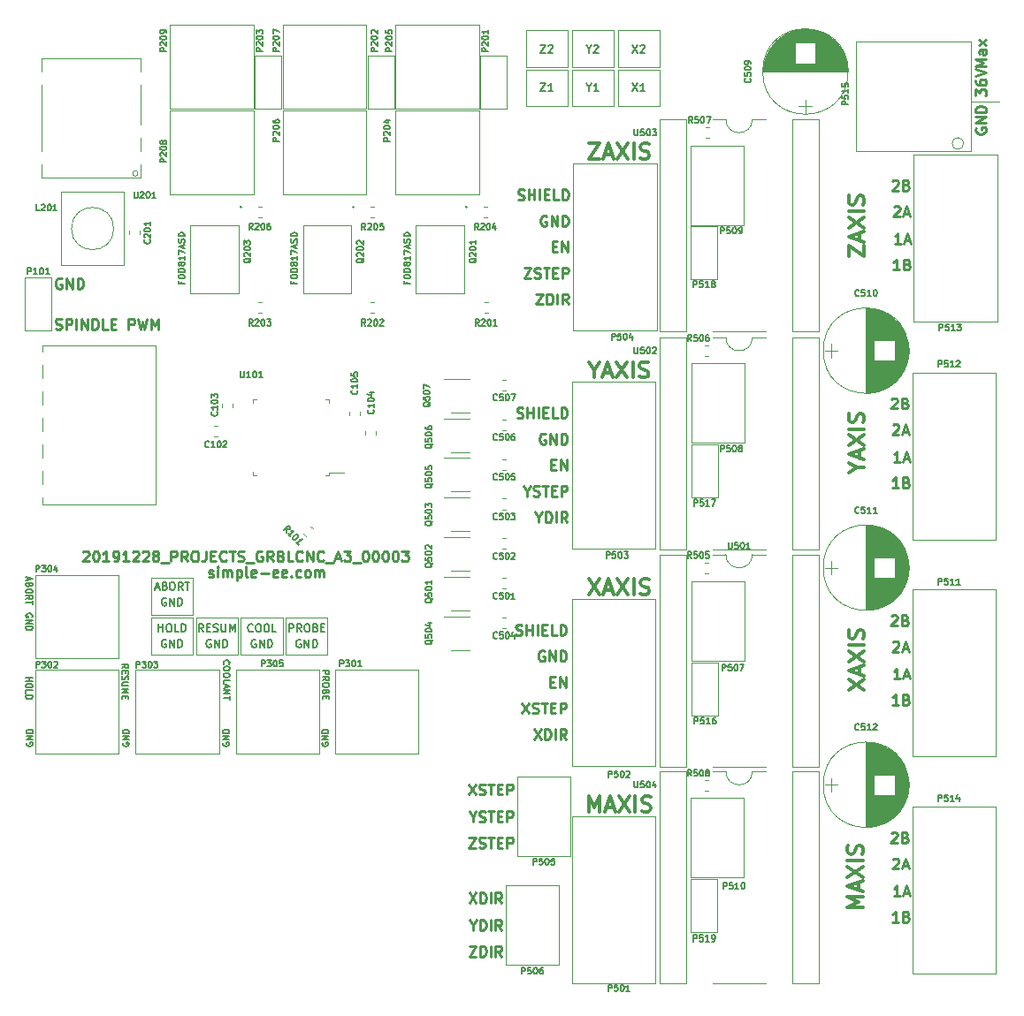
<source format=gto>
%TF.GenerationSoftware,KiCad,Pcbnew,(5.1.5)-2*%
%TF.CreationDate,2019-12-28T19:20:09-08:00*%
%TF.ProjectId,20191222_Projects_Mainboard_A0,32303139-3132-4323-925f-50726f6a6563,A3*%
%TF.SameCoordinates,PX2191c00PY7534e20*%
%TF.FileFunction,Legend,Top*%
%TF.FilePolarity,Positive*%
%FSLAX46Y46*%
G04 Gerber Fmt 4.6, Leading zero omitted, Abs format (unit mm)*
G04 Created by KiCad (PCBNEW (5.1.5)-2) date 2019-12-28 19:20:09*
%MOMM*%
%LPD*%
G04 APERTURE LIST*
%ADD10C,0.120000*%
%ADD11C,0.250000*%
%ADD12C,0.150000*%
%ADD13C,0.300000*%
%ADD14C,0.187500*%
G04 APERTURE END LIST*
D10*
X90700000Y62900000D02*
X93400000Y62900000D01*
D11*
X91200000Y60338096D02*
X91152380Y60242858D01*
X91152380Y60100000D01*
X91200000Y59957143D01*
X91295238Y59861905D01*
X91390476Y59814286D01*
X91580952Y59766667D01*
X91723809Y59766667D01*
X91914285Y59814286D01*
X92009523Y59861905D01*
X92104761Y59957143D01*
X92152380Y60100000D01*
X92152380Y60195239D01*
X92104761Y60338096D01*
X92057142Y60385715D01*
X91723809Y60385715D01*
X91723809Y60195239D01*
X92152380Y60814286D02*
X91152380Y60814286D01*
X92152380Y61385715D01*
X91152380Y61385715D01*
X92152380Y61861905D02*
X91152380Y61861905D01*
X91152380Y62100000D01*
X91200000Y62242858D01*
X91295238Y62338096D01*
X91390476Y62385715D01*
X91580952Y62433334D01*
X91723809Y62433334D01*
X91914285Y62385715D01*
X92009523Y62338096D01*
X92104761Y62242858D01*
X92152380Y62100000D01*
X92152380Y61861905D01*
X91152380Y63433334D02*
X91152380Y64052381D01*
X91533333Y63719048D01*
X91533333Y63861905D01*
X91580952Y63957143D01*
X91628571Y64004762D01*
X91723809Y64052381D01*
X91961904Y64052381D01*
X92057142Y64004762D01*
X92104761Y63957143D01*
X92152380Y63861905D01*
X92152380Y63576191D01*
X92104761Y63480953D01*
X92057142Y63433334D01*
X91152380Y64909524D02*
X91152380Y64719048D01*
X91200000Y64623810D01*
X91247619Y64576191D01*
X91390476Y64480953D01*
X91580952Y64433334D01*
X91961904Y64433334D01*
X92057142Y64480953D01*
X92104761Y64528572D01*
X92152380Y64623810D01*
X92152380Y64814286D01*
X92104761Y64909524D01*
X92057142Y64957143D01*
X91961904Y65004762D01*
X91723809Y65004762D01*
X91628571Y64957143D01*
X91580952Y64909524D01*
X91533333Y64814286D01*
X91533333Y64623810D01*
X91580952Y64528572D01*
X91628571Y64480953D01*
X91723809Y64433334D01*
X91152380Y65290477D02*
X92152380Y65623810D01*
X91152380Y65957143D01*
X92152380Y66290477D02*
X91152380Y66290477D01*
X91866666Y66623810D01*
X91152380Y66957143D01*
X92152380Y66957143D01*
X92152380Y67861905D02*
X91628571Y67861905D01*
X91533333Y67814286D01*
X91485714Y67719048D01*
X91485714Y67528572D01*
X91533333Y67433334D01*
X92104761Y67861905D02*
X92152380Y67766667D01*
X92152380Y67528572D01*
X92104761Y67433334D01*
X92009523Y67385715D01*
X91914285Y67385715D01*
X91819047Y67433334D01*
X91771428Y67528572D01*
X91771428Y67766667D01*
X91723809Y67861905D01*
X92152380Y68242858D02*
X91485714Y68766667D01*
X91485714Y68242858D02*
X92152380Y68766667D01*
X17726190Y17345239D02*
X17821428Y17297620D01*
X18011904Y17297620D01*
X18107142Y17345239D01*
X18154761Y17440477D01*
X18154761Y17488096D01*
X18107142Y17583334D01*
X18011904Y17630953D01*
X17869047Y17630953D01*
X17773809Y17678572D01*
X17726190Y17773810D01*
X17726190Y17821429D01*
X17773809Y17916667D01*
X17869047Y17964286D01*
X18011904Y17964286D01*
X18107142Y17916667D01*
X18583333Y17297620D02*
X18583333Y17964286D01*
X18583333Y18297620D02*
X18535714Y18250000D01*
X18583333Y18202381D01*
X18630952Y18250000D01*
X18583333Y18297620D01*
X18583333Y18202381D01*
X19059523Y17297620D02*
X19059523Y17964286D01*
X19059523Y17869048D02*
X19107142Y17916667D01*
X19202380Y17964286D01*
X19345238Y17964286D01*
X19440476Y17916667D01*
X19488095Y17821429D01*
X19488095Y17297620D01*
X19488095Y17821429D02*
X19535714Y17916667D01*
X19630952Y17964286D01*
X19773809Y17964286D01*
X19869047Y17916667D01*
X19916666Y17821429D01*
X19916666Y17297620D01*
X20392857Y17964286D02*
X20392857Y16964286D01*
X20392857Y17916667D02*
X20488095Y17964286D01*
X20678571Y17964286D01*
X20773809Y17916667D01*
X20821428Y17869048D01*
X20869047Y17773810D01*
X20869047Y17488096D01*
X20821428Y17392858D01*
X20773809Y17345239D01*
X20678571Y17297620D01*
X20488095Y17297620D01*
X20392857Y17345239D01*
X21440476Y17297620D02*
X21345238Y17345239D01*
X21297619Y17440477D01*
X21297619Y18297620D01*
X22202380Y17345239D02*
X22107142Y17297620D01*
X21916666Y17297620D01*
X21821428Y17345239D01*
X21773809Y17440477D01*
X21773809Y17821429D01*
X21821428Y17916667D01*
X21916666Y17964286D01*
X22107142Y17964286D01*
X22202380Y17916667D01*
X22250000Y17821429D01*
X22250000Y17726191D01*
X21773809Y17630953D01*
X22678571Y17678572D02*
X23440476Y17678572D01*
X24297619Y17345239D02*
X24202380Y17297620D01*
X24011904Y17297620D01*
X23916666Y17345239D01*
X23869047Y17440477D01*
X23869047Y17821429D01*
X23916666Y17916667D01*
X24011904Y17964286D01*
X24202380Y17964286D01*
X24297619Y17916667D01*
X24345238Y17821429D01*
X24345238Y17726191D01*
X23869047Y17630953D01*
X25154761Y17345239D02*
X25059523Y17297620D01*
X24869047Y17297620D01*
X24773809Y17345239D01*
X24726190Y17440477D01*
X24726190Y17821429D01*
X24773809Y17916667D01*
X24869047Y17964286D01*
X25059523Y17964286D01*
X25154761Y17916667D01*
X25202380Y17821429D01*
X25202380Y17726191D01*
X24726190Y17630953D01*
X25630952Y17392858D02*
X25678571Y17345239D01*
X25630952Y17297620D01*
X25583333Y17345239D01*
X25630952Y17392858D01*
X25630952Y17297620D01*
X26535714Y17345239D02*
X26440476Y17297620D01*
X26250000Y17297620D01*
X26154761Y17345239D01*
X26107142Y17392858D01*
X26059523Y17488096D01*
X26059523Y17773810D01*
X26107142Y17869048D01*
X26154761Y17916667D01*
X26250000Y17964286D01*
X26440476Y17964286D01*
X26535714Y17916667D01*
X27107142Y17297620D02*
X27011904Y17345239D01*
X26964285Y17392858D01*
X26916666Y17488096D01*
X26916666Y17773810D01*
X26964285Y17869048D01*
X27011904Y17916667D01*
X27107142Y17964286D01*
X27250000Y17964286D01*
X27345238Y17916667D01*
X27392857Y17869048D01*
X27440476Y17773810D01*
X27440476Y17488096D01*
X27392857Y17392858D01*
X27345238Y17345239D01*
X27250000Y17297620D01*
X27107142Y17297620D01*
X27869047Y17297620D02*
X27869047Y17964286D01*
X27869047Y17869048D02*
X27916666Y17916667D01*
X28011904Y17964286D01*
X28154761Y17964286D01*
X28250000Y17916667D01*
X28297619Y17821429D01*
X28297619Y17297620D01*
X28297619Y17821429D02*
X28345238Y17916667D01*
X28440476Y17964286D01*
X28583333Y17964286D01*
X28678571Y17916667D01*
X28726190Y17821429D01*
X28726190Y17297620D01*
X5678571Y19702381D02*
X5726190Y19750000D01*
X5821428Y19797620D01*
X6059523Y19797620D01*
X6154761Y19750000D01*
X6202380Y19702381D01*
X6250000Y19607143D01*
X6250000Y19511905D01*
X6202380Y19369048D01*
X5630952Y18797620D01*
X6250000Y18797620D01*
X6869047Y19797620D02*
X6964285Y19797620D01*
X7059523Y19750000D01*
X7107142Y19702381D01*
X7154761Y19607143D01*
X7202380Y19416667D01*
X7202380Y19178572D01*
X7154761Y18988096D01*
X7107142Y18892858D01*
X7059523Y18845239D01*
X6964285Y18797620D01*
X6869047Y18797620D01*
X6773809Y18845239D01*
X6726190Y18892858D01*
X6678571Y18988096D01*
X6630952Y19178572D01*
X6630952Y19416667D01*
X6678571Y19607143D01*
X6726190Y19702381D01*
X6773809Y19750000D01*
X6869047Y19797620D01*
X8154761Y18797620D02*
X7583333Y18797620D01*
X7869047Y18797620D02*
X7869047Y19797620D01*
X7773809Y19654762D01*
X7678571Y19559524D01*
X7583333Y19511905D01*
X8630952Y18797620D02*
X8821428Y18797620D01*
X8916666Y18845239D01*
X8964285Y18892858D01*
X9059523Y19035715D01*
X9107142Y19226191D01*
X9107142Y19607143D01*
X9059523Y19702381D01*
X9011904Y19750000D01*
X8916666Y19797620D01*
X8726190Y19797620D01*
X8630952Y19750000D01*
X8583333Y19702381D01*
X8535714Y19607143D01*
X8535714Y19369048D01*
X8583333Y19273810D01*
X8630952Y19226191D01*
X8726190Y19178572D01*
X8916666Y19178572D01*
X9011904Y19226191D01*
X9059523Y19273810D01*
X9107142Y19369048D01*
X10059523Y18797620D02*
X9488095Y18797620D01*
X9773809Y18797620D02*
X9773809Y19797620D01*
X9678571Y19654762D01*
X9583333Y19559524D01*
X9488095Y19511905D01*
X10440476Y19702381D02*
X10488095Y19750000D01*
X10583333Y19797620D01*
X10821428Y19797620D01*
X10916666Y19750000D01*
X10964285Y19702381D01*
X11011904Y19607143D01*
X11011904Y19511905D01*
X10964285Y19369048D01*
X10392857Y18797620D01*
X11011904Y18797620D01*
X11392857Y19702381D02*
X11440476Y19750000D01*
X11535714Y19797620D01*
X11773809Y19797620D01*
X11869047Y19750000D01*
X11916666Y19702381D01*
X11964285Y19607143D01*
X11964285Y19511905D01*
X11916666Y19369048D01*
X11345238Y18797620D01*
X11964285Y18797620D01*
X12535714Y19369048D02*
X12440476Y19416667D01*
X12392857Y19464286D01*
X12345238Y19559524D01*
X12345238Y19607143D01*
X12392857Y19702381D01*
X12440476Y19750000D01*
X12535714Y19797620D01*
X12726190Y19797620D01*
X12821428Y19750000D01*
X12869047Y19702381D01*
X12916666Y19607143D01*
X12916666Y19559524D01*
X12869047Y19464286D01*
X12821428Y19416667D01*
X12726190Y19369048D01*
X12535714Y19369048D01*
X12440476Y19321429D01*
X12392857Y19273810D01*
X12345238Y19178572D01*
X12345238Y18988096D01*
X12392857Y18892858D01*
X12440476Y18845239D01*
X12535714Y18797620D01*
X12726190Y18797620D01*
X12821428Y18845239D01*
X12869047Y18892858D01*
X12916666Y18988096D01*
X12916666Y19178572D01*
X12869047Y19273810D01*
X12821428Y19321429D01*
X12726190Y19369048D01*
X13107142Y18702381D02*
X13869047Y18702381D01*
X14107142Y18797620D02*
X14107142Y19797620D01*
X14488095Y19797620D01*
X14583333Y19750000D01*
X14630952Y19702381D01*
X14678571Y19607143D01*
X14678571Y19464286D01*
X14630952Y19369048D01*
X14583333Y19321429D01*
X14488095Y19273810D01*
X14107142Y19273810D01*
X15678571Y18797620D02*
X15345238Y19273810D01*
X15107142Y18797620D02*
X15107142Y19797620D01*
X15488095Y19797620D01*
X15583333Y19750000D01*
X15630952Y19702381D01*
X15678571Y19607143D01*
X15678571Y19464286D01*
X15630952Y19369048D01*
X15583333Y19321429D01*
X15488095Y19273810D01*
X15107142Y19273810D01*
X16297619Y19797620D02*
X16488095Y19797620D01*
X16583333Y19750000D01*
X16678571Y19654762D01*
X16726190Y19464286D01*
X16726190Y19130953D01*
X16678571Y18940477D01*
X16583333Y18845239D01*
X16488095Y18797620D01*
X16297619Y18797620D01*
X16202380Y18845239D01*
X16107142Y18940477D01*
X16059523Y19130953D01*
X16059523Y19464286D01*
X16107142Y19654762D01*
X16202380Y19750000D01*
X16297619Y19797620D01*
X17440476Y19797620D02*
X17440476Y19083334D01*
X17392857Y18940477D01*
X17297619Y18845239D01*
X17154761Y18797620D01*
X17059523Y18797620D01*
X17916666Y19321429D02*
X18250000Y19321429D01*
X18392857Y18797620D02*
X17916666Y18797620D01*
X17916666Y19797620D01*
X18392857Y19797620D01*
X19392857Y18892858D02*
X19345238Y18845239D01*
X19202380Y18797620D01*
X19107142Y18797620D01*
X18964285Y18845239D01*
X18869047Y18940477D01*
X18821428Y19035715D01*
X18773809Y19226191D01*
X18773809Y19369048D01*
X18821428Y19559524D01*
X18869047Y19654762D01*
X18964285Y19750000D01*
X19107142Y19797620D01*
X19202380Y19797620D01*
X19345238Y19750000D01*
X19392857Y19702381D01*
X19678571Y19797620D02*
X20250000Y19797620D01*
X19964285Y18797620D02*
X19964285Y19797620D01*
X20535714Y18845239D02*
X20678571Y18797620D01*
X20916666Y18797620D01*
X21011904Y18845239D01*
X21059523Y18892858D01*
X21107142Y18988096D01*
X21107142Y19083334D01*
X21059523Y19178572D01*
X21011904Y19226191D01*
X20916666Y19273810D01*
X20726190Y19321429D01*
X20630952Y19369048D01*
X20583333Y19416667D01*
X20535714Y19511905D01*
X20535714Y19607143D01*
X20583333Y19702381D01*
X20630952Y19750000D01*
X20726190Y19797620D01*
X20964285Y19797620D01*
X21107142Y19750000D01*
X21297619Y18702381D02*
X22059523Y18702381D01*
X22821428Y19750000D02*
X22726190Y19797620D01*
X22583333Y19797620D01*
X22440476Y19750000D01*
X22345238Y19654762D01*
X22297619Y19559524D01*
X22250000Y19369048D01*
X22250000Y19226191D01*
X22297619Y19035715D01*
X22345238Y18940477D01*
X22440476Y18845239D01*
X22583333Y18797620D01*
X22678571Y18797620D01*
X22821428Y18845239D01*
X22869047Y18892858D01*
X22869047Y19226191D01*
X22678571Y19226191D01*
X23869047Y18797620D02*
X23535714Y19273810D01*
X23297619Y18797620D02*
X23297619Y19797620D01*
X23678571Y19797620D01*
X23773809Y19750000D01*
X23821428Y19702381D01*
X23869047Y19607143D01*
X23869047Y19464286D01*
X23821428Y19369048D01*
X23773809Y19321429D01*
X23678571Y19273810D01*
X23297619Y19273810D01*
X24630952Y19321429D02*
X24773809Y19273810D01*
X24821428Y19226191D01*
X24869047Y19130953D01*
X24869047Y18988096D01*
X24821428Y18892858D01*
X24773809Y18845239D01*
X24678571Y18797620D01*
X24297619Y18797620D01*
X24297619Y19797620D01*
X24630952Y19797620D01*
X24726190Y19750000D01*
X24773809Y19702381D01*
X24821428Y19607143D01*
X24821428Y19511905D01*
X24773809Y19416667D01*
X24726190Y19369048D01*
X24630952Y19321429D01*
X24297619Y19321429D01*
X25773809Y18797620D02*
X25297619Y18797620D01*
X25297619Y19797620D01*
X26678571Y18892858D02*
X26630952Y18845239D01*
X26488095Y18797620D01*
X26392857Y18797620D01*
X26250000Y18845239D01*
X26154761Y18940477D01*
X26107142Y19035715D01*
X26059523Y19226191D01*
X26059523Y19369048D01*
X26107142Y19559524D01*
X26154761Y19654762D01*
X26250000Y19750000D01*
X26392857Y19797620D01*
X26488095Y19797620D01*
X26630952Y19750000D01*
X26678571Y19702381D01*
X27107142Y18797620D02*
X27107142Y19797620D01*
X27678571Y18797620D01*
X27678571Y19797620D01*
X28726190Y18892858D02*
X28678571Y18845239D01*
X28535714Y18797620D01*
X28440476Y18797620D01*
X28297619Y18845239D01*
X28202380Y18940477D01*
X28154761Y19035715D01*
X28107142Y19226191D01*
X28107142Y19369048D01*
X28154761Y19559524D01*
X28202380Y19654762D01*
X28297619Y19750000D01*
X28440476Y19797620D01*
X28535714Y19797620D01*
X28678571Y19750000D01*
X28726190Y19702381D01*
X28916666Y18702381D02*
X29678571Y18702381D01*
X29869047Y19083334D02*
X30345238Y19083334D01*
X29773809Y18797620D02*
X30107142Y19797620D01*
X30440476Y18797620D01*
X30678571Y19797620D02*
X31297619Y19797620D01*
X30964285Y19416667D01*
X31107142Y19416667D01*
X31202380Y19369048D01*
X31250000Y19321429D01*
X31297619Y19226191D01*
X31297619Y18988096D01*
X31250000Y18892858D01*
X31202380Y18845239D01*
X31107142Y18797620D01*
X30821428Y18797620D01*
X30726190Y18845239D01*
X30678571Y18892858D01*
X31488095Y18702381D02*
X32250000Y18702381D01*
X32678571Y19797620D02*
X32773809Y19797620D01*
X32869047Y19750000D01*
X32916666Y19702381D01*
X32964285Y19607143D01*
X33011904Y19416667D01*
X33011904Y19178572D01*
X32964285Y18988096D01*
X32916666Y18892858D01*
X32869047Y18845239D01*
X32773809Y18797620D01*
X32678571Y18797620D01*
X32583333Y18845239D01*
X32535714Y18892858D01*
X32488095Y18988096D01*
X32440476Y19178572D01*
X32440476Y19416667D01*
X32488095Y19607143D01*
X32535714Y19702381D01*
X32583333Y19750000D01*
X32678571Y19797620D01*
X33630952Y19797620D02*
X33726190Y19797620D01*
X33821428Y19750000D01*
X33869047Y19702381D01*
X33916666Y19607143D01*
X33964285Y19416667D01*
X33964285Y19178572D01*
X33916666Y18988096D01*
X33869047Y18892858D01*
X33821428Y18845239D01*
X33726190Y18797620D01*
X33630952Y18797620D01*
X33535714Y18845239D01*
X33488095Y18892858D01*
X33440476Y18988096D01*
X33392857Y19178572D01*
X33392857Y19416667D01*
X33440476Y19607143D01*
X33488095Y19702381D01*
X33535714Y19750000D01*
X33630952Y19797620D01*
X34583333Y19797620D02*
X34678571Y19797620D01*
X34773809Y19750000D01*
X34821428Y19702381D01*
X34869047Y19607143D01*
X34916666Y19416667D01*
X34916666Y19178572D01*
X34869047Y18988096D01*
X34821428Y18892858D01*
X34773809Y18845239D01*
X34678571Y18797620D01*
X34583333Y18797620D01*
X34488095Y18845239D01*
X34440476Y18892858D01*
X34392857Y18988096D01*
X34345238Y19178572D01*
X34345238Y19416667D01*
X34392857Y19607143D01*
X34440476Y19702381D01*
X34488095Y19750000D01*
X34583333Y19797620D01*
X35535714Y19797620D02*
X35630952Y19797620D01*
X35726190Y19750000D01*
X35773809Y19702381D01*
X35821428Y19607143D01*
X35869047Y19416667D01*
X35869047Y19178572D01*
X35821428Y18988096D01*
X35773809Y18892858D01*
X35726190Y18845239D01*
X35630952Y18797620D01*
X35535714Y18797620D01*
X35440476Y18845239D01*
X35392857Y18892858D01*
X35345238Y18988096D01*
X35297619Y19178572D01*
X35297619Y19416667D01*
X35345238Y19607143D01*
X35392857Y19702381D01*
X35440476Y19750000D01*
X35535714Y19797620D01*
X36202380Y19797620D02*
X36821428Y19797620D01*
X36488095Y19416667D01*
X36630952Y19416667D01*
X36726190Y19369048D01*
X36773809Y19321429D01*
X36821428Y19226191D01*
X36821428Y18988096D01*
X36773809Y18892858D01*
X36726190Y18845239D01*
X36630952Y18797620D01*
X36345238Y18797620D01*
X36250000Y18845239D01*
X36202380Y18892858D01*
D12*
X28628571Y8326072D02*
X29228571Y8326072D01*
X29228571Y8097500D01*
X29200000Y8040358D01*
X29171428Y8011786D01*
X29114285Y7983215D01*
X29028571Y7983215D01*
X28971428Y8011786D01*
X28942857Y8040358D01*
X28914285Y8097500D01*
X28914285Y8326072D01*
X28628571Y7383215D02*
X28914285Y7583215D01*
X28628571Y7726072D02*
X29228571Y7726072D01*
X29228571Y7497500D01*
X29200000Y7440358D01*
X29171428Y7411786D01*
X29114285Y7383215D01*
X29028571Y7383215D01*
X28971428Y7411786D01*
X28942857Y7440358D01*
X28914285Y7497500D01*
X28914285Y7726072D01*
X29228571Y7011786D02*
X29228571Y6897500D01*
X29200000Y6840358D01*
X29142857Y6783215D01*
X29028571Y6754643D01*
X28828571Y6754643D01*
X28714285Y6783215D01*
X28657142Y6840358D01*
X28628571Y6897500D01*
X28628571Y7011786D01*
X28657142Y7068929D01*
X28714285Y7126072D01*
X28828571Y7154643D01*
X29028571Y7154643D01*
X29142857Y7126072D01*
X29200000Y7068929D01*
X29228571Y7011786D01*
X28942857Y6297500D02*
X28914285Y6211786D01*
X28885714Y6183215D01*
X28828571Y6154643D01*
X28742857Y6154643D01*
X28685714Y6183215D01*
X28657142Y6211786D01*
X28628571Y6268929D01*
X28628571Y6497500D01*
X29228571Y6497500D01*
X29228571Y6297500D01*
X29200000Y6240358D01*
X29171428Y6211786D01*
X29114285Y6183215D01*
X29057142Y6183215D01*
X29000000Y6211786D01*
X28971428Y6240358D01*
X28942857Y6297500D01*
X28942857Y6497500D01*
X28942857Y5897500D02*
X28942857Y5697500D01*
X28628571Y5611786D02*
X28628571Y5897500D01*
X29228571Y5897500D01*
X29228571Y5611786D01*
X19185714Y8954643D02*
X19157142Y8983215D01*
X19128571Y9068929D01*
X19128571Y9126072D01*
X19157142Y9211786D01*
X19214285Y9268929D01*
X19271428Y9297500D01*
X19385714Y9326072D01*
X19471428Y9326072D01*
X19585714Y9297500D01*
X19642857Y9268929D01*
X19700000Y9211786D01*
X19728571Y9126072D01*
X19728571Y9068929D01*
X19700000Y8983215D01*
X19671428Y8954643D01*
X19728571Y8583215D02*
X19728571Y8468929D01*
X19700000Y8411786D01*
X19642857Y8354643D01*
X19528571Y8326072D01*
X19328571Y8326072D01*
X19214285Y8354643D01*
X19157142Y8411786D01*
X19128571Y8468929D01*
X19128571Y8583215D01*
X19157142Y8640358D01*
X19214285Y8697500D01*
X19328571Y8726072D01*
X19528571Y8726072D01*
X19642857Y8697500D01*
X19700000Y8640358D01*
X19728571Y8583215D01*
X19728571Y7954643D02*
X19728571Y7840358D01*
X19700000Y7783215D01*
X19642857Y7726072D01*
X19528571Y7697500D01*
X19328571Y7697500D01*
X19214285Y7726072D01*
X19157142Y7783215D01*
X19128571Y7840358D01*
X19128571Y7954643D01*
X19157142Y8011786D01*
X19214285Y8068929D01*
X19328571Y8097500D01*
X19528571Y8097500D01*
X19642857Y8068929D01*
X19700000Y8011786D01*
X19728571Y7954643D01*
X19128571Y7154643D02*
X19128571Y7440358D01*
X19728571Y7440358D01*
X19300000Y6983215D02*
X19300000Y6697500D01*
X19128571Y7040358D02*
X19728571Y6840358D01*
X19128571Y6640358D01*
X19128571Y6440358D02*
X19728571Y6440358D01*
X19128571Y6097500D01*
X19728571Y6097500D01*
X19728571Y5897500D02*
X19728571Y5554643D01*
X19128571Y5726072D02*
X19728571Y5726072D01*
X9428571Y8583215D02*
X9714285Y8783215D01*
X9428571Y8926072D02*
X10028571Y8926072D01*
X10028571Y8697500D01*
X10000000Y8640358D01*
X9971428Y8611786D01*
X9914285Y8583215D01*
X9828571Y8583215D01*
X9771428Y8611786D01*
X9742857Y8640358D01*
X9714285Y8697500D01*
X9714285Y8926072D01*
X9742857Y8326072D02*
X9742857Y8126072D01*
X9428571Y8040358D02*
X9428571Y8326072D01*
X10028571Y8326072D01*
X10028571Y8040358D01*
X9457142Y7811786D02*
X9428571Y7726072D01*
X9428571Y7583215D01*
X9457142Y7526072D01*
X9485714Y7497500D01*
X9542857Y7468929D01*
X9600000Y7468929D01*
X9657142Y7497500D01*
X9685714Y7526072D01*
X9714285Y7583215D01*
X9742857Y7697500D01*
X9771428Y7754643D01*
X9800000Y7783215D01*
X9857142Y7811786D01*
X9914285Y7811786D01*
X9971428Y7783215D01*
X10000000Y7754643D01*
X10028571Y7697500D01*
X10028571Y7554643D01*
X10000000Y7468929D01*
X10028571Y7211786D02*
X9542857Y7211786D01*
X9485714Y7183215D01*
X9457142Y7154643D01*
X9428571Y7097500D01*
X9428571Y6983215D01*
X9457142Y6926072D01*
X9485714Y6897500D01*
X9542857Y6868929D01*
X10028571Y6868929D01*
X9428571Y6583215D02*
X10028571Y6583215D01*
X9600000Y6383215D01*
X10028571Y6183215D01*
X9428571Y6183215D01*
X9742857Y5897500D02*
X9742857Y5697500D01*
X9428571Y5611786D02*
X9428571Y5897500D01*
X10028571Y5897500D01*
X10028571Y5611786D01*
X228571Y7697500D02*
X828571Y7697500D01*
X542857Y7697500D02*
X542857Y7354643D01*
X228571Y7354643D02*
X828571Y7354643D01*
X828571Y6954643D02*
X828571Y6840358D01*
X800000Y6783215D01*
X742857Y6726072D01*
X628571Y6697500D01*
X428571Y6697500D01*
X314285Y6726072D01*
X257142Y6783215D01*
X228571Y6840358D01*
X228571Y6954643D01*
X257142Y7011786D01*
X314285Y7068929D01*
X428571Y7097500D01*
X628571Y7097500D01*
X742857Y7068929D01*
X800000Y7011786D01*
X828571Y6954643D01*
X228571Y6154643D02*
X228571Y6440358D01*
X828571Y6440358D01*
X228571Y5954643D02*
X828571Y5954643D01*
X828571Y5811786D01*
X800000Y5726072D01*
X742857Y5668929D01*
X685714Y5640358D01*
X571428Y5611786D01*
X485714Y5611786D01*
X371428Y5640358D01*
X314285Y5668929D01*
X257142Y5726072D01*
X228571Y5811786D01*
X228571Y5954643D01*
D11*
X3624404Y45900000D02*
X3529166Y45947620D01*
X3386309Y45947620D01*
X3243452Y45900000D01*
X3148214Y45804762D01*
X3100595Y45709524D01*
X3052976Y45519048D01*
X3052976Y45376191D01*
X3100595Y45185715D01*
X3148214Y45090477D01*
X3243452Y44995239D01*
X3386309Y44947620D01*
X3481547Y44947620D01*
X3624404Y44995239D01*
X3672023Y45042858D01*
X3672023Y45376191D01*
X3481547Y45376191D01*
X4100595Y44947620D02*
X4100595Y45947620D01*
X4672023Y44947620D01*
X4672023Y45947620D01*
X5148214Y44947620D02*
X5148214Y45947620D01*
X5386309Y45947620D01*
X5529166Y45900000D01*
X5624404Y45804762D01*
X5672023Y45709524D01*
X5719642Y45519048D01*
X5719642Y45376191D01*
X5672023Y45185715D01*
X5624404Y45090477D01*
X5529166Y44995239D01*
X5386309Y44947620D01*
X5148214Y44947620D01*
X3052976Y41095239D02*
X3195833Y41047620D01*
X3433928Y41047620D01*
X3529166Y41095239D01*
X3576785Y41142858D01*
X3624404Y41238096D01*
X3624404Y41333334D01*
X3576785Y41428572D01*
X3529166Y41476191D01*
X3433928Y41523810D01*
X3243452Y41571429D01*
X3148214Y41619048D01*
X3100595Y41666667D01*
X3052976Y41761905D01*
X3052976Y41857143D01*
X3100595Y41952381D01*
X3148214Y42000000D01*
X3243452Y42047620D01*
X3481547Y42047620D01*
X3624404Y42000000D01*
X4052976Y41047620D02*
X4052976Y42047620D01*
X4433928Y42047620D01*
X4529166Y42000000D01*
X4576785Y41952381D01*
X4624404Y41857143D01*
X4624404Y41714286D01*
X4576785Y41619048D01*
X4529166Y41571429D01*
X4433928Y41523810D01*
X4052976Y41523810D01*
X5052976Y41047620D02*
X5052976Y42047620D01*
X5529166Y41047620D02*
X5529166Y42047620D01*
X6100595Y41047620D01*
X6100595Y42047620D01*
X6576785Y41047620D02*
X6576785Y42047620D01*
X6814880Y42047620D01*
X6957738Y42000000D01*
X7052976Y41904762D01*
X7100595Y41809524D01*
X7148214Y41619048D01*
X7148214Y41476191D01*
X7100595Y41285715D01*
X7052976Y41190477D01*
X6957738Y41095239D01*
X6814880Y41047620D01*
X6576785Y41047620D01*
X8052976Y41047620D02*
X7576785Y41047620D01*
X7576785Y42047620D01*
X8386309Y41571429D02*
X8719642Y41571429D01*
X8862500Y41047620D02*
X8386309Y41047620D01*
X8386309Y42047620D01*
X8862500Y42047620D01*
X10052976Y41047620D02*
X10052976Y42047620D01*
X10433928Y42047620D01*
X10529166Y42000000D01*
X10576785Y41952381D01*
X10624404Y41857143D01*
X10624404Y41714286D01*
X10576785Y41619048D01*
X10529166Y41571429D01*
X10433928Y41523810D01*
X10052976Y41523810D01*
X10957738Y42047620D02*
X11195833Y41047620D01*
X11386309Y41761905D01*
X11576785Y41047620D01*
X11814880Y42047620D01*
X12195833Y41047620D02*
X12195833Y42047620D01*
X12529166Y41333334D01*
X12862500Y42047620D01*
X12862500Y41047620D01*
D13*
X78978571Y48071429D02*
X78978571Y49071429D01*
X80478571Y48071429D01*
X80478571Y49071429D01*
X80050000Y49571429D02*
X80050000Y50285715D01*
X80478571Y49428572D02*
X78978571Y49928572D01*
X80478571Y50428572D01*
X78978571Y50785715D02*
X80478571Y51785715D01*
X78978571Y51785715D02*
X80478571Y50785715D01*
X80478571Y52357143D02*
X78978571Y52357143D01*
X80407142Y53000000D02*
X80478571Y53214286D01*
X80478571Y53571429D01*
X80407142Y53714286D01*
X80335714Y53785715D01*
X80192857Y53857143D01*
X80050000Y53857143D01*
X79907142Y53785715D01*
X79835714Y53714286D01*
X79764285Y53571429D01*
X79692857Y53285715D01*
X79621428Y53142858D01*
X79550000Y53071429D01*
X79407142Y53000000D01*
X79264285Y53000000D01*
X79121428Y53071429D01*
X79050000Y53142858D01*
X78978571Y53285715D01*
X78978571Y53642858D01*
X79050000Y53857143D01*
X79764285Y27771429D02*
X80478571Y27771429D01*
X78978571Y27271429D02*
X79764285Y27771429D01*
X78978571Y28271429D01*
X80050000Y28700000D02*
X80050000Y29414286D01*
X80478571Y28557143D02*
X78978571Y29057143D01*
X80478571Y29557143D01*
X78978571Y29914286D02*
X80478571Y30914286D01*
X78978571Y30914286D02*
X80478571Y29914286D01*
X80478571Y31485715D02*
X78978571Y31485715D01*
X80407142Y32128572D02*
X80478571Y32342858D01*
X80478571Y32700000D01*
X80407142Y32842858D01*
X80335714Y32914286D01*
X80192857Y32985715D01*
X80050000Y32985715D01*
X79907142Y32914286D01*
X79835714Y32842858D01*
X79764285Y32700000D01*
X79692857Y32414286D01*
X79621428Y32271429D01*
X79550000Y32200000D01*
X79407142Y32128572D01*
X79264285Y32128572D01*
X79121428Y32200000D01*
X79050000Y32271429D01*
X78978571Y32414286D01*
X78978571Y32771429D01*
X79050000Y32985715D01*
X78978571Y6471429D02*
X80478571Y7471429D01*
X78978571Y7471429D02*
X80478571Y6471429D01*
X80050000Y7971429D02*
X80050000Y8685715D01*
X80478571Y7828572D02*
X78978571Y8328572D01*
X80478571Y8828572D01*
X78978571Y9185715D02*
X80478571Y10185715D01*
X78978571Y10185715D02*
X80478571Y9185715D01*
X80478571Y10757143D02*
X78978571Y10757143D01*
X80407142Y11400000D02*
X80478571Y11614286D01*
X80478571Y11971429D01*
X80407142Y12114286D01*
X80335714Y12185715D01*
X80192857Y12257143D01*
X80050000Y12257143D01*
X79907142Y12185715D01*
X79835714Y12114286D01*
X79764285Y11971429D01*
X79692857Y11685715D01*
X79621428Y11542858D01*
X79550000Y11471429D01*
X79407142Y11400000D01*
X79264285Y11400000D01*
X79121428Y11471429D01*
X79050000Y11542858D01*
X78978571Y11685715D01*
X78978571Y12042858D01*
X79050000Y12257143D01*
X80378571Y-14328571D02*
X78878571Y-14328571D01*
X79950000Y-13828571D01*
X78878571Y-13328571D01*
X80378571Y-13328571D01*
X79950000Y-12685714D02*
X79950000Y-11971428D01*
X80378571Y-12828571D02*
X78878571Y-12328571D01*
X80378571Y-11828571D01*
X78878571Y-11471428D02*
X80378571Y-10471428D01*
X78878571Y-10471428D02*
X80378571Y-11471428D01*
X80378571Y-9900000D02*
X78878571Y-9900000D01*
X80307142Y-9257142D02*
X80378571Y-9042857D01*
X80378571Y-8685714D01*
X80307142Y-8542857D01*
X80235714Y-8471428D01*
X80092857Y-8400000D01*
X79950000Y-8400000D01*
X79807142Y-8471428D01*
X79735714Y-8542857D01*
X79664285Y-8685714D01*
X79592857Y-8971428D01*
X79521428Y-9114285D01*
X79450000Y-9185714D01*
X79307142Y-9257142D01*
X79164285Y-9257142D01*
X79021428Y-9185714D01*
X78950000Y-9114285D01*
X78878571Y-8971428D01*
X78878571Y-8614285D01*
X78950000Y-8400000D01*
D11*
X83218452Y-9747619D02*
X83266071Y-9700000D01*
X83361309Y-9652380D01*
X83599404Y-9652380D01*
X83694642Y-9700000D01*
X83742261Y-9747619D01*
X83789880Y-9842857D01*
X83789880Y-9938095D01*
X83742261Y-10080952D01*
X83170833Y-10652380D01*
X83789880Y-10652380D01*
X84170833Y-10366666D02*
X84647023Y-10366666D01*
X84075595Y-10652380D02*
X84408928Y-9652380D01*
X84742261Y-10652380D01*
X83075595Y-7247619D02*
X83123214Y-7200000D01*
X83218452Y-7152380D01*
X83456547Y-7152380D01*
X83551785Y-7200000D01*
X83599404Y-7247619D01*
X83647023Y-7342857D01*
X83647023Y-7438095D01*
X83599404Y-7580952D01*
X83027976Y-8152380D01*
X83647023Y-8152380D01*
X84408928Y-7628571D02*
X84551785Y-7676190D01*
X84599404Y-7723809D01*
X84647023Y-7819047D01*
X84647023Y-7961904D01*
X84599404Y-8057142D01*
X84551785Y-8104761D01*
X84456547Y-8152380D01*
X84075595Y-8152380D01*
X84075595Y-7152380D01*
X84408928Y-7152380D01*
X84504166Y-7200000D01*
X84551785Y-7247619D01*
X84599404Y-7342857D01*
X84599404Y-7438095D01*
X84551785Y-7533333D01*
X84504166Y-7580952D01*
X84408928Y-7628571D01*
X84075595Y-7628571D01*
X83747023Y-15752380D02*
X83175595Y-15752380D01*
X83461309Y-15752380D02*
X83461309Y-14752380D01*
X83366071Y-14895238D01*
X83270833Y-14990476D01*
X83175595Y-15038095D01*
X84508928Y-15228571D02*
X84651785Y-15276190D01*
X84699404Y-15323809D01*
X84747023Y-15419047D01*
X84747023Y-15561904D01*
X84699404Y-15657142D01*
X84651785Y-15704761D01*
X84556547Y-15752380D01*
X84175595Y-15752380D01*
X84175595Y-14752380D01*
X84508928Y-14752380D01*
X84604166Y-14800000D01*
X84651785Y-14847619D01*
X84699404Y-14942857D01*
X84699404Y-15038095D01*
X84651785Y-15133333D01*
X84604166Y-15180952D01*
X84508928Y-15228571D01*
X84175595Y-15228571D01*
X83889880Y-13252380D02*
X83318452Y-13252380D01*
X83604166Y-13252380D02*
X83604166Y-12252380D01*
X83508928Y-12395238D01*
X83413690Y-12490476D01*
X83318452Y-12538095D01*
X84270833Y-12966666D02*
X84747023Y-12966666D01*
X84175595Y-13252380D02*
X84508928Y-12252380D01*
X84842261Y-13252380D01*
X83075595Y13552381D02*
X83123214Y13600000D01*
X83218452Y13647620D01*
X83456547Y13647620D01*
X83551785Y13600000D01*
X83599404Y13552381D01*
X83647023Y13457143D01*
X83647023Y13361905D01*
X83599404Y13219048D01*
X83027976Y12647620D01*
X83647023Y12647620D01*
X84408928Y13171429D02*
X84551785Y13123810D01*
X84599404Y13076191D01*
X84647023Y12980953D01*
X84647023Y12838096D01*
X84599404Y12742858D01*
X84551785Y12695239D01*
X84456547Y12647620D01*
X84075595Y12647620D01*
X84075595Y13647620D01*
X84408928Y13647620D01*
X84504166Y13600000D01*
X84551785Y13552381D01*
X84599404Y13457143D01*
X84599404Y13361905D01*
X84551785Y13266667D01*
X84504166Y13219048D01*
X84408928Y13171429D01*
X84075595Y13171429D01*
X83889880Y7547620D02*
X83318452Y7547620D01*
X83604166Y7547620D02*
X83604166Y8547620D01*
X83508928Y8404762D01*
X83413690Y8309524D01*
X83318452Y8261905D01*
X84270833Y7833334D02*
X84747023Y7833334D01*
X84175595Y7547620D02*
X84508928Y8547620D01*
X84842261Y7547620D01*
X83218452Y11052381D02*
X83266071Y11100000D01*
X83361309Y11147620D01*
X83599404Y11147620D01*
X83694642Y11100000D01*
X83742261Y11052381D01*
X83789880Y10957143D01*
X83789880Y10861905D01*
X83742261Y10719048D01*
X83170833Y10147620D01*
X83789880Y10147620D01*
X84170833Y10433334D02*
X84647023Y10433334D01*
X84075595Y10147620D02*
X84408928Y11147620D01*
X84742261Y10147620D01*
X83747023Y5047620D02*
X83175595Y5047620D01*
X83461309Y5047620D02*
X83461309Y6047620D01*
X83366071Y5904762D01*
X83270833Y5809524D01*
X83175595Y5761905D01*
X84508928Y5571429D02*
X84651785Y5523810D01*
X84699404Y5476191D01*
X84747023Y5380953D01*
X84747023Y5238096D01*
X84699404Y5142858D01*
X84651785Y5095239D01*
X84556547Y5047620D01*
X84175595Y5047620D01*
X84175595Y6047620D01*
X84508928Y6047620D01*
X84604166Y6000000D01*
X84651785Y5952381D01*
X84699404Y5857143D01*
X84699404Y5761905D01*
X84651785Y5666667D01*
X84604166Y5619048D01*
X84508928Y5571429D01*
X84175595Y5571429D01*
X83889880Y28347620D02*
X83318452Y28347620D01*
X83604166Y28347620D02*
X83604166Y29347620D01*
X83508928Y29204762D01*
X83413690Y29109524D01*
X83318452Y29061905D01*
X84270833Y28633334D02*
X84747023Y28633334D01*
X84175595Y28347620D02*
X84508928Y29347620D01*
X84842261Y28347620D01*
X83747023Y25847620D02*
X83175595Y25847620D01*
X83461309Y25847620D02*
X83461309Y26847620D01*
X83366071Y26704762D01*
X83270833Y26609524D01*
X83175595Y26561905D01*
X84508928Y26371429D02*
X84651785Y26323810D01*
X84699404Y26276191D01*
X84747023Y26180953D01*
X84747023Y26038096D01*
X84699404Y25942858D01*
X84651785Y25895239D01*
X84556547Y25847620D01*
X84175595Y25847620D01*
X84175595Y26847620D01*
X84508928Y26847620D01*
X84604166Y26800000D01*
X84651785Y26752381D01*
X84699404Y26657143D01*
X84699404Y26561905D01*
X84651785Y26466667D01*
X84604166Y26419048D01*
X84508928Y26371429D01*
X84175595Y26371429D01*
X83218452Y31852381D02*
X83266071Y31900000D01*
X83361309Y31947620D01*
X83599404Y31947620D01*
X83694642Y31900000D01*
X83742261Y31852381D01*
X83789880Y31757143D01*
X83789880Y31661905D01*
X83742261Y31519048D01*
X83170833Y30947620D01*
X83789880Y30947620D01*
X84170833Y31233334D02*
X84647023Y31233334D01*
X84075595Y30947620D02*
X84408928Y31947620D01*
X84742261Y30947620D01*
X83075595Y34352381D02*
X83123214Y34400000D01*
X83218452Y34447620D01*
X83456547Y34447620D01*
X83551785Y34400000D01*
X83599404Y34352381D01*
X83647023Y34257143D01*
X83647023Y34161905D01*
X83599404Y34019048D01*
X83027976Y33447620D01*
X83647023Y33447620D01*
X84408928Y33971429D02*
X84551785Y33923810D01*
X84599404Y33876191D01*
X84647023Y33780953D01*
X84647023Y33638096D01*
X84599404Y33542858D01*
X84551785Y33495239D01*
X84456547Y33447620D01*
X84075595Y33447620D01*
X84075595Y34447620D01*
X84408928Y34447620D01*
X84504166Y34400000D01*
X84551785Y34352381D01*
X84599404Y34257143D01*
X84599404Y34161905D01*
X84551785Y34066667D01*
X84504166Y34019048D01*
X84408928Y33971429D01*
X84075595Y33971429D01*
X83847023Y46747620D02*
X83275595Y46747620D01*
X83561309Y46747620D02*
X83561309Y47747620D01*
X83466071Y47604762D01*
X83370833Y47509524D01*
X83275595Y47461905D01*
X84608928Y47271429D02*
X84751785Y47223810D01*
X84799404Y47176191D01*
X84847023Y47080953D01*
X84847023Y46938096D01*
X84799404Y46842858D01*
X84751785Y46795239D01*
X84656547Y46747620D01*
X84275595Y46747620D01*
X84275595Y47747620D01*
X84608928Y47747620D01*
X84704166Y47700000D01*
X84751785Y47652381D01*
X84799404Y47557143D01*
X84799404Y47461905D01*
X84751785Y47366667D01*
X84704166Y47319048D01*
X84608928Y47271429D01*
X84275595Y47271429D01*
X83989880Y49247620D02*
X83418452Y49247620D01*
X83704166Y49247620D02*
X83704166Y50247620D01*
X83608928Y50104762D01*
X83513690Y50009524D01*
X83418452Y49961905D01*
X84370833Y49533334D02*
X84847023Y49533334D01*
X84275595Y49247620D02*
X84608928Y50247620D01*
X84942261Y49247620D01*
X83318452Y52752381D02*
X83366071Y52800000D01*
X83461309Y52847620D01*
X83699404Y52847620D01*
X83794642Y52800000D01*
X83842261Y52752381D01*
X83889880Y52657143D01*
X83889880Y52561905D01*
X83842261Y52419048D01*
X83270833Y51847620D01*
X83889880Y51847620D01*
X84270833Y52133334D02*
X84747023Y52133334D01*
X84175595Y51847620D02*
X84508928Y52847620D01*
X84842261Y51847620D01*
X83175595Y55252381D02*
X83223214Y55300000D01*
X83318452Y55347620D01*
X83556547Y55347620D01*
X83651785Y55300000D01*
X83699404Y55252381D01*
X83747023Y55157143D01*
X83747023Y55061905D01*
X83699404Y54919048D01*
X83127976Y54347620D01*
X83747023Y54347620D01*
X84508928Y54871429D02*
X84651785Y54823810D01*
X84699404Y54776191D01*
X84747023Y54680953D01*
X84747023Y54538096D01*
X84699404Y54442858D01*
X84651785Y54395239D01*
X84556547Y54347620D01*
X84175595Y54347620D01*
X84175595Y55347620D01*
X84508928Y55347620D01*
X84604166Y55300000D01*
X84651785Y55252381D01*
X84699404Y55157143D01*
X84699404Y55061905D01*
X84651785Y54966667D01*
X84604166Y54919048D01*
X84508928Y54871429D01*
X84175595Y54871429D01*
D10*
X56900000Y66200000D02*
X60900000Y66200000D01*
X60900000Y62400000D02*
X60900000Y65900000D01*
X60900000Y65900000D02*
X56900000Y65900000D01*
X56900000Y65900000D02*
X56900000Y62400000D01*
X60900000Y69700000D02*
X56900000Y69700000D01*
X56900000Y69700000D02*
X56900000Y66200000D01*
X56900000Y62400000D02*
X60900000Y62400000D01*
X60900000Y66200000D02*
X60900000Y69700000D01*
D14*
X58292857Y64610715D02*
X58792857Y63860715D01*
X58792857Y64610715D02*
X58292857Y63860715D01*
X59471428Y63860715D02*
X59042857Y63860715D01*
X59257142Y63860715D02*
X59257142Y64610715D01*
X59185714Y64503572D01*
X59114285Y64432143D01*
X59042857Y64396429D01*
X58292857Y68310715D02*
X58792857Y67560715D01*
X58792857Y68310715D02*
X58292857Y67560715D01*
X59042857Y68239286D02*
X59078571Y68275000D01*
X59150000Y68310715D01*
X59328571Y68310715D01*
X59400000Y68275000D01*
X59435714Y68239286D01*
X59471428Y68167858D01*
X59471428Y68096429D01*
X59435714Y67989286D01*
X59007142Y67560715D01*
X59471428Y67560715D01*
X54142857Y64217858D02*
X54142857Y63860715D01*
X53892857Y64610715D02*
X54142857Y64217858D01*
X54392857Y64610715D01*
X55035714Y63860715D02*
X54607142Y63860715D01*
X54821428Y63860715D02*
X54821428Y64610715D01*
X54750000Y64503572D01*
X54678571Y64432143D01*
X54607142Y64396429D01*
X54142857Y67917858D02*
X54142857Y67560715D01*
X53892857Y68310715D02*
X54142857Y67917858D01*
X54392857Y68310715D01*
X54607142Y68239286D02*
X54642857Y68275000D01*
X54714285Y68310715D01*
X54892857Y68310715D01*
X54964285Y68275000D01*
X55000000Y68239286D01*
X55035714Y68167858D01*
X55035714Y68096429D01*
X55000000Y67989286D01*
X54571428Y67560715D01*
X55035714Y67560715D01*
D10*
X56500000Y66200000D02*
X56500000Y69700000D01*
X56500000Y62400000D02*
X56500000Y65900000D01*
X56500000Y65900000D02*
X52500000Y65900000D01*
X52500000Y65900000D02*
X52500000Y62400000D01*
X56500000Y69700000D02*
X52500000Y69700000D01*
X52500000Y62400000D02*
X56500000Y62400000D01*
X52500000Y69700000D02*
X52500000Y66200000D01*
X52500000Y66200000D02*
X56500000Y66200000D01*
D14*
X49492857Y64610715D02*
X49992857Y64610715D01*
X49492857Y63860715D01*
X49992857Y63860715D01*
X50671428Y63860715D02*
X50242857Y63860715D01*
X50457142Y63860715D02*
X50457142Y64610715D01*
X50385714Y64503572D01*
X50314285Y64432143D01*
X50242857Y64396429D01*
X49492857Y68310715D02*
X49992857Y68310715D01*
X49492857Y67560715D01*
X49992857Y67560715D01*
X50242857Y68239286D02*
X50278571Y68275000D01*
X50350000Y68310715D01*
X50528571Y68310715D01*
X50600000Y68275000D01*
X50635714Y68239286D01*
X50671428Y68167858D01*
X50671428Y68096429D01*
X50635714Y67989286D01*
X50207142Y67560715D01*
X50671428Y67560715D01*
D10*
X52100000Y62400000D02*
X52100000Y65900000D01*
X48100000Y65900000D02*
X48100000Y62400000D01*
X48100000Y62400000D02*
X52100000Y62400000D01*
X52100000Y66200000D02*
X52100000Y69700000D01*
X48100000Y66200000D02*
X52100000Y66200000D01*
X52100000Y65900000D02*
X48100000Y65900000D01*
X52100000Y69700000D02*
X48100000Y69700000D01*
X48100000Y69700000D02*
X48100000Y66200000D01*
D11*
X42608928Y-2552380D02*
X43275595Y-3552380D01*
X43275595Y-2552380D02*
X42608928Y-3552380D01*
X43608928Y-3504761D02*
X43751785Y-3552380D01*
X43989880Y-3552380D01*
X44085119Y-3504761D01*
X44132738Y-3457142D01*
X44180357Y-3361904D01*
X44180357Y-3266666D01*
X44132738Y-3171428D01*
X44085119Y-3123809D01*
X43989880Y-3076190D01*
X43799404Y-3028571D01*
X43704166Y-2980952D01*
X43656547Y-2933333D01*
X43608928Y-2838095D01*
X43608928Y-2742857D01*
X43656547Y-2647619D01*
X43704166Y-2600000D01*
X43799404Y-2552380D01*
X44037500Y-2552380D01*
X44180357Y-2600000D01*
X44466071Y-2552380D02*
X45037500Y-2552380D01*
X44751785Y-3552380D02*
X44751785Y-2552380D01*
X45370833Y-3028571D02*
X45704166Y-3028571D01*
X45847023Y-3552380D02*
X45370833Y-3552380D01*
X45370833Y-2552380D01*
X45847023Y-2552380D01*
X46275595Y-3552380D02*
X46275595Y-2552380D01*
X46656547Y-2552380D01*
X46751785Y-2600000D01*
X46799404Y-2647619D01*
X46847023Y-2742857D01*
X46847023Y-2885714D01*
X46799404Y-2980952D01*
X46751785Y-3028571D01*
X46656547Y-3076190D01*
X46275595Y-3076190D01*
X42989880Y-5676190D02*
X42989880Y-6152380D01*
X42656547Y-5152380D02*
X42989880Y-5676190D01*
X43323214Y-5152380D01*
X43608928Y-6104761D02*
X43751785Y-6152380D01*
X43989880Y-6152380D01*
X44085119Y-6104761D01*
X44132738Y-6057142D01*
X44180357Y-5961904D01*
X44180357Y-5866666D01*
X44132738Y-5771428D01*
X44085119Y-5723809D01*
X43989880Y-5676190D01*
X43799404Y-5628571D01*
X43704166Y-5580952D01*
X43656547Y-5533333D01*
X43608928Y-5438095D01*
X43608928Y-5342857D01*
X43656547Y-5247619D01*
X43704166Y-5200000D01*
X43799404Y-5152380D01*
X44037500Y-5152380D01*
X44180357Y-5200000D01*
X44466071Y-5152380D02*
X45037500Y-5152380D01*
X44751785Y-6152380D02*
X44751785Y-5152380D01*
X45370833Y-5628571D02*
X45704166Y-5628571D01*
X45847023Y-6152380D02*
X45370833Y-6152380D01*
X45370833Y-5152380D01*
X45847023Y-5152380D01*
X46275595Y-6152380D02*
X46275595Y-5152380D01*
X46656547Y-5152380D01*
X46751785Y-5200000D01*
X46799404Y-5247619D01*
X46847023Y-5342857D01*
X46847023Y-5485714D01*
X46799404Y-5580952D01*
X46751785Y-5628571D01*
X46656547Y-5676190D01*
X46275595Y-5676190D01*
X42608928Y-7652380D02*
X43275595Y-7652380D01*
X42608928Y-8652380D01*
X43275595Y-8652380D01*
X43608928Y-8604761D02*
X43751785Y-8652380D01*
X43989880Y-8652380D01*
X44085119Y-8604761D01*
X44132738Y-8557142D01*
X44180357Y-8461904D01*
X44180357Y-8366666D01*
X44132738Y-8271428D01*
X44085119Y-8223809D01*
X43989880Y-8176190D01*
X43799404Y-8128571D01*
X43704166Y-8080952D01*
X43656547Y-8033333D01*
X43608928Y-7938095D01*
X43608928Y-7842857D01*
X43656547Y-7747619D01*
X43704166Y-7700000D01*
X43799404Y-7652380D01*
X44037500Y-7652380D01*
X44180357Y-7700000D01*
X44466071Y-7652380D02*
X45037500Y-7652380D01*
X44751785Y-8652380D02*
X44751785Y-7652380D01*
X45370833Y-8128571D02*
X45704166Y-8128571D01*
X45847023Y-8652380D02*
X45370833Y-8652380D01*
X45370833Y-7652380D01*
X45847023Y-7652380D01*
X46275595Y-8652380D02*
X46275595Y-7652380D01*
X46656547Y-7652380D01*
X46751785Y-7700000D01*
X46799404Y-7747619D01*
X46847023Y-7842857D01*
X46847023Y-7985714D01*
X46799404Y-8080952D01*
X46751785Y-8128571D01*
X46656547Y-8176190D01*
X46275595Y-8176190D01*
X42651785Y-18052380D02*
X43318452Y-18052380D01*
X42651785Y-19052380D01*
X43318452Y-19052380D01*
X43699404Y-19052380D02*
X43699404Y-18052380D01*
X43937500Y-18052380D01*
X44080357Y-18100000D01*
X44175595Y-18195238D01*
X44223214Y-18290476D01*
X44270833Y-18480952D01*
X44270833Y-18623809D01*
X44223214Y-18814285D01*
X44175595Y-18909523D01*
X44080357Y-19004761D01*
X43937500Y-19052380D01*
X43699404Y-19052380D01*
X44699404Y-19052380D02*
X44699404Y-18052380D01*
X45747023Y-19052380D02*
X45413690Y-18576190D01*
X45175595Y-19052380D02*
X45175595Y-18052380D01*
X45556547Y-18052380D01*
X45651785Y-18100000D01*
X45699404Y-18147619D01*
X45747023Y-18242857D01*
X45747023Y-18385714D01*
X45699404Y-18480952D01*
X45651785Y-18528571D01*
X45556547Y-18576190D01*
X45175595Y-18576190D01*
X43032738Y-16076190D02*
X43032738Y-16552380D01*
X42699404Y-15552380D02*
X43032738Y-16076190D01*
X43366071Y-15552380D01*
X43699404Y-16552380D02*
X43699404Y-15552380D01*
X43937500Y-15552380D01*
X44080357Y-15600000D01*
X44175595Y-15695238D01*
X44223214Y-15790476D01*
X44270833Y-15980952D01*
X44270833Y-16123809D01*
X44223214Y-16314285D01*
X44175595Y-16409523D01*
X44080357Y-16504761D01*
X43937500Y-16552380D01*
X43699404Y-16552380D01*
X44699404Y-16552380D02*
X44699404Y-15552380D01*
X45747023Y-16552380D02*
X45413690Y-16076190D01*
X45175595Y-16552380D02*
X45175595Y-15552380D01*
X45556547Y-15552380D01*
X45651785Y-15600000D01*
X45699404Y-15647619D01*
X45747023Y-15742857D01*
X45747023Y-15885714D01*
X45699404Y-15980952D01*
X45651785Y-16028571D01*
X45556547Y-16076190D01*
X45175595Y-16076190D01*
X42651785Y-12952380D02*
X43318452Y-13952380D01*
X43318452Y-12952380D02*
X42651785Y-13952380D01*
X43699404Y-13952380D02*
X43699404Y-12952380D01*
X43937500Y-12952380D01*
X44080357Y-13000000D01*
X44175595Y-13095238D01*
X44223214Y-13190476D01*
X44270833Y-13380952D01*
X44270833Y-13523809D01*
X44223214Y-13714285D01*
X44175595Y-13809523D01*
X44080357Y-13904761D01*
X43937500Y-13952380D01*
X43699404Y-13952380D01*
X44699404Y-13952380D02*
X44699404Y-12952380D01*
X45747023Y-13952380D02*
X45413690Y-13476190D01*
X45175595Y-13952380D02*
X45175595Y-12952380D01*
X45556547Y-12952380D01*
X45651785Y-13000000D01*
X45699404Y-13047619D01*
X45747023Y-13142857D01*
X45747023Y-13285714D01*
X45699404Y-13380952D01*
X45651785Y-13428571D01*
X45556547Y-13476190D01*
X45175595Y-13476190D01*
D10*
X25100000Y9900000D02*
X29100000Y9900000D01*
X29100000Y9900000D02*
X29100000Y13400000D01*
X29100000Y13400000D02*
X25100000Y13400000D01*
X25100000Y13400000D02*
X25100000Y9900000D01*
D14*
X26528571Y11275000D02*
X26457142Y11310715D01*
X26350000Y11310715D01*
X26242857Y11275000D01*
X26171428Y11203572D01*
X26135714Y11132143D01*
X26100000Y10989286D01*
X26100000Y10882143D01*
X26135714Y10739286D01*
X26171428Y10667858D01*
X26242857Y10596429D01*
X26350000Y10560715D01*
X26421428Y10560715D01*
X26528571Y10596429D01*
X26564285Y10632143D01*
X26564285Y10882143D01*
X26421428Y10882143D01*
X26885714Y10560715D02*
X26885714Y11310715D01*
X27314285Y10560715D01*
X27314285Y11310715D01*
X27671428Y10560715D02*
X27671428Y11310715D01*
X27850000Y11310715D01*
X27957142Y11275000D01*
X28028571Y11203572D01*
X28064285Y11132143D01*
X28100000Y10989286D01*
X28100000Y10882143D01*
X28064285Y10739286D01*
X28028571Y10667858D01*
X27957142Y10596429D01*
X27850000Y10560715D01*
X27671428Y10560715D01*
X25421428Y12060715D02*
X25421428Y12810715D01*
X25707142Y12810715D01*
X25778571Y12775000D01*
X25814285Y12739286D01*
X25850000Y12667858D01*
X25850000Y12560715D01*
X25814285Y12489286D01*
X25778571Y12453572D01*
X25707142Y12417858D01*
X25421428Y12417858D01*
X26600000Y12060715D02*
X26350000Y12417858D01*
X26171428Y12060715D02*
X26171428Y12810715D01*
X26457142Y12810715D01*
X26528571Y12775000D01*
X26564285Y12739286D01*
X26600000Y12667858D01*
X26600000Y12560715D01*
X26564285Y12489286D01*
X26528571Y12453572D01*
X26457142Y12417858D01*
X26171428Y12417858D01*
X27064285Y12810715D02*
X27207142Y12810715D01*
X27278571Y12775000D01*
X27350000Y12703572D01*
X27385714Y12560715D01*
X27385714Y12310715D01*
X27350000Y12167858D01*
X27278571Y12096429D01*
X27207142Y12060715D01*
X27064285Y12060715D01*
X26992857Y12096429D01*
X26921428Y12167858D01*
X26885714Y12310715D01*
X26885714Y12560715D01*
X26921428Y12703572D01*
X26992857Y12775000D01*
X27064285Y12810715D01*
X27957142Y12453572D02*
X28064285Y12417858D01*
X28100000Y12382143D01*
X28135714Y12310715D01*
X28135714Y12203572D01*
X28100000Y12132143D01*
X28064285Y12096429D01*
X27992857Y12060715D01*
X27707142Y12060715D01*
X27707142Y12810715D01*
X27957142Y12810715D01*
X28028571Y12775000D01*
X28064285Y12739286D01*
X28100000Y12667858D01*
X28100000Y12596429D01*
X28064285Y12525000D01*
X28028571Y12489286D01*
X27957142Y12453572D01*
X27707142Y12453572D01*
X28457142Y12453572D02*
X28707142Y12453572D01*
X28814285Y12060715D02*
X28457142Y12060715D01*
X28457142Y12810715D01*
X28814285Y12810715D01*
D10*
X24800000Y9900000D02*
X24800000Y13400000D01*
X20800000Y9900000D02*
X24800000Y9900000D01*
X20800000Y13400000D02*
X20800000Y9900000D01*
D14*
X21942857Y12132143D02*
X21907142Y12096429D01*
X21800000Y12060715D01*
X21728571Y12060715D01*
X21621428Y12096429D01*
X21550000Y12167858D01*
X21514285Y12239286D01*
X21478571Y12382143D01*
X21478571Y12489286D01*
X21514285Y12632143D01*
X21550000Y12703572D01*
X21621428Y12775000D01*
X21728571Y12810715D01*
X21800000Y12810715D01*
X21907142Y12775000D01*
X21942857Y12739286D01*
X22407142Y12810715D02*
X22550000Y12810715D01*
X22621428Y12775000D01*
X22692857Y12703572D01*
X22728571Y12560715D01*
X22728571Y12310715D01*
X22692857Y12167858D01*
X22621428Y12096429D01*
X22550000Y12060715D01*
X22407142Y12060715D01*
X22335714Y12096429D01*
X22264285Y12167858D01*
X22228571Y12310715D01*
X22228571Y12560715D01*
X22264285Y12703572D01*
X22335714Y12775000D01*
X22407142Y12810715D01*
X23192857Y12810715D02*
X23335714Y12810715D01*
X23407142Y12775000D01*
X23478571Y12703572D01*
X23514285Y12560715D01*
X23514285Y12310715D01*
X23478571Y12167858D01*
X23407142Y12096429D01*
X23335714Y12060715D01*
X23192857Y12060715D01*
X23121428Y12096429D01*
X23050000Y12167858D01*
X23014285Y12310715D01*
X23014285Y12560715D01*
X23050000Y12703572D01*
X23121428Y12775000D01*
X23192857Y12810715D01*
X24192857Y12060715D02*
X23835714Y12060715D01*
X23835714Y12810715D01*
X22228571Y11275000D02*
X22157142Y11310715D01*
X22050000Y11310715D01*
X21942857Y11275000D01*
X21871428Y11203572D01*
X21835714Y11132143D01*
X21800000Y10989286D01*
X21800000Y10882143D01*
X21835714Y10739286D01*
X21871428Y10667858D01*
X21942857Y10596429D01*
X22050000Y10560715D01*
X22121428Y10560715D01*
X22228571Y10596429D01*
X22264285Y10632143D01*
X22264285Y10882143D01*
X22121428Y10882143D01*
X22585714Y10560715D02*
X22585714Y11310715D01*
X23014285Y10560715D01*
X23014285Y11310715D01*
X23371428Y10560715D02*
X23371428Y11310715D01*
X23550000Y11310715D01*
X23657142Y11275000D01*
X23728571Y11203572D01*
X23764285Y11132143D01*
X23800000Y10989286D01*
X23800000Y10882143D01*
X23764285Y10739286D01*
X23728571Y10667858D01*
X23657142Y10596429D01*
X23550000Y10560715D01*
X23371428Y10560715D01*
D10*
X24800000Y13400000D02*
X20800000Y13400000D01*
X16500000Y9900000D02*
X20500000Y9900000D01*
D14*
X17928571Y11275000D02*
X17857142Y11310715D01*
X17750000Y11310715D01*
X17642857Y11275000D01*
X17571428Y11203572D01*
X17535714Y11132143D01*
X17500000Y10989286D01*
X17500000Y10882143D01*
X17535714Y10739286D01*
X17571428Y10667858D01*
X17642857Y10596429D01*
X17750000Y10560715D01*
X17821428Y10560715D01*
X17928571Y10596429D01*
X17964285Y10632143D01*
X17964285Y10882143D01*
X17821428Y10882143D01*
X18285714Y10560715D02*
X18285714Y11310715D01*
X18714285Y10560715D01*
X18714285Y11310715D01*
X19071428Y10560715D02*
X19071428Y11310715D01*
X19250000Y11310715D01*
X19357142Y11275000D01*
X19428571Y11203572D01*
X19464285Y11132143D01*
X19500000Y10989286D01*
X19500000Y10882143D01*
X19464285Y10739286D01*
X19428571Y10667858D01*
X19357142Y10596429D01*
X19250000Y10560715D01*
X19071428Y10560715D01*
X17214285Y12060715D02*
X16964285Y12417858D01*
X16785714Y12060715D02*
X16785714Y12810715D01*
X17071428Y12810715D01*
X17142857Y12775000D01*
X17178571Y12739286D01*
X17214285Y12667858D01*
X17214285Y12560715D01*
X17178571Y12489286D01*
X17142857Y12453572D01*
X17071428Y12417858D01*
X16785714Y12417858D01*
X17535714Y12453572D02*
X17785714Y12453572D01*
X17892857Y12060715D02*
X17535714Y12060715D01*
X17535714Y12810715D01*
X17892857Y12810715D01*
X18178571Y12096429D02*
X18285714Y12060715D01*
X18464285Y12060715D01*
X18535714Y12096429D01*
X18571428Y12132143D01*
X18607142Y12203572D01*
X18607142Y12275000D01*
X18571428Y12346429D01*
X18535714Y12382143D01*
X18464285Y12417858D01*
X18321428Y12453572D01*
X18250000Y12489286D01*
X18214285Y12525000D01*
X18178571Y12596429D01*
X18178571Y12667858D01*
X18214285Y12739286D01*
X18250000Y12775000D01*
X18321428Y12810715D01*
X18500000Y12810715D01*
X18607142Y12775000D01*
X18928571Y12810715D02*
X18928571Y12203572D01*
X18964285Y12132143D01*
X19000000Y12096429D01*
X19071428Y12060715D01*
X19214285Y12060715D01*
X19285714Y12096429D01*
X19321428Y12132143D01*
X19357142Y12203572D01*
X19357142Y12810715D01*
X19714285Y12060715D02*
X19714285Y12810715D01*
X19964285Y12275000D01*
X20214285Y12810715D01*
X20214285Y12060715D01*
D10*
X20500000Y9900000D02*
X20500000Y13400000D01*
X16500000Y13400000D02*
X16500000Y9900000D01*
X20500000Y13400000D02*
X16500000Y13400000D01*
D14*
X13628571Y11275000D02*
X13557142Y11310715D01*
X13450000Y11310715D01*
X13342857Y11275000D01*
X13271428Y11203572D01*
X13235714Y11132143D01*
X13200000Y10989286D01*
X13200000Y10882143D01*
X13235714Y10739286D01*
X13271428Y10667858D01*
X13342857Y10596429D01*
X13450000Y10560715D01*
X13521428Y10560715D01*
X13628571Y10596429D01*
X13664285Y10632143D01*
X13664285Y10882143D01*
X13521428Y10882143D01*
X13985714Y10560715D02*
X13985714Y11310715D01*
X14414285Y10560715D01*
X14414285Y11310715D01*
X14771428Y10560715D02*
X14771428Y11310715D01*
X14950000Y11310715D01*
X15057142Y11275000D01*
X15128571Y11203572D01*
X15164285Y11132143D01*
X15200000Y10989286D01*
X15200000Y10882143D01*
X15164285Y10739286D01*
X15128571Y10667858D01*
X15057142Y10596429D01*
X14950000Y10560715D01*
X14771428Y10560715D01*
X12914285Y12060715D02*
X12914285Y12810715D01*
X12914285Y12453572D02*
X13342857Y12453572D01*
X13342857Y12060715D02*
X13342857Y12810715D01*
X13842857Y12810715D02*
X13985714Y12810715D01*
X14057142Y12775000D01*
X14128571Y12703572D01*
X14164285Y12560715D01*
X14164285Y12310715D01*
X14128571Y12167858D01*
X14057142Y12096429D01*
X13985714Y12060715D01*
X13842857Y12060715D01*
X13771428Y12096429D01*
X13700000Y12167858D01*
X13664285Y12310715D01*
X13664285Y12560715D01*
X13700000Y12703572D01*
X13771428Y12775000D01*
X13842857Y12810715D01*
X14842857Y12060715D02*
X14485714Y12060715D01*
X14485714Y12810715D01*
X15092857Y12060715D02*
X15092857Y12810715D01*
X15271428Y12810715D01*
X15378571Y12775000D01*
X15450000Y12703572D01*
X15485714Y12632143D01*
X15521428Y12489286D01*
X15521428Y12382143D01*
X15485714Y12239286D01*
X15450000Y12167858D01*
X15378571Y12096429D01*
X15271428Y12060715D01*
X15092857Y12060715D01*
D10*
X16200000Y9900000D02*
X16200000Y13400000D01*
X12200000Y9900000D02*
X16200000Y9900000D01*
X16200000Y13400000D02*
X12200000Y13400000D01*
X12200000Y13400000D02*
X12200000Y9900000D01*
D14*
X13628571Y15275000D02*
X13557142Y15310715D01*
X13450000Y15310715D01*
X13342857Y15275000D01*
X13271428Y15203572D01*
X13235714Y15132143D01*
X13200000Y14989286D01*
X13200000Y14882143D01*
X13235714Y14739286D01*
X13271428Y14667858D01*
X13342857Y14596429D01*
X13450000Y14560715D01*
X13521428Y14560715D01*
X13628571Y14596429D01*
X13664285Y14632143D01*
X13664285Y14882143D01*
X13521428Y14882143D01*
X13985714Y14560715D02*
X13985714Y15310715D01*
X14414285Y14560715D01*
X14414285Y15310715D01*
X14771428Y14560715D02*
X14771428Y15310715D01*
X14950000Y15310715D01*
X15057142Y15275000D01*
X15128571Y15203572D01*
X15164285Y15132143D01*
X15200000Y14989286D01*
X15200000Y14882143D01*
X15164285Y14739286D01*
X15128571Y14667858D01*
X15057142Y14596429D01*
X14950000Y14560715D01*
X14771428Y14560715D01*
X12592857Y16275000D02*
X12950000Y16275000D01*
X12521428Y16060715D02*
X12771428Y16810715D01*
X13021428Y16060715D01*
X13521428Y16453572D02*
X13628571Y16417858D01*
X13664285Y16382143D01*
X13700000Y16310715D01*
X13700000Y16203572D01*
X13664285Y16132143D01*
X13628571Y16096429D01*
X13557142Y16060715D01*
X13271428Y16060715D01*
X13271428Y16810715D01*
X13521428Y16810715D01*
X13592857Y16775000D01*
X13628571Y16739286D01*
X13664285Y16667858D01*
X13664285Y16596429D01*
X13628571Y16525000D01*
X13592857Y16489286D01*
X13521428Y16453572D01*
X13271428Y16453572D01*
X14164285Y16810715D02*
X14307142Y16810715D01*
X14378571Y16775000D01*
X14450000Y16703572D01*
X14485714Y16560715D01*
X14485714Y16310715D01*
X14450000Y16167858D01*
X14378571Y16096429D01*
X14307142Y16060715D01*
X14164285Y16060715D01*
X14092857Y16096429D01*
X14021428Y16167858D01*
X13985714Y16310715D01*
X13985714Y16560715D01*
X14021428Y16703572D01*
X14092857Y16775000D01*
X14164285Y16810715D01*
X15235714Y16060715D02*
X14985714Y16417858D01*
X14807142Y16060715D02*
X14807142Y16810715D01*
X15092857Y16810715D01*
X15164285Y16775000D01*
X15200000Y16739286D01*
X15235714Y16667858D01*
X15235714Y16560715D01*
X15200000Y16489286D01*
X15164285Y16453572D01*
X15092857Y16417858D01*
X14807142Y16417858D01*
X15450000Y16810715D02*
X15878571Y16810715D01*
X15664285Y16060715D02*
X15664285Y16810715D01*
D10*
X16200000Y17200000D02*
X12200000Y17200000D01*
X16200000Y13700000D02*
X16200000Y17200000D01*
X12200000Y13700000D02*
X16200000Y13700000D01*
X12200000Y17200000D02*
X12200000Y13700000D01*
D12*
X28600000Y1431072D02*
X28571428Y1373929D01*
X28571428Y1288215D01*
X28600000Y1202500D01*
X28657142Y1145358D01*
X28714285Y1116786D01*
X28828571Y1088215D01*
X28914285Y1088215D01*
X29028571Y1116786D01*
X29085714Y1145358D01*
X29142857Y1202500D01*
X29171428Y1288215D01*
X29171428Y1345358D01*
X29142857Y1431072D01*
X29114285Y1459643D01*
X28914285Y1459643D01*
X28914285Y1345358D01*
X29171428Y1716786D02*
X28571428Y1716786D01*
X29171428Y2059643D01*
X28571428Y2059643D01*
X29171428Y2345358D02*
X28571428Y2345358D01*
X28571428Y2488215D01*
X28600000Y2573929D01*
X28657142Y2631072D01*
X28714285Y2659643D01*
X28828571Y2688215D01*
X28914285Y2688215D01*
X29028571Y2659643D01*
X29085714Y2631072D01*
X29142857Y2573929D01*
X29171428Y2488215D01*
X29171428Y2345358D01*
X300000Y1431072D02*
X271428Y1373929D01*
X271428Y1288215D01*
X300000Y1202500D01*
X357142Y1145358D01*
X414285Y1116786D01*
X528571Y1088215D01*
X614285Y1088215D01*
X728571Y1116786D01*
X785714Y1145358D01*
X842857Y1202500D01*
X871428Y1288215D01*
X871428Y1345358D01*
X842857Y1431072D01*
X814285Y1459643D01*
X614285Y1459643D01*
X614285Y1345358D01*
X871428Y1716786D02*
X271428Y1716786D01*
X871428Y2059643D01*
X271428Y2059643D01*
X871428Y2345358D02*
X271428Y2345358D01*
X271428Y2488215D01*
X300000Y2573929D01*
X357142Y2631072D01*
X414285Y2659643D01*
X528571Y2688215D01*
X614285Y2688215D01*
X728571Y2659643D01*
X785714Y2631072D01*
X842857Y2573929D01*
X871428Y2488215D01*
X871428Y2345358D01*
X19100000Y1431072D02*
X19071428Y1373929D01*
X19071428Y1288215D01*
X19100000Y1202500D01*
X19157142Y1145358D01*
X19214285Y1116786D01*
X19328571Y1088215D01*
X19414285Y1088215D01*
X19528571Y1116786D01*
X19585714Y1145358D01*
X19642857Y1202500D01*
X19671428Y1288215D01*
X19671428Y1345358D01*
X19642857Y1431072D01*
X19614285Y1459643D01*
X19414285Y1459643D01*
X19414285Y1345358D01*
X19671428Y1716786D02*
X19071428Y1716786D01*
X19671428Y2059643D01*
X19071428Y2059643D01*
X19671428Y2345358D02*
X19071428Y2345358D01*
X19071428Y2488215D01*
X19100000Y2573929D01*
X19157142Y2631072D01*
X19214285Y2659643D01*
X19328571Y2688215D01*
X19414285Y2688215D01*
X19528571Y2659643D01*
X19585714Y2631072D01*
X19642857Y2573929D01*
X19671428Y2488215D01*
X19671428Y2345358D01*
X9500000Y1431072D02*
X9471428Y1373929D01*
X9471428Y1288215D01*
X9500000Y1202500D01*
X9557142Y1145358D01*
X9614285Y1116786D01*
X9728571Y1088215D01*
X9814285Y1088215D01*
X9928571Y1116786D01*
X9985714Y1145358D01*
X10042857Y1202500D01*
X10071428Y1288215D01*
X10071428Y1345358D01*
X10042857Y1431072D01*
X10014285Y1459643D01*
X9814285Y1459643D01*
X9814285Y1345358D01*
X10071428Y1716786D02*
X9471428Y1716786D01*
X10071428Y2059643D01*
X9471428Y2059643D01*
X10071428Y2345358D02*
X9471428Y2345358D01*
X9471428Y2488215D01*
X9500000Y2573929D01*
X9557142Y2631072D01*
X9614285Y2659643D01*
X9728571Y2688215D01*
X9814285Y2688215D01*
X9928571Y2659643D01*
X9985714Y2631072D01*
X10042857Y2573929D01*
X10071428Y2488215D01*
X10071428Y2345358D01*
X800000Y13468929D02*
X828571Y13526072D01*
X828571Y13611786D01*
X800000Y13697500D01*
X742857Y13754643D01*
X685714Y13783215D01*
X571428Y13811786D01*
X485714Y13811786D01*
X371428Y13783215D01*
X314285Y13754643D01*
X257142Y13697500D01*
X228571Y13611786D01*
X228571Y13554643D01*
X257142Y13468929D01*
X285714Y13440358D01*
X485714Y13440358D01*
X485714Y13554643D01*
X228571Y13183215D02*
X828571Y13183215D01*
X228571Y12840358D01*
X828571Y12840358D01*
X228571Y12554643D02*
X828571Y12554643D01*
X828571Y12411786D01*
X800000Y12326072D01*
X742857Y12268929D01*
X685714Y12240358D01*
X571428Y12211786D01*
X485714Y12211786D01*
X371428Y12240358D01*
X314285Y12268929D01*
X257142Y12326072D01*
X228571Y12411786D01*
X228571Y12554643D01*
X400000Y17283215D02*
X400000Y16997500D01*
X228571Y17340358D02*
X828571Y17140358D01*
X228571Y16940358D01*
X542857Y16540358D02*
X514285Y16454643D01*
X485714Y16426072D01*
X428571Y16397500D01*
X342857Y16397500D01*
X285714Y16426072D01*
X257142Y16454643D01*
X228571Y16511786D01*
X228571Y16740358D01*
X828571Y16740358D01*
X828571Y16540358D01*
X800000Y16483215D01*
X771428Y16454643D01*
X714285Y16426072D01*
X657142Y16426072D01*
X600000Y16454643D01*
X571428Y16483215D01*
X542857Y16540358D01*
X542857Y16740358D01*
X828571Y16026072D02*
X828571Y15911786D01*
X800000Y15854643D01*
X742857Y15797500D01*
X628571Y15768929D01*
X428571Y15768929D01*
X314285Y15797500D01*
X257142Y15854643D01*
X228571Y15911786D01*
X228571Y16026072D01*
X257142Y16083215D01*
X314285Y16140358D01*
X428571Y16168929D01*
X628571Y16168929D01*
X742857Y16140358D01*
X800000Y16083215D01*
X828571Y16026072D01*
X228571Y15168929D02*
X514285Y15368929D01*
X228571Y15511786D02*
X828571Y15511786D01*
X828571Y15283215D01*
X800000Y15226072D01*
X771428Y15197500D01*
X714285Y15168929D01*
X628571Y15168929D01*
X571428Y15197500D01*
X542857Y15226072D01*
X514285Y15283215D01*
X514285Y15511786D01*
X828571Y14997500D02*
X828571Y14654643D01*
X228571Y14826072D02*
X828571Y14826072D01*
D11*
X47708928Y5247620D02*
X48375595Y4247620D01*
X48375595Y5247620D02*
X47708928Y4247620D01*
X48708928Y4295239D02*
X48851785Y4247620D01*
X49089880Y4247620D01*
X49185119Y4295239D01*
X49232738Y4342858D01*
X49280357Y4438096D01*
X49280357Y4533334D01*
X49232738Y4628572D01*
X49185119Y4676191D01*
X49089880Y4723810D01*
X48899404Y4771429D01*
X48804166Y4819048D01*
X48756547Y4866667D01*
X48708928Y4961905D01*
X48708928Y5057143D01*
X48756547Y5152381D01*
X48804166Y5200000D01*
X48899404Y5247620D01*
X49137500Y5247620D01*
X49280357Y5200000D01*
X49566071Y5247620D02*
X50137500Y5247620D01*
X49851785Y4247620D02*
X49851785Y5247620D01*
X50470833Y4771429D02*
X50804166Y4771429D01*
X50947023Y4247620D02*
X50470833Y4247620D01*
X50470833Y5247620D01*
X50947023Y5247620D01*
X51375595Y4247620D02*
X51375595Y5247620D01*
X51756547Y5247620D01*
X51851785Y5200000D01*
X51899404Y5152381D01*
X51947023Y5057143D01*
X51947023Y4914286D01*
X51899404Y4819048D01*
X51851785Y4771429D01*
X51756547Y4723810D01*
X51375595Y4723810D01*
X49851785Y10200000D02*
X49756547Y10247620D01*
X49613690Y10247620D01*
X49470833Y10200000D01*
X49375595Y10104762D01*
X49327976Y10009524D01*
X49280357Y9819048D01*
X49280357Y9676191D01*
X49327976Y9485715D01*
X49375595Y9390477D01*
X49470833Y9295239D01*
X49613690Y9247620D01*
X49708928Y9247620D01*
X49851785Y9295239D01*
X49899404Y9342858D01*
X49899404Y9676191D01*
X49708928Y9676191D01*
X50327976Y9247620D02*
X50327976Y10247620D01*
X50899404Y9247620D01*
X50899404Y10247620D01*
X51375595Y9247620D02*
X51375595Y10247620D01*
X51613690Y10247620D01*
X51756547Y10200000D01*
X51851785Y10104762D01*
X51899404Y10009524D01*
X51947023Y9819048D01*
X51947023Y9676191D01*
X51899404Y9485715D01*
X51851785Y9390477D01*
X51756547Y9295239D01*
X51613690Y9247620D01*
X51375595Y9247620D01*
X47137500Y11795239D02*
X47280357Y11747620D01*
X47518452Y11747620D01*
X47613690Y11795239D01*
X47661309Y11842858D01*
X47708928Y11938096D01*
X47708928Y12033334D01*
X47661309Y12128572D01*
X47613690Y12176191D01*
X47518452Y12223810D01*
X47327976Y12271429D01*
X47232738Y12319048D01*
X47185119Y12366667D01*
X47137500Y12461905D01*
X47137500Y12557143D01*
X47185119Y12652381D01*
X47232738Y12700000D01*
X47327976Y12747620D01*
X47566071Y12747620D01*
X47708928Y12700000D01*
X48137500Y11747620D02*
X48137500Y12747620D01*
X48137500Y12271429D02*
X48708928Y12271429D01*
X48708928Y11747620D02*
X48708928Y12747620D01*
X49185119Y11747620D02*
X49185119Y12747620D01*
X49661309Y12271429D02*
X49994642Y12271429D01*
X50137500Y11747620D02*
X49661309Y11747620D01*
X49661309Y12747620D01*
X50137500Y12747620D01*
X51042261Y11747620D02*
X50566071Y11747620D01*
X50566071Y12747620D01*
X51375595Y11747620D02*
X51375595Y12747620D01*
X51613690Y12747620D01*
X51756547Y12700000D01*
X51851785Y12604762D01*
X51899404Y12509524D01*
X51947023Y12319048D01*
X51947023Y12176191D01*
X51899404Y11985715D01*
X51851785Y11890477D01*
X51756547Y11795239D01*
X51613690Y11747620D01*
X51375595Y11747620D01*
X48851785Y2747620D02*
X49518452Y1747620D01*
X49518452Y2747620D02*
X48851785Y1747620D01*
X49899404Y1747620D02*
X49899404Y2747620D01*
X50137500Y2747620D01*
X50280357Y2700000D01*
X50375595Y2604762D01*
X50423214Y2509524D01*
X50470833Y2319048D01*
X50470833Y2176191D01*
X50423214Y1985715D01*
X50375595Y1890477D01*
X50280357Y1795239D01*
X50137500Y1747620D01*
X49899404Y1747620D01*
X50899404Y1747620D02*
X50899404Y2747620D01*
X51947023Y1747620D02*
X51613690Y2223810D01*
X51375595Y1747620D02*
X51375595Y2747620D01*
X51756547Y2747620D01*
X51851785Y2700000D01*
X51899404Y2652381D01*
X51947023Y2557143D01*
X51947023Y2414286D01*
X51899404Y2319048D01*
X51851785Y2271429D01*
X51756547Y2223810D01*
X51375595Y2223810D01*
X50423214Y7271429D02*
X50756547Y7271429D01*
X50899404Y6747620D02*
X50423214Y6747620D01*
X50423214Y7747620D01*
X50899404Y7747620D01*
X51327976Y6747620D02*
X51327976Y7747620D01*
X51899404Y6747620D01*
X51899404Y7747620D01*
X47237500Y32595239D02*
X47380357Y32547620D01*
X47618452Y32547620D01*
X47713690Y32595239D01*
X47761309Y32642858D01*
X47808928Y32738096D01*
X47808928Y32833334D01*
X47761309Y32928572D01*
X47713690Y32976191D01*
X47618452Y33023810D01*
X47427976Y33071429D01*
X47332738Y33119048D01*
X47285119Y33166667D01*
X47237500Y33261905D01*
X47237500Y33357143D01*
X47285119Y33452381D01*
X47332738Y33500000D01*
X47427976Y33547620D01*
X47666071Y33547620D01*
X47808928Y33500000D01*
X48237500Y32547620D02*
X48237500Y33547620D01*
X48237500Y33071429D02*
X48808928Y33071429D01*
X48808928Y32547620D02*
X48808928Y33547620D01*
X49285119Y32547620D02*
X49285119Y33547620D01*
X49761309Y33071429D02*
X50094642Y33071429D01*
X50237500Y32547620D02*
X49761309Y32547620D01*
X49761309Y33547620D01*
X50237500Y33547620D01*
X51142261Y32547620D02*
X50666071Y32547620D01*
X50666071Y33547620D01*
X51475595Y32547620D02*
X51475595Y33547620D01*
X51713690Y33547620D01*
X51856547Y33500000D01*
X51951785Y33404762D01*
X51999404Y33309524D01*
X52047023Y33119048D01*
X52047023Y32976191D01*
X51999404Y32785715D01*
X51951785Y32690477D01*
X51856547Y32595239D01*
X51713690Y32547620D01*
X51475595Y32547620D01*
X50523214Y28071429D02*
X50856547Y28071429D01*
X50999404Y27547620D02*
X50523214Y27547620D01*
X50523214Y28547620D01*
X50999404Y28547620D01*
X51427976Y27547620D02*
X51427976Y28547620D01*
X51999404Y27547620D01*
X51999404Y28547620D01*
X49951785Y31000000D02*
X49856547Y31047620D01*
X49713690Y31047620D01*
X49570833Y31000000D01*
X49475595Y30904762D01*
X49427976Y30809524D01*
X49380357Y30619048D01*
X49380357Y30476191D01*
X49427976Y30285715D01*
X49475595Y30190477D01*
X49570833Y30095239D01*
X49713690Y30047620D01*
X49808928Y30047620D01*
X49951785Y30095239D01*
X49999404Y30142858D01*
X49999404Y30476191D01*
X49808928Y30476191D01*
X50427976Y30047620D02*
X50427976Y31047620D01*
X50999404Y30047620D01*
X50999404Y31047620D01*
X51475595Y30047620D02*
X51475595Y31047620D01*
X51713690Y31047620D01*
X51856547Y31000000D01*
X51951785Y30904762D01*
X51999404Y30809524D01*
X52047023Y30619048D01*
X52047023Y30476191D01*
X51999404Y30285715D01*
X51951785Y30190477D01*
X51856547Y30095239D01*
X51713690Y30047620D01*
X51475595Y30047620D01*
X49332738Y23023810D02*
X49332738Y22547620D01*
X48999404Y23547620D02*
X49332738Y23023810D01*
X49666071Y23547620D01*
X49999404Y22547620D02*
X49999404Y23547620D01*
X50237500Y23547620D01*
X50380357Y23500000D01*
X50475595Y23404762D01*
X50523214Y23309524D01*
X50570833Y23119048D01*
X50570833Y22976191D01*
X50523214Y22785715D01*
X50475595Y22690477D01*
X50380357Y22595239D01*
X50237500Y22547620D01*
X49999404Y22547620D01*
X50999404Y22547620D02*
X50999404Y23547620D01*
X52047023Y22547620D02*
X51713690Y23023810D01*
X51475595Y22547620D02*
X51475595Y23547620D01*
X51856547Y23547620D01*
X51951785Y23500000D01*
X51999404Y23452381D01*
X52047023Y23357143D01*
X52047023Y23214286D01*
X51999404Y23119048D01*
X51951785Y23071429D01*
X51856547Y23023810D01*
X51475595Y23023810D01*
X48189880Y25523810D02*
X48189880Y25047620D01*
X47856547Y26047620D02*
X48189880Y25523810D01*
X48523214Y26047620D01*
X48808928Y25095239D02*
X48951785Y25047620D01*
X49189880Y25047620D01*
X49285119Y25095239D01*
X49332738Y25142858D01*
X49380357Y25238096D01*
X49380357Y25333334D01*
X49332738Y25428572D01*
X49285119Y25476191D01*
X49189880Y25523810D01*
X48999404Y25571429D01*
X48904166Y25619048D01*
X48856547Y25666667D01*
X48808928Y25761905D01*
X48808928Y25857143D01*
X48856547Y25952381D01*
X48904166Y26000000D01*
X48999404Y26047620D01*
X49237500Y26047620D01*
X49380357Y26000000D01*
X49666071Y26047620D02*
X50237500Y26047620D01*
X49951785Y25047620D02*
X49951785Y26047620D01*
X50570833Y25571429D02*
X50904166Y25571429D01*
X51047023Y25047620D02*
X50570833Y25047620D01*
X50570833Y26047620D01*
X51047023Y26047620D01*
X51475595Y25047620D02*
X51475595Y26047620D01*
X51856547Y26047620D01*
X51951785Y26000000D01*
X51999404Y25952381D01*
X52047023Y25857143D01*
X52047023Y25714286D01*
X51999404Y25619048D01*
X51951785Y25571429D01*
X51856547Y25523810D01*
X51475595Y25523810D01*
X47337500Y53495239D02*
X47480357Y53447620D01*
X47718452Y53447620D01*
X47813690Y53495239D01*
X47861309Y53542858D01*
X47908928Y53638096D01*
X47908928Y53733334D01*
X47861309Y53828572D01*
X47813690Y53876191D01*
X47718452Y53923810D01*
X47527976Y53971429D01*
X47432738Y54019048D01*
X47385119Y54066667D01*
X47337500Y54161905D01*
X47337500Y54257143D01*
X47385119Y54352381D01*
X47432738Y54400000D01*
X47527976Y54447620D01*
X47766071Y54447620D01*
X47908928Y54400000D01*
X48337500Y53447620D02*
X48337500Y54447620D01*
X48337500Y53971429D02*
X48908928Y53971429D01*
X48908928Y53447620D02*
X48908928Y54447620D01*
X49385119Y53447620D02*
X49385119Y54447620D01*
X49861309Y53971429D02*
X50194642Y53971429D01*
X50337500Y53447620D02*
X49861309Y53447620D01*
X49861309Y54447620D01*
X50337500Y54447620D01*
X51242261Y53447620D02*
X50766071Y53447620D01*
X50766071Y54447620D01*
X51575595Y53447620D02*
X51575595Y54447620D01*
X51813690Y54447620D01*
X51956547Y54400000D01*
X52051785Y54304762D01*
X52099404Y54209524D01*
X52147023Y54019048D01*
X52147023Y53876191D01*
X52099404Y53685715D01*
X52051785Y53590477D01*
X51956547Y53495239D01*
X51813690Y53447620D01*
X51575595Y53447620D01*
X50051785Y51900000D02*
X49956547Y51947620D01*
X49813690Y51947620D01*
X49670833Y51900000D01*
X49575595Y51804762D01*
X49527976Y51709524D01*
X49480357Y51519048D01*
X49480357Y51376191D01*
X49527976Y51185715D01*
X49575595Y51090477D01*
X49670833Y50995239D01*
X49813690Y50947620D01*
X49908928Y50947620D01*
X50051785Y50995239D01*
X50099404Y51042858D01*
X50099404Y51376191D01*
X49908928Y51376191D01*
X50527976Y50947620D02*
X50527976Y51947620D01*
X51099404Y50947620D01*
X51099404Y51947620D01*
X51575595Y50947620D02*
X51575595Y51947620D01*
X51813690Y51947620D01*
X51956547Y51900000D01*
X52051785Y51804762D01*
X52099404Y51709524D01*
X52147023Y51519048D01*
X52147023Y51376191D01*
X52099404Y51185715D01*
X52051785Y51090477D01*
X51956547Y50995239D01*
X51813690Y50947620D01*
X51575595Y50947620D01*
X50623214Y48971429D02*
X50956547Y48971429D01*
X51099404Y48447620D02*
X50623214Y48447620D01*
X50623214Y49447620D01*
X51099404Y49447620D01*
X51527976Y48447620D02*
X51527976Y49447620D01*
X52099404Y48447620D01*
X52099404Y49447620D01*
X47908928Y46947620D02*
X48575595Y46947620D01*
X47908928Y45947620D01*
X48575595Y45947620D01*
X48908928Y45995239D02*
X49051785Y45947620D01*
X49289880Y45947620D01*
X49385119Y45995239D01*
X49432738Y46042858D01*
X49480357Y46138096D01*
X49480357Y46233334D01*
X49432738Y46328572D01*
X49385119Y46376191D01*
X49289880Y46423810D01*
X49099404Y46471429D01*
X49004166Y46519048D01*
X48956547Y46566667D01*
X48908928Y46661905D01*
X48908928Y46757143D01*
X48956547Y46852381D01*
X49004166Y46900000D01*
X49099404Y46947620D01*
X49337500Y46947620D01*
X49480357Y46900000D01*
X49766071Y46947620D02*
X50337500Y46947620D01*
X50051785Y45947620D02*
X50051785Y46947620D01*
X50670833Y46471429D02*
X51004166Y46471429D01*
X51147023Y45947620D02*
X50670833Y45947620D01*
X50670833Y46947620D01*
X51147023Y46947620D01*
X51575595Y45947620D02*
X51575595Y46947620D01*
X51956547Y46947620D01*
X52051785Y46900000D01*
X52099404Y46852381D01*
X52147023Y46757143D01*
X52147023Y46614286D01*
X52099404Y46519048D01*
X52051785Y46471429D01*
X51956547Y46423810D01*
X51575595Y46423810D01*
X49051785Y44447620D02*
X49718452Y44447620D01*
X49051785Y43447620D01*
X49718452Y43447620D01*
X50099404Y43447620D02*
X50099404Y44447620D01*
X50337500Y44447620D01*
X50480357Y44400000D01*
X50575595Y44304762D01*
X50623214Y44209524D01*
X50670833Y44019048D01*
X50670833Y43876191D01*
X50623214Y43685715D01*
X50575595Y43590477D01*
X50480357Y43495239D01*
X50337500Y43447620D01*
X50099404Y43447620D01*
X51099404Y43447620D02*
X51099404Y44447620D01*
X52147023Y43447620D02*
X51813690Y43923810D01*
X51575595Y43447620D02*
X51575595Y44447620D01*
X51956547Y44447620D01*
X52051785Y44400000D01*
X52099404Y44352381D01*
X52147023Y44257143D01*
X52147023Y44114286D01*
X52099404Y44019048D01*
X52051785Y43971429D01*
X51956547Y43923810D01*
X51575595Y43923810D01*
D13*
X54121428Y-5178571D02*
X54121428Y-3678571D01*
X54621428Y-4750000D01*
X55121428Y-3678571D01*
X55121428Y-5178571D01*
X55764285Y-4750000D02*
X56478571Y-4750000D01*
X55621428Y-5178571D02*
X56121428Y-3678571D01*
X56621428Y-5178571D01*
X56978571Y-3678571D02*
X57978571Y-5178571D01*
X57978571Y-3678571D02*
X56978571Y-5178571D01*
X58550000Y-5178571D02*
X58550000Y-3678571D01*
X59192857Y-5107142D02*
X59407142Y-5178571D01*
X59764285Y-5178571D01*
X59907142Y-5107142D01*
X59978571Y-5035714D01*
X60050000Y-4892857D01*
X60050000Y-4750000D01*
X59978571Y-4607142D01*
X59907142Y-4535714D01*
X59764285Y-4464285D01*
X59478571Y-4392857D01*
X59335714Y-4321428D01*
X59264285Y-4250000D01*
X59192857Y-4107142D01*
X59192857Y-3964285D01*
X59264285Y-3821428D01*
X59335714Y-3750000D01*
X59478571Y-3678571D01*
X59835714Y-3678571D01*
X60050000Y-3750000D01*
X54121428Y17121429D02*
X55121428Y15621429D01*
X55121428Y17121429D02*
X54121428Y15621429D01*
X55621428Y16050000D02*
X56335714Y16050000D01*
X55478571Y15621429D02*
X55978571Y17121429D01*
X56478571Y15621429D01*
X56835714Y17121429D02*
X57835714Y15621429D01*
X57835714Y17121429D02*
X56835714Y15621429D01*
X58407142Y15621429D02*
X58407142Y17121429D01*
X59050000Y15692858D02*
X59264285Y15621429D01*
X59621428Y15621429D01*
X59764285Y15692858D01*
X59835714Y15764286D01*
X59907142Y15907143D01*
X59907142Y16050000D01*
X59835714Y16192858D01*
X59764285Y16264286D01*
X59621428Y16335715D01*
X59335714Y16407143D01*
X59192857Y16478572D01*
X59121428Y16550000D01*
X59050000Y16692858D01*
X59050000Y16835715D01*
X59121428Y16978572D01*
X59192857Y17050000D01*
X59335714Y17121429D01*
X59692857Y17121429D01*
X59907142Y17050000D01*
X54621428Y37135715D02*
X54621428Y36421429D01*
X54121428Y37921429D02*
X54621428Y37135715D01*
X55121428Y37921429D01*
X55550000Y36850000D02*
X56264285Y36850000D01*
X55407142Y36421429D02*
X55907142Y37921429D01*
X56407142Y36421429D01*
X56764285Y37921429D02*
X57764285Y36421429D01*
X57764285Y37921429D02*
X56764285Y36421429D01*
X58335714Y36421429D02*
X58335714Y37921429D01*
X58978571Y36492858D02*
X59192857Y36421429D01*
X59550000Y36421429D01*
X59692857Y36492858D01*
X59764285Y36564286D01*
X59835714Y36707143D01*
X59835714Y36850000D01*
X59764285Y36992858D01*
X59692857Y37064286D01*
X59550000Y37135715D01*
X59264285Y37207143D01*
X59121428Y37278572D01*
X59050000Y37350000D01*
X58978571Y37492858D01*
X58978571Y37635715D01*
X59050000Y37778572D01*
X59121428Y37850000D01*
X59264285Y37921429D01*
X59621428Y37921429D01*
X59835714Y37850000D01*
X54121428Y58871429D02*
X55121428Y58871429D01*
X54121428Y57371429D01*
X55121428Y57371429D01*
X55621428Y57800000D02*
X56335714Y57800000D01*
X55478571Y57371429D02*
X55978571Y58871429D01*
X56478571Y57371429D01*
X56835714Y58871429D02*
X57835714Y57371429D01*
X57835714Y58871429D02*
X56835714Y57371429D01*
X58407142Y57371429D02*
X58407142Y58871429D01*
X59050000Y57442858D02*
X59264285Y57371429D01*
X59621428Y57371429D01*
X59764285Y57442858D01*
X59835714Y57514286D01*
X59907142Y57657143D01*
X59907142Y57800000D01*
X59835714Y57942858D01*
X59764285Y58014286D01*
X59621428Y58085715D01*
X59335714Y58157143D01*
X59192857Y58228572D01*
X59121428Y58300000D01*
X59050000Y58442858D01*
X59050000Y58585715D01*
X59121428Y58728572D01*
X59192857Y58800000D01*
X59335714Y58871429D01*
X59692857Y58871429D01*
X59907142Y58800000D01*
D10*
X1835000Y27455000D02*
X1835000Y26185000D01*
X1835000Y29995000D02*
X1835000Y28725000D01*
X1835000Y32535000D02*
X1835000Y31265000D01*
X1835000Y35075000D02*
X1835000Y33805000D01*
X1835000Y37615000D02*
X1835000Y36345000D01*
X1835000Y39520000D02*
X1835000Y38885000D01*
X1835000Y24280000D02*
X1835000Y24915000D01*
X12630000Y24280000D02*
X1835000Y24280000D01*
X12630000Y39520000D02*
X12630000Y24280000D01*
X1835000Y39520000D02*
X12630000Y39520000D01*
X29800000Y8400000D02*
X29800000Y400000D01*
X30300000Y8400000D02*
X29800000Y8400000D01*
X37800000Y8400000D02*
X30300000Y8400000D01*
X37800000Y400000D02*
X37800000Y8400000D01*
X29800000Y400000D02*
X37800000Y400000D01*
X1100000Y8400000D02*
X1100000Y400000D01*
X1600000Y8400000D02*
X1100000Y8400000D01*
X9100000Y8400000D02*
X1600000Y8400000D01*
X9100000Y400000D02*
X9100000Y8400000D01*
X1100000Y400000D02*
X9100000Y400000D01*
X10700000Y8400000D02*
X10700000Y400000D01*
X11200000Y8400000D02*
X10700000Y8400000D01*
X18700000Y8400000D02*
X11200000Y8400000D01*
X18700000Y400000D02*
X18700000Y8400000D01*
X10700000Y400000D02*
X18700000Y400000D01*
X1100000Y17500000D02*
X1100000Y9500000D01*
X1600000Y17500000D02*
X1100000Y17500000D01*
X9100000Y17500000D02*
X1600000Y17500000D01*
X9100000Y9500000D02*
X9100000Y17500000D01*
X1100000Y9500000D02*
X9100000Y9500000D01*
X20300000Y8400000D02*
X20300000Y400000D01*
X20800000Y8400000D02*
X20300000Y8400000D01*
X28300000Y8400000D02*
X20800000Y8400000D01*
X28300000Y400000D02*
X28300000Y8400000D01*
X20300000Y400000D02*
X28300000Y400000D01*
X35600000Y54000000D02*
X43600000Y54000000D01*
X35600000Y54500000D02*
X35600000Y54000000D01*
X35600000Y62000000D02*
X35600000Y54500000D01*
X43600000Y62000000D02*
X35600000Y62000000D01*
X43600000Y54000000D02*
X43600000Y62000000D01*
X35600000Y62200000D02*
X43600000Y62200000D01*
X35600000Y62700000D02*
X35600000Y62200000D01*
X35600000Y70200000D02*
X35600000Y62700000D01*
X43600000Y70200000D02*
X35600000Y70200000D01*
X43600000Y62200000D02*
X43600000Y70200000D01*
X24800000Y54000000D02*
X32800000Y54000000D01*
X24800000Y54500000D02*
X24800000Y54000000D01*
X24800000Y62000000D02*
X24800000Y54500000D01*
X32800000Y62000000D02*
X24800000Y62000000D01*
X32800000Y54000000D02*
X32800000Y62000000D01*
X24800000Y62200000D02*
X32800000Y62200000D01*
X24800000Y62700000D02*
X24800000Y62200000D01*
X24800000Y70200000D02*
X24800000Y62700000D01*
X32800000Y70200000D02*
X24800000Y70200000D01*
X32800000Y62200000D02*
X32800000Y70200000D01*
X14000000Y54000000D02*
X22000000Y54000000D01*
X14000000Y54500000D02*
X14000000Y54000000D01*
X14000000Y62000000D02*
X14000000Y54500000D01*
X22000000Y62000000D02*
X14000000Y62000000D01*
X22000000Y54000000D02*
X22000000Y62000000D01*
X14000000Y62200000D02*
X22000000Y62200000D01*
X14000000Y62700000D02*
X14000000Y62200000D01*
X14000000Y70200000D02*
X14000000Y62700000D01*
X22000000Y70200000D02*
X14000000Y70200000D01*
X22000000Y62200000D02*
X22000000Y70200000D01*
X10090000Y50128733D02*
X10090000Y50471267D01*
X11110000Y50128733D02*
X11110000Y50471267D01*
X45828733Y16190000D02*
X46171267Y16190000D01*
X45828733Y17210000D02*
X46171267Y17210000D01*
X45828733Y19990000D02*
X46171267Y19990000D01*
X45828733Y21010000D02*
X46171267Y21010000D01*
X45828733Y24810000D02*
X46171267Y24810000D01*
X45828733Y23790000D02*
X46171267Y23790000D01*
X45828733Y13410000D02*
X46171267Y13410000D01*
X45828733Y12390000D02*
X46171267Y12390000D01*
X45828733Y27590000D02*
X46171267Y27590000D01*
X45828733Y28610000D02*
X46171267Y28610000D01*
X45828733Y32410000D02*
X46171267Y32410000D01*
X45828733Y31390000D02*
X46171267Y31390000D01*
X45828733Y35190000D02*
X46171267Y35190000D01*
X45828733Y36210000D02*
X46171267Y36210000D01*
X74200000Y62400000D02*
X75500000Y62400000D01*
X74850000Y61800000D02*
X74850000Y63000000D01*
X74604000Y69831000D02*
X75096000Y69831000D01*
X74252000Y69791000D02*
X75448000Y69791000D01*
X74036000Y69751000D02*
X75664000Y69751000D01*
X73867000Y69711000D02*
X75833000Y69711000D01*
X73723000Y69671000D02*
X75977000Y69671000D01*
X73596000Y69631000D02*
X76104000Y69631000D01*
X73481000Y69591000D02*
X76219000Y69591000D01*
X73377000Y69551000D02*
X76323000Y69551000D01*
X73280000Y69511000D02*
X76420000Y69511000D01*
X73190000Y69471000D02*
X76510000Y69471000D01*
X73105000Y69431000D02*
X76595000Y69431000D01*
X73024000Y69391000D02*
X76676000Y69391000D01*
X72948000Y69351000D02*
X76752000Y69351000D01*
X72876000Y69311000D02*
X76824000Y69311000D01*
X72807000Y69271000D02*
X76893000Y69271000D01*
X72741000Y69231000D02*
X76959000Y69231000D01*
X72677000Y69191000D02*
X77023000Y69191000D01*
X72616000Y69151000D02*
X77084000Y69151000D01*
X72557000Y69111000D02*
X77143000Y69111000D01*
X72501000Y69071000D02*
X77199000Y69071000D01*
X72446000Y69031000D02*
X77254000Y69031000D01*
X72393000Y68991000D02*
X77307000Y68991000D01*
X72342000Y68951000D02*
X77358000Y68951000D01*
X72293000Y68911000D02*
X77407000Y68911000D01*
X72245000Y68871000D02*
X77455000Y68871000D01*
X72198000Y68831000D02*
X77502000Y68831000D01*
X72153000Y68791000D02*
X77547000Y68791000D01*
X72110000Y68751000D02*
X77590000Y68751000D01*
X72067000Y68711000D02*
X77633000Y68711000D01*
X72026000Y68671000D02*
X77674000Y68671000D01*
X71985000Y68631000D02*
X77715000Y68631000D01*
X71946000Y68591000D02*
X77754000Y68591000D01*
X71908000Y68551000D02*
X77792000Y68551000D01*
X71871000Y68511000D02*
X77829000Y68511000D01*
X75830000Y68471000D02*
X77865000Y68471000D01*
X71835000Y68471000D02*
X73870000Y68471000D01*
X75830000Y68431000D02*
X77900000Y68431000D01*
X71800000Y68431000D02*
X73870000Y68431000D01*
X75830000Y68391000D02*
X77934000Y68391000D01*
X71766000Y68391000D02*
X73870000Y68391000D01*
X75830000Y68351000D02*
X77968000Y68351000D01*
X71732000Y68351000D02*
X73870000Y68351000D01*
X75830000Y68311000D02*
X78000000Y68311000D01*
X71700000Y68311000D02*
X73870000Y68311000D01*
X75830000Y68271000D02*
X78032000Y68271000D01*
X71668000Y68271000D02*
X73870000Y68271000D01*
X75830000Y68231000D02*
X78063000Y68231000D01*
X71637000Y68231000D02*
X73870000Y68231000D01*
X75830000Y68191000D02*
X78093000Y68191000D01*
X71607000Y68191000D02*
X73870000Y68191000D01*
X75830000Y68151000D02*
X78122000Y68151000D01*
X71578000Y68151000D02*
X73870000Y68151000D01*
X75830000Y68111000D02*
X78151000Y68111000D01*
X71549000Y68111000D02*
X73870000Y68111000D01*
X75830000Y68071000D02*
X78179000Y68071000D01*
X71521000Y68071000D02*
X73870000Y68071000D01*
X75830000Y68031000D02*
X78206000Y68031000D01*
X71494000Y68031000D02*
X73870000Y68031000D01*
X75830000Y67991000D02*
X78233000Y67991000D01*
X71467000Y67991000D02*
X73870000Y67991000D01*
X75830000Y67951000D02*
X78258000Y67951000D01*
X71442000Y67951000D02*
X73870000Y67951000D01*
X75830000Y67911000D02*
X78284000Y67911000D01*
X71416000Y67911000D02*
X73870000Y67911000D01*
X75830000Y67871000D02*
X78308000Y67871000D01*
X71392000Y67871000D02*
X73870000Y67871000D01*
X75830000Y67831000D02*
X78332000Y67831000D01*
X71368000Y67831000D02*
X73870000Y67831000D01*
X75830000Y67791000D02*
X78355000Y67791000D01*
X71345000Y67791000D02*
X73870000Y67791000D01*
X75830000Y67751000D02*
X78378000Y67751000D01*
X71322000Y67751000D02*
X73870000Y67751000D01*
X75830000Y67711000D02*
X78400000Y67711000D01*
X71300000Y67711000D02*
X73870000Y67711000D01*
X75830000Y67671000D02*
X78422000Y67671000D01*
X71278000Y67671000D02*
X73870000Y67671000D01*
X75830000Y67631000D02*
X78443000Y67631000D01*
X71257000Y67631000D02*
X73870000Y67631000D01*
X75830000Y67591000D02*
X78463000Y67591000D01*
X71237000Y67591000D02*
X73870000Y67591000D01*
X75830000Y67551000D02*
X78483000Y67551000D01*
X71217000Y67551000D02*
X73870000Y67551000D01*
X75830000Y67511000D02*
X78502000Y67511000D01*
X71198000Y67511000D02*
X73870000Y67511000D01*
X75830000Y67471000D02*
X78521000Y67471000D01*
X71179000Y67471000D02*
X73870000Y67471000D01*
X75830000Y67431000D02*
X78540000Y67431000D01*
X71160000Y67431000D02*
X73870000Y67431000D01*
X75830000Y67391000D02*
X78557000Y67391000D01*
X71143000Y67391000D02*
X73870000Y67391000D01*
X75830000Y67351000D02*
X78575000Y67351000D01*
X71125000Y67351000D02*
X73870000Y67351000D01*
X75830000Y67311000D02*
X78591000Y67311000D01*
X71109000Y67311000D02*
X73870000Y67311000D01*
X75830000Y67271000D02*
X78608000Y67271000D01*
X71092000Y67271000D02*
X73870000Y67271000D01*
X75830000Y67231000D02*
X78623000Y67231000D01*
X71077000Y67231000D02*
X73870000Y67231000D01*
X75830000Y67191000D02*
X78639000Y67191000D01*
X71061000Y67191000D02*
X73870000Y67191000D01*
X75830000Y67151000D02*
X78653000Y67151000D01*
X71047000Y67151000D02*
X73870000Y67151000D01*
X75830000Y67111000D02*
X78668000Y67111000D01*
X71032000Y67111000D02*
X73870000Y67111000D01*
X75830000Y67071000D02*
X78682000Y67071000D01*
X71018000Y67071000D02*
X73870000Y67071000D01*
X75830000Y67031000D02*
X78695000Y67031000D01*
X71005000Y67031000D02*
X73870000Y67031000D01*
X75830000Y66991000D02*
X78708000Y66991000D01*
X70992000Y66991000D02*
X73870000Y66991000D01*
X75830000Y66951000D02*
X78720000Y66951000D01*
X70980000Y66951000D02*
X73870000Y66951000D01*
X75830000Y66911000D02*
X78733000Y66911000D01*
X70967000Y66911000D02*
X73870000Y66911000D01*
X75830000Y66871000D02*
X78744000Y66871000D01*
X70956000Y66871000D02*
X73870000Y66871000D01*
X75830000Y66831000D02*
X78755000Y66831000D01*
X70945000Y66831000D02*
X73870000Y66831000D01*
X75830000Y66791000D02*
X78766000Y66791000D01*
X70934000Y66791000D02*
X73870000Y66791000D01*
X75830000Y66751000D02*
X78776000Y66751000D01*
X70924000Y66751000D02*
X73870000Y66751000D01*
X75830000Y66711000D02*
X78786000Y66711000D01*
X70914000Y66711000D02*
X73870000Y66711000D01*
X75830000Y66671000D02*
X78796000Y66671000D01*
X70904000Y66671000D02*
X73870000Y66671000D01*
X75830000Y66631000D02*
X78805000Y66631000D01*
X70895000Y66631000D02*
X73870000Y66631000D01*
X75830000Y66591000D02*
X78813000Y66591000D01*
X70887000Y66591000D02*
X73870000Y66591000D01*
X75830000Y66551000D02*
X78821000Y66551000D01*
X70879000Y66551000D02*
X73870000Y66551000D01*
X70871000Y66511000D02*
X78829000Y66511000D01*
X70863000Y66471000D02*
X78837000Y66471000D01*
X70856000Y66430000D02*
X78844000Y66430000D01*
X70850000Y66390000D02*
X78850000Y66390000D01*
X70844000Y66350000D02*
X78856000Y66350000D01*
X70838000Y66310000D02*
X78862000Y66310000D01*
X70833000Y66270000D02*
X78867000Y66270000D01*
X70828000Y66230000D02*
X78872000Y66230000D01*
X70823000Y66190000D02*
X78877000Y66190000D01*
X70819000Y66150000D02*
X78881000Y66150000D01*
X70815000Y66110000D02*
X78885000Y66110000D01*
X70812000Y66070000D02*
X78888000Y66070000D01*
X70809000Y66030000D02*
X78891000Y66030000D01*
X70807000Y65990000D02*
X78893000Y65990000D01*
X70804000Y65950000D02*
X78896000Y65950000D01*
X70803000Y65910000D02*
X78897000Y65910000D01*
X70801000Y65870000D02*
X78899000Y65870000D01*
X70800000Y65830000D02*
X78900000Y65830000D01*
X70800000Y65790000D02*
X78900000Y65790000D01*
X70800000Y65750000D02*
X78900000Y65750000D01*
X78940000Y65750000D02*
G75*
G03X78940000Y65750000I-4090000J0D01*
G01*
X84740000Y39000000D02*
G75*
G03X84740000Y39000000I-4090000J0D01*
G01*
X80650000Y43050000D02*
X80650000Y34950000D01*
X80690000Y43050000D02*
X80690000Y34950000D01*
X80730000Y43050000D02*
X80730000Y34950000D01*
X80770000Y43049000D02*
X80770000Y34951000D01*
X80810000Y43047000D02*
X80810000Y34953000D01*
X80850000Y43046000D02*
X80850000Y34954000D01*
X80890000Y43043000D02*
X80890000Y34957000D01*
X80930000Y43041000D02*
X80930000Y34959000D01*
X80970000Y43038000D02*
X80970000Y34962000D01*
X81010000Y43035000D02*
X81010000Y34965000D01*
X81050000Y43031000D02*
X81050000Y34969000D01*
X81090000Y43027000D02*
X81090000Y34973000D01*
X81130000Y43022000D02*
X81130000Y34978000D01*
X81170000Y43017000D02*
X81170000Y34983000D01*
X81210000Y43012000D02*
X81210000Y34988000D01*
X81250000Y43006000D02*
X81250000Y34994000D01*
X81290000Y43000000D02*
X81290000Y35000000D01*
X81330000Y42994000D02*
X81330000Y35006000D01*
X81371000Y42987000D02*
X81371000Y35013000D01*
X81411000Y42979000D02*
X81411000Y35021000D01*
X81451000Y42971000D02*
X81451000Y39980000D01*
X81451000Y38020000D02*
X81451000Y35029000D01*
X81491000Y42963000D02*
X81491000Y39980000D01*
X81491000Y38020000D02*
X81491000Y35037000D01*
X81531000Y42955000D02*
X81531000Y39980000D01*
X81531000Y38020000D02*
X81531000Y35045000D01*
X81571000Y42946000D02*
X81571000Y39980000D01*
X81571000Y38020000D02*
X81571000Y35054000D01*
X81611000Y42936000D02*
X81611000Y39980000D01*
X81611000Y38020000D02*
X81611000Y35064000D01*
X81651000Y42926000D02*
X81651000Y39980000D01*
X81651000Y38020000D02*
X81651000Y35074000D01*
X81691000Y42916000D02*
X81691000Y39980000D01*
X81691000Y38020000D02*
X81691000Y35084000D01*
X81731000Y42905000D02*
X81731000Y39980000D01*
X81731000Y38020000D02*
X81731000Y35095000D01*
X81771000Y42894000D02*
X81771000Y39980000D01*
X81771000Y38020000D02*
X81771000Y35106000D01*
X81811000Y42883000D02*
X81811000Y39980000D01*
X81811000Y38020000D02*
X81811000Y35117000D01*
X81851000Y42870000D02*
X81851000Y39980000D01*
X81851000Y38020000D02*
X81851000Y35130000D01*
X81891000Y42858000D02*
X81891000Y39980000D01*
X81891000Y38020000D02*
X81891000Y35142000D01*
X81931000Y42845000D02*
X81931000Y39980000D01*
X81931000Y38020000D02*
X81931000Y35155000D01*
X81971000Y42832000D02*
X81971000Y39980000D01*
X81971000Y38020000D02*
X81971000Y35168000D01*
X82011000Y42818000D02*
X82011000Y39980000D01*
X82011000Y38020000D02*
X82011000Y35182000D01*
X82051000Y42803000D02*
X82051000Y39980000D01*
X82051000Y38020000D02*
X82051000Y35197000D01*
X82091000Y42789000D02*
X82091000Y39980000D01*
X82091000Y38020000D02*
X82091000Y35211000D01*
X82131000Y42773000D02*
X82131000Y39980000D01*
X82131000Y38020000D02*
X82131000Y35227000D01*
X82171000Y42758000D02*
X82171000Y39980000D01*
X82171000Y38020000D02*
X82171000Y35242000D01*
X82211000Y42741000D02*
X82211000Y39980000D01*
X82211000Y38020000D02*
X82211000Y35259000D01*
X82251000Y42725000D02*
X82251000Y39980000D01*
X82251000Y38020000D02*
X82251000Y35275000D01*
X82291000Y42707000D02*
X82291000Y39980000D01*
X82291000Y38020000D02*
X82291000Y35293000D01*
X82331000Y42690000D02*
X82331000Y39980000D01*
X82331000Y38020000D02*
X82331000Y35310000D01*
X82371000Y42671000D02*
X82371000Y39980000D01*
X82371000Y38020000D02*
X82371000Y35329000D01*
X82411000Y42652000D02*
X82411000Y39980000D01*
X82411000Y38020000D02*
X82411000Y35348000D01*
X82451000Y42633000D02*
X82451000Y39980000D01*
X82451000Y38020000D02*
X82451000Y35367000D01*
X82491000Y42613000D02*
X82491000Y39980000D01*
X82491000Y38020000D02*
X82491000Y35387000D01*
X82531000Y42593000D02*
X82531000Y39980000D01*
X82531000Y38020000D02*
X82531000Y35407000D01*
X82571000Y42572000D02*
X82571000Y39980000D01*
X82571000Y38020000D02*
X82571000Y35428000D01*
X82611000Y42550000D02*
X82611000Y39980000D01*
X82611000Y38020000D02*
X82611000Y35450000D01*
X82651000Y42528000D02*
X82651000Y39980000D01*
X82651000Y38020000D02*
X82651000Y35472000D01*
X82691000Y42505000D02*
X82691000Y39980000D01*
X82691000Y38020000D02*
X82691000Y35495000D01*
X82731000Y42482000D02*
X82731000Y39980000D01*
X82731000Y38020000D02*
X82731000Y35518000D01*
X82771000Y42458000D02*
X82771000Y39980000D01*
X82771000Y38020000D02*
X82771000Y35542000D01*
X82811000Y42434000D02*
X82811000Y39980000D01*
X82811000Y38020000D02*
X82811000Y35566000D01*
X82851000Y42408000D02*
X82851000Y39980000D01*
X82851000Y38020000D02*
X82851000Y35592000D01*
X82891000Y42383000D02*
X82891000Y39980000D01*
X82891000Y38020000D02*
X82891000Y35617000D01*
X82931000Y42356000D02*
X82931000Y39980000D01*
X82931000Y38020000D02*
X82931000Y35644000D01*
X82971000Y42329000D02*
X82971000Y39980000D01*
X82971000Y38020000D02*
X82971000Y35671000D01*
X83011000Y42301000D02*
X83011000Y39980000D01*
X83011000Y38020000D02*
X83011000Y35699000D01*
X83051000Y42272000D02*
X83051000Y39980000D01*
X83051000Y38020000D02*
X83051000Y35728000D01*
X83091000Y42243000D02*
X83091000Y39980000D01*
X83091000Y38020000D02*
X83091000Y35757000D01*
X83131000Y42213000D02*
X83131000Y39980000D01*
X83131000Y38020000D02*
X83131000Y35787000D01*
X83171000Y42182000D02*
X83171000Y39980000D01*
X83171000Y38020000D02*
X83171000Y35818000D01*
X83211000Y42150000D02*
X83211000Y39980000D01*
X83211000Y38020000D02*
X83211000Y35850000D01*
X83251000Y42118000D02*
X83251000Y39980000D01*
X83251000Y38020000D02*
X83251000Y35882000D01*
X83291000Y42084000D02*
X83291000Y39980000D01*
X83291000Y38020000D02*
X83291000Y35916000D01*
X83331000Y42050000D02*
X83331000Y39980000D01*
X83331000Y38020000D02*
X83331000Y35950000D01*
X83371000Y42015000D02*
X83371000Y39980000D01*
X83371000Y38020000D02*
X83371000Y35985000D01*
X83411000Y41979000D02*
X83411000Y36021000D01*
X83451000Y41942000D02*
X83451000Y36058000D01*
X83491000Y41904000D02*
X83491000Y36096000D01*
X83531000Y41865000D02*
X83531000Y36135000D01*
X83571000Y41824000D02*
X83571000Y36176000D01*
X83611000Y41783000D02*
X83611000Y36217000D01*
X83651000Y41740000D02*
X83651000Y36260000D01*
X83691000Y41697000D02*
X83691000Y36303000D01*
X83731000Y41652000D02*
X83731000Y36348000D01*
X83771000Y41605000D02*
X83771000Y36395000D01*
X83811000Y41557000D02*
X83811000Y36443000D01*
X83851000Y41508000D02*
X83851000Y36492000D01*
X83891000Y41457000D02*
X83891000Y36543000D01*
X83931000Y41404000D02*
X83931000Y36596000D01*
X83971000Y41349000D02*
X83971000Y36651000D01*
X84011000Y41293000D02*
X84011000Y36707000D01*
X84051000Y41234000D02*
X84051000Y36766000D01*
X84091000Y41173000D02*
X84091000Y36827000D01*
X84131000Y41109000D02*
X84131000Y36891000D01*
X84171000Y41043000D02*
X84171000Y36957000D01*
X84211000Y40974000D02*
X84211000Y37026000D01*
X84251000Y40902000D02*
X84251000Y37098000D01*
X84291000Y40826000D02*
X84291000Y37174000D01*
X84331000Y40745000D02*
X84331000Y37255000D01*
X84371000Y40660000D02*
X84371000Y37340000D01*
X84411000Y40570000D02*
X84411000Y37430000D01*
X84451000Y40473000D02*
X84451000Y37527000D01*
X84491000Y40369000D02*
X84491000Y37631000D01*
X84531000Y40254000D02*
X84531000Y37746000D01*
X84571000Y40127000D02*
X84571000Y37873000D01*
X84611000Y39983000D02*
X84611000Y38017000D01*
X84651000Y39814000D02*
X84651000Y38186000D01*
X84691000Y39598000D02*
X84691000Y38402000D01*
X84731000Y39246000D02*
X84731000Y38754000D01*
X76700000Y39000000D02*
X77900000Y39000000D01*
X77300000Y39650000D02*
X77300000Y38350000D01*
X84740000Y18200000D02*
G75*
G03X84740000Y18200000I-4090000J0D01*
G01*
X80650000Y22250000D02*
X80650000Y14150000D01*
X80690000Y22250000D02*
X80690000Y14150000D01*
X80730000Y22250000D02*
X80730000Y14150000D01*
X80770000Y22249000D02*
X80770000Y14151000D01*
X80810000Y22247000D02*
X80810000Y14153000D01*
X80850000Y22246000D02*
X80850000Y14154000D01*
X80890000Y22243000D02*
X80890000Y14157000D01*
X80930000Y22241000D02*
X80930000Y14159000D01*
X80970000Y22238000D02*
X80970000Y14162000D01*
X81010000Y22235000D02*
X81010000Y14165000D01*
X81050000Y22231000D02*
X81050000Y14169000D01*
X81090000Y22227000D02*
X81090000Y14173000D01*
X81130000Y22222000D02*
X81130000Y14178000D01*
X81170000Y22217000D02*
X81170000Y14183000D01*
X81210000Y22212000D02*
X81210000Y14188000D01*
X81250000Y22206000D02*
X81250000Y14194000D01*
X81290000Y22200000D02*
X81290000Y14200000D01*
X81330000Y22194000D02*
X81330000Y14206000D01*
X81371000Y22187000D02*
X81371000Y14213000D01*
X81411000Y22179000D02*
X81411000Y14221000D01*
X81451000Y22171000D02*
X81451000Y19180000D01*
X81451000Y17220000D02*
X81451000Y14229000D01*
X81491000Y22163000D02*
X81491000Y19180000D01*
X81491000Y17220000D02*
X81491000Y14237000D01*
X81531000Y22155000D02*
X81531000Y19180000D01*
X81531000Y17220000D02*
X81531000Y14245000D01*
X81571000Y22146000D02*
X81571000Y19180000D01*
X81571000Y17220000D02*
X81571000Y14254000D01*
X81611000Y22136000D02*
X81611000Y19180000D01*
X81611000Y17220000D02*
X81611000Y14264000D01*
X81651000Y22126000D02*
X81651000Y19180000D01*
X81651000Y17220000D02*
X81651000Y14274000D01*
X81691000Y22116000D02*
X81691000Y19180000D01*
X81691000Y17220000D02*
X81691000Y14284000D01*
X81731000Y22105000D02*
X81731000Y19180000D01*
X81731000Y17220000D02*
X81731000Y14295000D01*
X81771000Y22094000D02*
X81771000Y19180000D01*
X81771000Y17220000D02*
X81771000Y14306000D01*
X81811000Y22083000D02*
X81811000Y19180000D01*
X81811000Y17220000D02*
X81811000Y14317000D01*
X81851000Y22070000D02*
X81851000Y19180000D01*
X81851000Y17220000D02*
X81851000Y14330000D01*
X81891000Y22058000D02*
X81891000Y19180000D01*
X81891000Y17220000D02*
X81891000Y14342000D01*
X81931000Y22045000D02*
X81931000Y19180000D01*
X81931000Y17220000D02*
X81931000Y14355000D01*
X81971000Y22032000D02*
X81971000Y19180000D01*
X81971000Y17220000D02*
X81971000Y14368000D01*
X82011000Y22018000D02*
X82011000Y19180000D01*
X82011000Y17220000D02*
X82011000Y14382000D01*
X82051000Y22003000D02*
X82051000Y19180000D01*
X82051000Y17220000D02*
X82051000Y14397000D01*
X82091000Y21989000D02*
X82091000Y19180000D01*
X82091000Y17220000D02*
X82091000Y14411000D01*
X82131000Y21973000D02*
X82131000Y19180000D01*
X82131000Y17220000D02*
X82131000Y14427000D01*
X82171000Y21958000D02*
X82171000Y19180000D01*
X82171000Y17220000D02*
X82171000Y14442000D01*
X82211000Y21941000D02*
X82211000Y19180000D01*
X82211000Y17220000D02*
X82211000Y14459000D01*
X82251000Y21925000D02*
X82251000Y19180000D01*
X82251000Y17220000D02*
X82251000Y14475000D01*
X82291000Y21907000D02*
X82291000Y19180000D01*
X82291000Y17220000D02*
X82291000Y14493000D01*
X82331000Y21890000D02*
X82331000Y19180000D01*
X82331000Y17220000D02*
X82331000Y14510000D01*
X82371000Y21871000D02*
X82371000Y19180000D01*
X82371000Y17220000D02*
X82371000Y14529000D01*
X82411000Y21852000D02*
X82411000Y19180000D01*
X82411000Y17220000D02*
X82411000Y14548000D01*
X82451000Y21833000D02*
X82451000Y19180000D01*
X82451000Y17220000D02*
X82451000Y14567000D01*
X82491000Y21813000D02*
X82491000Y19180000D01*
X82491000Y17220000D02*
X82491000Y14587000D01*
X82531000Y21793000D02*
X82531000Y19180000D01*
X82531000Y17220000D02*
X82531000Y14607000D01*
X82571000Y21772000D02*
X82571000Y19180000D01*
X82571000Y17220000D02*
X82571000Y14628000D01*
X82611000Y21750000D02*
X82611000Y19180000D01*
X82611000Y17220000D02*
X82611000Y14650000D01*
X82651000Y21728000D02*
X82651000Y19180000D01*
X82651000Y17220000D02*
X82651000Y14672000D01*
X82691000Y21705000D02*
X82691000Y19180000D01*
X82691000Y17220000D02*
X82691000Y14695000D01*
X82731000Y21682000D02*
X82731000Y19180000D01*
X82731000Y17220000D02*
X82731000Y14718000D01*
X82771000Y21658000D02*
X82771000Y19180000D01*
X82771000Y17220000D02*
X82771000Y14742000D01*
X82811000Y21634000D02*
X82811000Y19180000D01*
X82811000Y17220000D02*
X82811000Y14766000D01*
X82851000Y21608000D02*
X82851000Y19180000D01*
X82851000Y17220000D02*
X82851000Y14792000D01*
X82891000Y21583000D02*
X82891000Y19180000D01*
X82891000Y17220000D02*
X82891000Y14817000D01*
X82931000Y21556000D02*
X82931000Y19180000D01*
X82931000Y17220000D02*
X82931000Y14844000D01*
X82971000Y21529000D02*
X82971000Y19180000D01*
X82971000Y17220000D02*
X82971000Y14871000D01*
X83011000Y21501000D02*
X83011000Y19180000D01*
X83011000Y17220000D02*
X83011000Y14899000D01*
X83051000Y21472000D02*
X83051000Y19180000D01*
X83051000Y17220000D02*
X83051000Y14928000D01*
X83091000Y21443000D02*
X83091000Y19180000D01*
X83091000Y17220000D02*
X83091000Y14957000D01*
X83131000Y21413000D02*
X83131000Y19180000D01*
X83131000Y17220000D02*
X83131000Y14987000D01*
X83171000Y21382000D02*
X83171000Y19180000D01*
X83171000Y17220000D02*
X83171000Y15018000D01*
X83211000Y21350000D02*
X83211000Y19180000D01*
X83211000Y17220000D02*
X83211000Y15050000D01*
X83251000Y21318000D02*
X83251000Y19180000D01*
X83251000Y17220000D02*
X83251000Y15082000D01*
X83291000Y21284000D02*
X83291000Y19180000D01*
X83291000Y17220000D02*
X83291000Y15116000D01*
X83331000Y21250000D02*
X83331000Y19180000D01*
X83331000Y17220000D02*
X83331000Y15150000D01*
X83371000Y21215000D02*
X83371000Y19180000D01*
X83371000Y17220000D02*
X83371000Y15185000D01*
X83411000Y21179000D02*
X83411000Y15221000D01*
X83451000Y21142000D02*
X83451000Y15258000D01*
X83491000Y21104000D02*
X83491000Y15296000D01*
X83531000Y21065000D02*
X83531000Y15335000D01*
X83571000Y21024000D02*
X83571000Y15376000D01*
X83611000Y20983000D02*
X83611000Y15417000D01*
X83651000Y20940000D02*
X83651000Y15460000D01*
X83691000Y20897000D02*
X83691000Y15503000D01*
X83731000Y20852000D02*
X83731000Y15548000D01*
X83771000Y20805000D02*
X83771000Y15595000D01*
X83811000Y20757000D02*
X83811000Y15643000D01*
X83851000Y20708000D02*
X83851000Y15692000D01*
X83891000Y20657000D02*
X83891000Y15743000D01*
X83931000Y20604000D02*
X83931000Y15796000D01*
X83971000Y20549000D02*
X83971000Y15851000D01*
X84011000Y20493000D02*
X84011000Y15907000D01*
X84051000Y20434000D02*
X84051000Y15966000D01*
X84091000Y20373000D02*
X84091000Y16027000D01*
X84131000Y20309000D02*
X84131000Y16091000D01*
X84171000Y20243000D02*
X84171000Y16157000D01*
X84211000Y20174000D02*
X84211000Y16226000D01*
X84251000Y20102000D02*
X84251000Y16298000D01*
X84291000Y20026000D02*
X84291000Y16374000D01*
X84331000Y19945000D02*
X84331000Y16455000D01*
X84371000Y19860000D02*
X84371000Y16540000D01*
X84411000Y19770000D02*
X84411000Y16630000D01*
X84451000Y19673000D02*
X84451000Y16727000D01*
X84491000Y19569000D02*
X84491000Y16831000D01*
X84531000Y19454000D02*
X84531000Y16946000D01*
X84571000Y19327000D02*
X84571000Y17073000D01*
X84611000Y19183000D02*
X84611000Y17217000D01*
X84651000Y19014000D02*
X84651000Y17386000D01*
X84691000Y18798000D02*
X84691000Y17602000D01*
X84731000Y18446000D02*
X84731000Y17954000D01*
X76700000Y18200000D02*
X77900000Y18200000D01*
X77300000Y18850000D02*
X77300000Y17550000D01*
X77300000Y-1950000D02*
X77300000Y-3250000D01*
X76700000Y-2600000D02*
X77900000Y-2600000D01*
X84731000Y-2354000D02*
X84731000Y-2846000D01*
X84691000Y-2002000D02*
X84691000Y-3198000D01*
X84651000Y-1786000D02*
X84651000Y-3414000D01*
X84611000Y-1617000D02*
X84611000Y-3583000D01*
X84571000Y-1473000D02*
X84571000Y-3727000D01*
X84531000Y-1346000D02*
X84531000Y-3854000D01*
X84491000Y-1231000D02*
X84491000Y-3969000D01*
X84451000Y-1127000D02*
X84451000Y-4073000D01*
X84411000Y-1030000D02*
X84411000Y-4170000D01*
X84371000Y-940000D02*
X84371000Y-4260000D01*
X84331000Y-855000D02*
X84331000Y-4345000D01*
X84291000Y-774000D02*
X84291000Y-4426000D01*
X84251000Y-698000D02*
X84251000Y-4502000D01*
X84211000Y-626000D02*
X84211000Y-4574000D01*
X84171000Y-557000D02*
X84171000Y-4643000D01*
X84131000Y-491000D02*
X84131000Y-4709000D01*
X84091000Y-427000D02*
X84091000Y-4773000D01*
X84051000Y-366000D02*
X84051000Y-4834000D01*
X84011000Y-307000D02*
X84011000Y-4893000D01*
X83971000Y-251000D02*
X83971000Y-4949000D01*
X83931000Y-196000D02*
X83931000Y-5004000D01*
X83891000Y-143000D02*
X83891000Y-5057000D01*
X83851000Y-92000D02*
X83851000Y-5108000D01*
X83811000Y-43000D02*
X83811000Y-5157000D01*
X83771000Y5000D02*
X83771000Y-5205000D01*
X83731000Y52000D02*
X83731000Y-5252000D01*
X83691000Y97000D02*
X83691000Y-5297000D01*
X83651000Y140000D02*
X83651000Y-5340000D01*
X83611000Y183000D02*
X83611000Y-5383000D01*
X83571000Y224000D02*
X83571000Y-5424000D01*
X83531000Y265000D02*
X83531000Y-5465000D01*
X83491000Y304000D02*
X83491000Y-5504000D01*
X83451000Y342000D02*
X83451000Y-5542000D01*
X83411000Y379000D02*
X83411000Y-5579000D01*
X83371000Y-3580000D02*
X83371000Y-5615000D01*
X83371000Y415000D02*
X83371000Y-1620000D01*
X83331000Y-3580000D02*
X83331000Y-5650000D01*
X83331000Y450000D02*
X83331000Y-1620000D01*
X83291000Y-3580000D02*
X83291000Y-5684000D01*
X83291000Y484000D02*
X83291000Y-1620000D01*
X83251000Y-3580000D02*
X83251000Y-5718000D01*
X83251000Y518000D02*
X83251000Y-1620000D01*
X83211000Y-3580000D02*
X83211000Y-5750000D01*
X83211000Y550000D02*
X83211000Y-1620000D01*
X83171000Y-3580000D02*
X83171000Y-5782000D01*
X83171000Y582000D02*
X83171000Y-1620000D01*
X83131000Y-3580000D02*
X83131000Y-5813000D01*
X83131000Y613000D02*
X83131000Y-1620000D01*
X83091000Y-3580000D02*
X83091000Y-5843000D01*
X83091000Y643000D02*
X83091000Y-1620000D01*
X83051000Y-3580000D02*
X83051000Y-5872000D01*
X83051000Y672000D02*
X83051000Y-1620000D01*
X83011000Y-3580000D02*
X83011000Y-5901000D01*
X83011000Y701000D02*
X83011000Y-1620000D01*
X82971000Y-3580000D02*
X82971000Y-5929000D01*
X82971000Y729000D02*
X82971000Y-1620000D01*
X82931000Y-3580000D02*
X82931000Y-5956000D01*
X82931000Y756000D02*
X82931000Y-1620000D01*
X82891000Y-3580000D02*
X82891000Y-5983000D01*
X82891000Y783000D02*
X82891000Y-1620000D01*
X82851000Y-3580000D02*
X82851000Y-6008000D01*
X82851000Y808000D02*
X82851000Y-1620000D01*
X82811000Y-3580000D02*
X82811000Y-6034000D01*
X82811000Y834000D02*
X82811000Y-1620000D01*
X82771000Y-3580000D02*
X82771000Y-6058000D01*
X82771000Y858000D02*
X82771000Y-1620000D01*
X82731000Y-3580000D02*
X82731000Y-6082000D01*
X82731000Y882000D02*
X82731000Y-1620000D01*
X82691000Y-3580000D02*
X82691000Y-6105000D01*
X82691000Y905000D02*
X82691000Y-1620000D01*
X82651000Y-3580000D02*
X82651000Y-6128000D01*
X82651000Y928000D02*
X82651000Y-1620000D01*
X82611000Y-3580000D02*
X82611000Y-6150000D01*
X82611000Y950000D02*
X82611000Y-1620000D01*
X82571000Y-3580000D02*
X82571000Y-6172000D01*
X82571000Y972000D02*
X82571000Y-1620000D01*
X82531000Y-3580000D02*
X82531000Y-6193000D01*
X82531000Y993000D02*
X82531000Y-1620000D01*
X82491000Y-3580000D02*
X82491000Y-6213000D01*
X82491000Y1013000D02*
X82491000Y-1620000D01*
X82451000Y-3580000D02*
X82451000Y-6233000D01*
X82451000Y1033000D02*
X82451000Y-1620000D01*
X82411000Y-3580000D02*
X82411000Y-6252000D01*
X82411000Y1052000D02*
X82411000Y-1620000D01*
X82371000Y-3580000D02*
X82371000Y-6271000D01*
X82371000Y1071000D02*
X82371000Y-1620000D01*
X82331000Y-3580000D02*
X82331000Y-6290000D01*
X82331000Y1090000D02*
X82331000Y-1620000D01*
X82291000Y-3580000D02*
X82291000Y-6307000D01*
X82291000Y1107000D02*
X82291000Y-1620000D01*
X82251000Y-3580000D02*
X82251000Y-6325000D01*
X82251000Y1125000D02*
X82251000Y-1620000D01*
X82211000Y-3580000D02*
X82211000Y-6341000D01*
X82211000Y1141000D02*
X82211000Y-1620000D01*
X82171000Y-3580000D02*
X82171000Y-6358000D01*
X82171000Y1158000D02*
X82171000Y-1620000D01*
X82131000Y-3580000D02*
X82131000Y-6373000D01*
X82131000Y1173000D02*
X82131000Y-1620000D01*
X82091000Y-3580000D02*
X82091000Y-6389000D01*
X82091000Y1189000D02*
X82091000Y-1620000D01*
X82051000Y-3580000D02*
X82051000Y-6403000D01*
X82051000Y1203000D02*
X82051000Y-1620000D01*
X82011000Y-3580000D02*
X82011000Y-6418000D01*
X82011000Y1218000D02*
X82011000Y-1620000D01*
X81971000Y-3580000D02*
X81971000Y-6432000D01*
X81971000Y1232000D02*
X81971000Y-1620000D01*
X81931000Y-3580000D02*
X81931000Y-6445000D01*
X81931000Y1245000D02*
X81931000Y-1620000D01*
X81891000Y-3580000D02*
X81891000Y-6458000D01*
X81891000Y1258000D02*
X81891000Y-1620000D01*
X81851000Y-3580000D02*
X81851000Y-6470000D01*
X81851000Y1270000D02*
X81851000Y-1620000D01*
X81811000Y-3580000D02*
X81811000Y-6483000D01*
X81811000Y1283000D02*
X81811000Y-1620000D01*
X81771000Y-3580000D02*
X81771000Y-6494000D01*
X81771000Y1294000D02*
X81771000Y-1620000D01*
X81731000Y-3580000D02*
X81731000Y-6505000D01*
X81731000Y1305000D02*
X81731000Y-1620000D01*
X81691000Y-3580000D02*
X81691000Y-6516000D01*
X81691000Y1316000D02*
X81691000Y-1620000D01*
X81651000Y-3580000D02*
X81651000Y-6526000D01*
X81651000Y1326000D02*
X81651000Y-1620000D01*
X81611000Y-3580000D02*
X81611000Y-6536000D01*
X81611000Y1336000D02*
X81611000Y-1620000D01*
X81571000Y-3580000D02*
X81571000Y-6546000D01*
X81571000Y1346000D02*
X81571000Y-1620000D01*
X81531000Y-3580000D02*
X81531000Y-6555000D01*
X81531000Y1355000D02*
X81531000Y-1620000D01*
X81491000Y-3580000D02*
X81491000Y-6563000D01*
X81491000Y1363000D02*
X81491000Y-1620000D01*
X81451000Y-3580000D02*
X81451000Y-6571000D01*
X81451000Y1371000D02*
X81451000Y-1620000D01*
X81411000Y1379000D02*
X81411000Y-6579000D01*
X81371000Y1387000D02*
X81371000Y-6587000D01*
X81330000Y1394000D02*
X81330000Y-6594000D01*
X81290000Y1400000D02*
X81290000Y-6600000D01*
X81250000Y1406000D02*
X81250000Y-6606000D01*
X81210000Y1412000D02*
X81210000Y-6612000D01*
X81170000Y1417000D02*
X81170000Y-6617000D01*
X81130000Y1422000D02*
X81130000Y-6622000D01*
X81090000Y1427000D02*
X81090000Y-6627000D01*
X81050000Y1431000D02*
X81050000Y-6631000D01*
X81010000Y1435000D02*
X81010000Y-6635000D01*
X80970000Y1438000D02*
X80970000Y-6638000D01*
X80930000Y1441000D02*
X80930000Y-6641000D01*
X80890000Y1443000D02*
X80890000Y-6643000D01*
X80850000Y1446000D02*
X80850000Y-6646000D01*
X80810000Y1447000D02*
X80810000Y-6647000D01*
X80770000Y1449000D02*
X80770000Y-6649000D01*
X80730000Y1450000D02*
X80730000Y-6650000D01*
X80690000Y1450000D02*
X80690000Y-6650000D01*
X80650000Y1450000D02*
X80650000Y-6650000D01*
X84740000Y-2600000D02*
G75*
G03X84740000Y-2600000I-4090000J0D01*
G01*
X3600000Y47200000D02*
X9600000Y47200000D01*
X3600000Y54200000D02*
X3600000Y47200000D01*
X9600000Y54200000D02*
X3600000Y54200000D01*
X9600000Y47200000D02*
X9600000Y54200000D01*
X8625000Y50700000D02*
G75*
G03X8625000Y50700000I-2025000J0D01*
G01*
X43730000Y62230000D02*
X43730000Y67310000D01*
X43730000Y67310000D02*
X46270000Y67310000D01*
X46270000Y67310000D02*
X46270000Y62230000D01*
X46270000Y62230000D02*
X43730000Y62230000D01*
X35470000Y62230000D02*
X32930000Y62230000D01*
X35470000Y67310000D02*
X35470000Y62230000D01*
X32930000Y67310000D02*
X35470000Y67310000D01*
X32930000Y62230000D02*
X32930000Y67310000D01*
X22130000Y62230000D02*
X22130000Y67310000D01*
X22130000Y67310000D02*
X24670000Y67310000D01*
X24670000Y67310000D02*
X24670000Y62230000D01*
X24670000Y62230000D02*
X22130000Y62230000D01*
X60500000Y-21600000D02*
X60500000Y-13600000D01*
X60000000Y-21600000D02*
X60500000Y-21600000D01*
X52500000Y-21600000D02*
X60000000Y-21600000D01*
X52500000Y-5600000D02*
X52500000Y-21600000D01*
X60500000Y-5600000D02*
X52500000Y-5600000D01*
X60500000Y-13600000D02*
X60500000Y-5600000D01*
X60500000Y-800000D02*
X60500000Y7200000D01*
X60000000Y-800000D02*
X60500000Y-800000D01*
X52500000Y-800000D02*
X60000000Y-800000D01*
X52500000Y15200000D02*
X52500000Y-800000D01*
X60500000Y15200000D02*
X52500000Y15200000D01*
X60500000Y7200000D02*
X60500000Y15200000D01*
X60500000Y20000000D02*
X60500000Y28000000D01*
X60000000Y20000000D02*
X60500000Y20000000D01*
X52500000Y20000000D02*
X60000000Y20000000D01*
X52500000Y36000000D02*
X52500000Y20000000D01*
X60500000Y36000000D02*
X52500000Y36000000D01*
X60500000Y28000000D02*
X60500000Y36000000D01*
X60600000Y48900000D02*
X60600000Y56900000D01*
X60600000Y56900000D02*
X52600000Y56900000D01*
X52600000Y56900000D02*
X52600000Y40900000D01*
X52600000Y40900000D02*
X60100000Y40900000D01*
X60100000Y40900000D02*
X60600000Y40900000D01*
X60600000Y40900000D02*
X60600000Y48900000D01*
X52340000Y-9460000D02*
X47260000Y-9460000D01*
X47260000Y-9460000D02*
X47260000Y-1840000D01*
X47260000Y-1840000D02*
X52340000Y-1840000D01*
X52340000Y-1840000D02*
X52340000Y-9460000D01*
X51240000Y-12250000D02*
X51240000Y-19870000D01*
X46160000Y-12250000D02*
X51240000Y-12250000D01*
X46160000Y-19870000D02*
X46160000Y-12250000D01*
X51240000Y-19870000D02*
X46160000Y-19870000D01*
X63960000Y16870000D02*
X69040000Y16870000D01*
X69040000Y16870000D02*
X69040000Y9250000D01*
X69040000Y9250000D02*
X63960000Y9250000D01*
X63960000Y9250000D02*
X63960000Y16870000D01*
X63930000Y30150000D02*
X63930000Y37770000D01*
X69010000Y30150000D02*
X63930000Y30150000D01*
X69010000Y37770000D02*
X69010000Y30150000D01*
X63930000Y37770000D02*
X69010000Y37770000D01*
X63860000Y58670000D02*
X68940000Y58670000D01*
X68940000Y58670000D02*
X68940000Y51050000D01*
X68940000Y51050000D02*
X63860000Y51050000D01*
X63860000Y51050000D02*
X63860000Y58670000D01*
X63860000Y-11510000D02*
X63860000Y-3890000D01*
X68940000Y-11510000D02*
X63860000Y-11510000D01*
X68940000Y-3890000D02*
X68940000Y-11510000D01*
X63860000Y-3890000D02*
X68940000Y-3890000D01*
X85100000Y16100000D02*
X85100000Y8100000D01*
X85600000Y16100000D02*
X85100000Y16100000D01*
X93100000Y16100000D02*
X85600000Y16100000D01*
X93100000Y100000D02*
X93100000Y16100000D01*
X85100000Y100000D02*
X93100000Y100000D01*
X85100000Y8100000D02*
X85100000Y100000D01*
X85100000Y28900000D02*
X85100000Y20900000D01*
X85100000Y20900000D02*
X93100000Y20900000D01*
X93100000Y20900000D02*
X93100000Y36900000D01*
X93100000Y36900000D02*
X85600000Y36900000D01*
X85600000Y36900000D02*
X85100000Y36900000D01*
X85100000Y36900000D02*
X85100000Y28900000D01*
X85200000Y49800000D02*
X85200000Y41800000D01*
X85200000Y41800000D02*
X93200000Y41800000D01*
X93200000Y41800000D02*
X93200000Y57800000D01*
X93200000Y57800000D02*
X85700000Y57800000D01*
X85700000Y57800000D02*
X85200000Y57800000D01*
X85200000Y57800000D02*
X85200000Y49800000D01*
X85100000Y-12700000D02*
X85100000Y-20700000D01*
X85100000Y-20700000D02*
X93100000Y-20700000D01*
X93100000Y-20700000D02*
X93100000Y-4700000D01*
X93100000Y-4700000D02*
X85600000Y-4700000D01*
X85600000Y-4700000D02*
X85100000Y-4700000D01*
X85100000Y-4700000D02*
X85100000Y-12700000D01*
X90009017Y58850000D02*
G75*
G03X90009017Y58850000I-559017J0D01*
G01*
X79700000Y58100000D02*
X85700000Y58100000D01*
X79700000Y68600000D02*
X79700000Y58100000D01*
X90700000Y68600000D02*
X79700000Y68600000D01*
X90700000Y58100000D02*
X90700000Y68600000D01*
X85700000Y58100000D02*
X90700000Y58100000D01*
X42170000Y51010000D02*
X42170000Y44510000D01*
X42170000Y44510000D02*
X37570000Y44510000D01*
X37570000Y44510000D02*
X37570000Y51010000D01*
X37570000Y51010000D02*
X42170000Y51010000D01*
X42470000Y52760000D02*
G75*
G03X42470000Y52760000I-100000J0D01*
G01*
X31370000Y51010000D02*
X31370000Y44510000D01*
X31370000Y44510000D02*
X26770000Y44510000D01*
X26770000Y44510000D02*
X26770000Y51010000D01*
X26770000Y51010000D02*
X31370000Y51010000D01*
X31670000Y52760000D02*
G75*
G03X31670000Y52760000I-100000J0D01*
G01*
X20870000Y52760000D02*
G75*
G03X20870000Y52760000I-100000J0D01*
G01*
X15970000Y51010000D02*
X20570000Y51010000D01*
X15970000Y44510000D02*
X15970000Y51010000D01*
X20570000Y44510000D02*
X15970000Y44510000D01*
X20570000Y51010000D02*
X20570000Y44510000D01*
X40900000Y14090000D02*
X42700000Y14090000D01*
X42700000Y17310000D02*
X40250000Y17310000D01*
X40900000Y17890000D02*
X42700000Y17890000D01*
X42700000Y21110000D02*
X40250000Y21110000D01*
X42700000Y24910000D02*
X40250000Y24910000D01*
X40900000Y21690000D02*
X42700000Y21690000D01*
X40900000Y10290000D02*
X42700000Y10290000D01*
X42700000Y13510000D02*
X40250000Y13510000D01*
X42700000Y28710000D02*
X40250000Y28710000D01*
X40900000Y25490000D02*
X42700000Y25490000D01*
X40900000Y29290000D02*
X42700000Y29290000D01*
X42700000Y32510000D02*
X40250000Y32510000D01*
X42700000Y36310000D02*
X40250000Y36310000D01*
X40900000Y33090000D02*
X42700000Y33090000D01*
X27731729Y21939520D02*
X27489520Y22181729D01*
X27010480Y21218271D02*
X26768271Y21460480D01*
X44446267Y43610000D02*
X44103733Y43610000D01*
X44446267Y42590000D02*
X44103733Y42590000D01*
X33571267Y43610000D02*
X33228733Y43610000D01*
X33571267Y42590000D02*
X33228733Y42590000D01*
X22771267Y42590000D02*
X22428733Y42590000D01*
X22771267Y43610000D02*
X22428733Y43610000D01*
X44371267Y51790000D02*
X44028733Y51790000D01*
X44371267Y52810000D02*
X44028733Y52810000D01*
X33571267Y52810000D02*
X33228733Y52810000D01*
X33571267Y51790000D02*
X33228733Y51790000D01*
X22771267Y52810000D02*
X22428733Y52810000D01*
X22771267Y51790000D02*
X22428733Y51790000D01*
X65571267Y17690000D02*
X65228733Y17690000D01*
X65571267Y18710000D02*
X65228733Y18710000D01*
X65571267Y38490000D02*
X65228733Y38490000D01*
X65571267Y39510000D02*
X65228733Y39510000D01*
X65671267Y60410000D02*
X65328733Y60410000D01*
X65671267Y59390000D02*
X65328733Y59390000D01*
X65571267Y-2190000D02*
X65228733Y-2190000D01*
X65571267Y-3210000D02*
X65228733Y-3210000D01*
X29225000Y27075000D02*
X29225000Y27300000D01*
X21975000Y27075000D02*
X21975000Y27400000D01*
X21975000Y34325000D02*
X21975000Y34000000D01*
X29225000Y34325000D02*
X29225000Y34000000D01*
X29225000Y27075000D02*
X28900000Y27075000D01*
X29225000Y34325000D02*
X28900000Y34325000D01*
X21975000Y34325000D02*
X22300000Y34325000D01*
X21975000Y27075000D02*
X22300000Y27075000D01*
X29225000Y27300000D02*
X30650000Y27300000D01*
X1675000Y56865000D02*
X1675000Y55595000D01*
X1675000Y55595000D02*
X11200000Y55595000D01*
X11200000Y55595000D02*
X11200000Y56865000D01*
X1675000Y58135000D02*
X1675000Y64485000D01*
X1675000Y65755000D02*
X1675000Y67025000D01*
X1675000Y67025000D02*
X11200000Y67025000D01*
X11200000Y67025000D02*
X11200000Y65755000D01*
X11200000Y64485000D02*
X11200000Y60675000D01*
X11200000Y59405000D02*
X11200000Y58135000D01*
X10946000Y55976000D02*
G75*
G03X10946000Y55976000I-254000J0D01*
G01*
X60880000Y19460000D02*
X63420000Y19460000D01*
X63420000Y19460000D02*
X63420000Y-860000D01*
X63420000Y-860000D02*
X60880000Y-860000D01*
X60880000Y-860000D02*
X60880000Y19460000D01*
X73580000Y19460000D02*
X76120000Y19460000D01*
X76120000Y19460000D02*
X76120000Y-860000D01*
X76120000Y-860000D02*
X73580000Y-860000D01*
X73580000Y-860000D02*
X73580000Y19460000D01*
X67230000Y19460000D02*
G75*
G03X69770000Y19460000I1270000J0D01*
G01*
X67230000Y19460000D02*
X65960000Y19460000D01*
X69770000Y19460000D02*
X71040000Y19460000D01*
X65960000Y-860000D02*
X71040000Y-860000D01*
X60880000Y40260000D02*
X63420000Y40260000D01*
X63420000Y40260000D02*
X63420000Y19940000D01*
X63420000Y19940000D02*
X60880000Y19940000D01*
X60880000Y19940000D02*
X60880000Y40260000D01*
X73580000Y40260000D02*
X76120000Y40260000D01*
X76120000Y40260000D02*
X76120000Y19940000D01*
X76120000Y19940000D02*
X73580000Y19940000D01*
X73580000Y19940000D02*
X73580000Y40260000D01*
X67230000Y40260000D02*
G75*
G03X69770000Y40260000I1270000J0D01*
G01*
X67230000Y40260000D02*
X65960000Y40260000D01*
X69770000Y40260000D02*
X71040000Y40260000D01*
X65960000Y19940000D02*
X71040000Y19940000D01*
X65960000Y40840000D02*
X71040000Y40840000D01*
X69770000Y61160000D02*
X71040000Y61160000D01*
X67230000Y61160000D02*
X65960000Y61160000D01*
X67230000Y61160000D02*
G75*
G03X69770000Y61160000I1270000J0D01*
G01*
X73580000Y40840000D02*
X73580000Y61160000D01*
X76120000Y40840000D02*
X73580000Y40840000D01*
X76120000Y61160000D02*
X76120000Y40840000D01*
X73580000Y61160000D02*
X76120000Y61160000D01*
X60880000Y40840000D02*
X60880000Y61160000D01*
X63420000Y40840000D02*
X60880000Y40840000D01*
X63420000Y61160000D02*
X63420000Y40840000D01*
X60880000Y61160000D02*
X63420000Y61160000D01*
X65960000Y-21660000D02*
X71040000Y-21660000D01*
X69770000Y-1340000D02*
X71040000Y-1340000D01*
X67230000Y-1340000D02*
X65960000Y-1340000D01*
X67230000Y-1340000D02*
G75*
G03X69770000Y-1340000I1270000J0D01*
G01*
X73580000Y-21660000D02*
X73580000Y-1340000D01*
X76120000Y-21660000D02*
X73580000Y-21660000D01*
X76120000Y-1340000D02*
X76120000Y-21660000D01*
X73580000Y-1340000D02*
X76120000Y-1340000D01*
X60880000Y-21660000D02*
X60880000Y-1340000D01*
X63420000Y-21660000D02*
X60880000Y-21660000D01*
X63420000Y-1340000D02*
X63420000Y-21660000D01*
X60880000Y-1340000D02*
X63420000Y-1340000D01*
X18596267Y30790000D02*
X18253733Y30790000D01*
X18596267Y31810000D02*
X18253733Y31810000D01*
X20010000Y33603733D02*
X20010000Y33946267D01*
X18990000Y33603733D02*
X18990000Y33946267D01*
X32740000Y30928733D02*
X32740000Y31271267D01*
X33760000Y30928733D02*
X33760000Y31271267D01*
X32210000Y32828733D02*
X32210000Y33171267D01*
X31190000Y32828733D02*
X31190000Y33171267D01*
X63980000Y9120000D02*
X66520000Y9120000D01*
X63980000Y4040000D02*
X63980000Y9120000D01*
X66520000Y4040000D02*
X63980000Y4040000D01*
X66520000Y9120000D02*
X66520000Y4040000D01*
X63930000Y30020000D02*
X66470000Y30020000D01*
X63930000Y24940000D02*
X63930000Y30020000D01*
X66470000Y24940000D02*
X63930000Y24940000D01*
X66470000Y30020000D02*
X66470000Y24940000D01*
X66420000Y50920000D02*
X66420000Y45840000D01*
X66420000Y45840000D02*
X63880000Y45840000D01*
X63880000Y45840000D02*
X63880000Y50920000D01*
X63880000Y50920000D02*
X66420000Y50920000D01*
X66420000Y-11630000D02*
X66420000Y-16710000D01*
X66420000Y-16710000D02*
X63880000Y-16710000D01*
X63880000Y-16710000D02*
X63880000Y-11630000D01*
X63880000Y-11630000D02*
X66420000Y-11630000D01*
X130000Y40920000D02*
X130000Y46000000D01*
X130000Y46000000D02*
X2670000Y46000000D01*
X2670000Y46000000D02*
X2670000Y40920000D01*
X2670000Y40920000D02*
X130000Y40920000D01*
D12*
X30285714Y8728572D02*
X30285714Y9328572D01*
X30514285Y9328572D01*
X30571428Y9300000D01*
X30600000Y9271429D01*
X30628571Y9214286D01*
X30628571Y9128572D01*
X30600000Y9071429D01*
X30571428Y9042858D01*
X30514285Y9014286D01*
X30285714Y9014286D01*
X30828571Y9328572D02*
X31200000Y9328572D01*
X31000000Y9100000D01*
X31085714Y9100000D01*
X31142857Y9071429D01*
X31171428Y9042858D01*
X31200000Y8985715D01*
X31200000Y8842858D01*
X31171428Y8785715D01*
X31142857Y8757143D01*
X31085714Y8728572D01*
X30914285Y8728572D01*
X30857142Y8757143D01*
X30828571Y8785715D01*
X31571428Y9328572D02*
X31628571Y9328572D01*
X31685714Y9300000D01*
X31714285Y9271429D01*
X31742857Y9214286D01*
X31771428Y9100000D01*
X31771428Y8957143D01*
X31742857Y8842858D01*
X31714285Y8785715D01*
X31685714Y8757143D01*
X31628571Y8728572D01*
X31571428Y8728572D01*
X31514285Y8757143D01*
X31485714Y8785715D01*
X31457142Y8842858D01*
X31428571Y8957143D01*
X31428571Y9100000D01*
X31457142Y9214286D01*
X31485714Y9271429D01*
X31514285Y9300000D01*
X31571428Y9328572D01*
X32342857Y8728572D02*
X32000000Y8728572D01*
X32171428Y8728572D02*
X32171428Y9328572D01*
X32114285Y9242858D01*
X32057142Y9185715D01*
X32000000Y9157143D01*
X1185714Y8628572D02*
X1185714Y9228572D01*
X1414285Y9228572D01*
X1471428Y9200000D01*
X1500000Y9171429D01*
X1528571Y9114286D01*
X1528571Y9028572D01*
X1500000Y8971429D01*
X1471428Y8942858D01*
X1414285Y8914286D01*
X1185714Y8914286D01*
X1728571Y9228572D02*
X2100000Y9228572D01*
X1900000Y9000000D01*
X1985714Y9000000D01*
X2042857Y8971429D01*
X2071428Y8942858D01*
X2100000Y8885715D01*
X2100000Y8742858D01*
X2071428Y8685715D01*
X2042857Y8657143D01*
X1985714Y8628572D01*
X1814285Y8628572D01*
X1757142Y8657143D01*
X1728571Y8685715D01*
X2471428Y9228572D02*
X2528571Y9228572D01*
X2585714Y9200000D01*
X2614285Y9171429D01*
X2642857Y9114286D01*
X2671428Y9000000D01*
X2671428Y8857143D01*
X2642857Y8742858D01*
X2614285Y8685715D01*
X2585714Y8657143D01*
X2528571Y8628572D01*
X2471428Y8628572D01*
X2414285Y8657143D01*
X2385714Y8685715D01*
X2357142Y8742858D01*
X2328571Y8857143D01*
X2328571Y9000000D01*
X2357142Y9114286D01*
X2385714Y9171429D01*
X2414285Y9200000D01*
X2471428Y9228572D01*
X2900000Y9171429D02*
X2928571Y9200000D01*
X2985714Y9228572D01*
X3128571Y9228572D01*
X3185714Y9200000D01*
X3214285Y9171429D01*
X3242857Y9114286D01*
X3242857Y9057143D01*
X3214285Y8971429D01*
X2871428Y8628572D01*
X3242857Y8628572D01*
X10785714Y8628572D02*
X10785714Y9228572D01*
X11014285Y9228572D01*
X11071428Y9200000D01*
X11100000Y9171429D01*
X11128571Y9114286D01*
X11128571Y9028572D01*
X11100000Y8971429D01*
X11071428Y8942858D01*
X11014285Y8914286D01*
X10785714Y8914286D01*
X11328571Y9228572D02*
X11700000Y9228572D01*
X11500000Y9000000D01*
X11585714Y9000000D01*
X11642857Y8971429D01*
X11671428Y8942858D01*
X11700000Y8885715D01*
X11700000Y8742858D01*
X11671428Y8685715D01*
X11642857Y8657143D01*
X11585714Y8628572D01*
X11414285Y8628572D01*
X11357142Y8657143D01*
X11328571Y8685715D01*
X12071428Y9228572D02*
X12128571Y9228572D01*
X12185714Y9200000D01*
X12214285Y9171429D01*
X12242857Y9114286D01*
X12271428Y9000000D01*
X12271428Y8857143D01*
X12242857Y8742858D01*
X12214285Y8685715D01*
X12185714Y8657143D01*
X12128571Y8628572D01*
X12071428Y8628572D01*
X12014285Y8657143D01*
X11985714Y8685715D01*
X11957142Y8742858D01*
X11928571Y8857143D01*
X11928571Y9000000D01*
X11957142Y9114286D01*
X11985714Y9171429D01*
X12014285Y9200000D01*
X12071428Y9228572D01*
X12471428Y9228572D02*
X12842857Y9228572D01*
X12642857Y9000000D01*
X12728571Y9000000D01*
X12785714Y8971429D01*
X12814285Y8942858D01*
X12842857Y8885715D01*
X12842857Y8742858D01*
X12814285Y8685715D01*
X12785714Y8657143D01*
X12728571Y8628572D01*
X12557142Y8628572D01*
X12500000Y8657143D01*
X12471428Y8685715D01*
X1185714Y17828572D02*
X1185714Y18428572D01*
X1414285Y18428572D01*
X1471428Y18400000D01*
X1500000Y18371429D01*
X1528571Y18314286D01*
X1528571Y18228572D01*
X1500000Y18171429D01*
X1471428Y18142858D01*
X1414285Y18114286D01*
X1185714Y18114286D01*
X1728571Y18428572D02*
X2100000Y18428572D01*
X1900000Y18200000D01*
X1985714Y18200000D01*
X2042857Y18171429D01*
X2071428Y18142858D01*
X2100000Y18085715D01*
X2100000Y17942858D01*
X2071428Y17885715D01*
X2042857Y17857143D01*
X1985714Y17828572D01*
X1814285Y17828572D01*
X1757142Y17857143D01*
X1728571Y17885715D01*
X2471428Y18428572D02*
X2528571Y18428572D01*
X2585714Y18400000D01*
X2614285Y18371429D01*
X2642857Y18314286D01*
X2671428Y18200000D01*
X2671428Y18057143D01*
X2642857Y17942858D01*
X2614285Y17885715D01*
X2585714Y17857143D01*
X2528571Y17828572D01*
X2471428Y17828572D01*
X2414285Y17857143D01*
X2385714Y17885715D01*
X2357142Y17942858D01*
X2328571Y18057143D01*
X2328571Y18200000D01*
X2357142Y18314286D01*
X2385714Y18371429D01*
X2414285Y18400000D01*
X2471428Y18428572D01*
X3185714Y18228572D02*
X3185714Y17828572D01*
X3042857Y18457143D02*
X2900000Y18028572D01*
X3271428Y18028572D01*
X22785714Y8728572D02*
X22785714Y9328572D01*
X23014285Y9328572D01*
X23071428Y9300000D01*
X23100000Y9271429D01*
X23128571Y9214286D01*
X23128571Y9128572D01*
X23100000Y9071429D01*
X23071428Y9042858D01*
X23014285Y9014286D01*
X22785714Y9014286D01*
X23328571Y9328572D02*
X23700000Y9328572D01*
X23500000Y9100000D01*
X23585714Y9100000D01*
X23642857Y9071429D01*
X23671428Y9042858D01*
X23700000Y8985715D01*
X23700000Y8842858D01*
X23671428Y8785715D01*
X23642857Y8757143D01*
X23585714Y8728572D01*
X23414285Y8728572D01*
X23357142Y8757143D01*
X23328571Y8785715D01*
X24071428Y9328572D02*
X24128571Y9328572D01*
X24185714Y9300000D01*
X24214285Y9271429D01*
X24242857Y9214286D01*
X24271428Y9100000D01*
X24271428Y8957143D01*
X24242857Y8842858D01*
X24214285Y8785715D01*
X24185714Y8757143D01*
X24128571Y8728572D01*
X24071428Y8728572D01*
X24014285Y8757143D01*
X23985714Y8785715D01*
X23957142Y8842858D01*
X23928571Y8957143D01*
X23928571Y9100000D01*
X23957142Y9214286D01*
X23985714Y9271429D01*
X24014285Y9300000D01*
X24071428Y9328572D01*
X24814285Y9328572D02*
X24528571Y9328572D01*
X24500000Y9042858D01*
X24528571Y9071429D01*
X24585714Y9100000D01*
X24728571Y9100000D01*
X24785714Y9071429D01*
X24814285Y9042858D01*
X24842857Y8985715D01*
X24842857Y8842858D01*
X24814285Y8785715D01*
X24785714Y8757143D01*
X24728571Y8728572D01*
X24585714Y8728572D01*
X24528571Y8757143D01*
X24500000Y8785715D01*
X35071428Y59085715D02*
X34471428Y59085715D01*
X34471428Y59314286D01*
X34500000Y59371429D01*
X34528571Y59400000D01*
X34585714Y59428572D01*
X34671428Y59428572D01*
X34728571Y59400000D01*
X34757142Y59371429D01*
X34785714Y59314286D01*
X34785714Y59085715D01*
X34528571Y59657143D02*
X34500000Y59685715D01*
X34471428Y59742858D01*
X34471428Y59885715D01*
X34500000Y59942858D01*
X34528571Y59971429D01*
X34585714Y60000000D01*
X34642857Y60000000D01*
X34728571Y59971429D01*
X35071428Y59628572D01*
X35071428Y60000000D01*
X34471428Y60371429D02*
X34471428Y60428572D01*
X34500000Y60485715D01*
X34528571Y60514286D01*
X34585714Y60542858D01*
X34700000Y60571429D01*
X34842857Y60571429D01*
X34957142Y60542858D01*
X35014285Y60514286D01*
X35042857Y60485715D01*
X35071428Y60428572D01*
X35071428Y60371429D01*
X35042857Y60314286D01*
X35014285Y60285715D01*
X34957142Y60257143D01*
X34842857Y60228572D01*
X34700000Y60228572D01*
X34585714Y60257143D01*
X34528571Y60285715D01*
X34500000Y60314286D01*
X34471428Y60371429D01*
X34671428Y61085715D02*
X35071428Y61085715D01*
X34442857Y60942858D02*
X34871428Y60800000D01*
X34871428Y61171429D01*
X35271428Y67685715D02*
X34671428Y67685715D01*
X34671428Y67914286D01*
X34700000Y67971429D01*
X34728571Y68000000D01*
X34785714Y68028572D01*
X34871428Y68028572D01*
X34928571Y68000000D01*
X34957142Y67971429D01*
X34985714Y67914286D01*
X34985714Y67685715D01*
X34728571Y68257143D02*
X34700000Y68285715D01*
X34671428Y68342858D01*
X34671428Y68485715D01*
X34700000Y68542858D01*
X34728571Y68571429D01*
X34785714Y68600000D01*
X34842857Y68600000D01*
X34928571Y68571429D01*
X35271428Y68228572D01*
X35271428Y68600000D01*
X34671428Y68971429D02*
X34671428Y69028572D01*
X34700000Y69085715D01*
X34728571Y69114286D01*
X34785714Y69142858D01*
X34900000Y69171429D01*
X35042857Y69171429D01*
X35157142Y69142858D01*
X35214285Y69114286D01*
X35242857Y69085715D01*
X35271428Y69028572D01*
X35271428Y68971429D01*
X35242857Y68914286D01*
X35214285Y68885715D01*
X35157142Y68857143D01*
X35042857Y68828572D01*
X34900000Y68828572D01*
X34785714Y68857143D01*
X34728571Y68885715D01*
X34700000Y68914286D01*
X34671428Y68971429D01*
X34671428Y69714286D02*
X34671428Y69428572D01*
X34957142Y69400000D01*
X34928571Y69428572D01*
X34900000Y69485715D01*
X34900000Y69628572D01*
X34928571Y69685715D01*
X34957142Y69714286D01*
X35014285Y69742858D01*
X35157142Y69742858D01*
X35214285Y69714286D01*
X35242857Y69685715D01*
X35271428Y69628572D01*
X35271428Y69485715D01*
X35242857Y69428572D01*
X35214285Y69400000D01*
X24471428Y59085715D02*
X23871428Y59085715D01*
X23871428Y59314286D01*
X23900000Y59371429D01*
X23928571Y59400000D01*
X23985714Y59428572D01*
X24071428Y59428572D01*
X24128571Y59400000D01*
X24157142Y59371429D01*
X24185714Y59314286D01*
X24185714Y59085715D01*
X23928571Y59657143D02*
X23900000Y59685715D01*
X23871428Y59742858D01*
X23871428Y59885715D01*
X23900000Y59942858D01*
X23928571Y59971429D01*
X23985714Y60000000D01*
X24042857Y60000000D01*
X24128571Y59971429D01*
X24471428Y59628572D01*
X24471428Y60000000D01*
X23871428Y60371429D02*
X23871428Y60428572D01*
X23900000Y60485715D01*
X23928571Y60514286D01*
X23985714Y60542858D01*
X24100000Y60571429D01*
X24242857Y60571429D01*
X24357142Y60542858D01*
X24414285Y60514286D01*
X24442857Y60485715D01*
X24471428Y60428572D01*
X24471428Y60371429D01*
X24442857Y60314286D01*
X24414285Y60285715D01*
X24357142Y60257143D01*
X24242857Y60228572D01*
X24100000Y60228572D01*
X23985714Y60257143D01*
X23928571Y60285715D01*
X23900000Y60314286D01*
X23871428Y60371429D01*
X23871428Y61085715D02*
X23871428Y60971429D01*
X23900000Y60914286D01*
X23928571Y60885715D01*
X24014285Y60828572D01*
X24128571Y60800000D01*
X24357142Y60800000D01*
X24414285Y60828572D01*
X24442857Y60857143D01*
X24471428Y60914286D01*
X24471428Y61028572D01*
X24442857Y61085715D01*
X24414285Y61114286D01*
X24357142Y61142858D01*
X24214285Y61142858D01*
X24157142Y61114286D01*
X24128571Y61085715D01*
X24100000Y61028572D01*
X24100000Y60914286D01*
X24128571Y60857143D01*
X24157142Y60828572D01*
X24214285Y60800000D01*
X24471428Y67685715D02*
X23871428Y67685715D01*
X23871428Y67914286D01*
X23900000Y67971429D01*
X23928571Y68000000D01*
X23985714Y68028572D01*
X24071428Y68028572D01*
X24128571Y68000000D01*
X24157142Y67971429D01*
X24185714Y67914286D01*
X24185714Y67685715D01*
X23928571Y68257143D02*
X23900000Y68285715D01*
X23871428Y68342858D01*
X23871428Y68485715D01*
X23900000Y68542858D01*
X23928571Y68571429D01*
X23985714Y68600000D01*
X24042857Y68600000D01*
X24128571Y68571429D01*
X24471428Y68228572D01*
X24471428Y68600000D01*
X23871428Y68971429D02*
X23871428Y69028572D01*
X23900000Y69085715D01*
X23928571Y69114286D01*
X23985714Y69142858D01*
X24100000Y69171429D01*
X24242857Y69171429D01*
X24357142Y69142858D01*
X24414285Y69114286D01*
X24442857Y69085715D01*
X24471428Y69028572D01*
X24471428Y68971429D01*
X24442857Y68914286D01*
X24414285Y68885715D01*
X24357142Y68857143D01*
X24242857Y68828572D01*
X24100000Y68828572D01*
X23985714Y68857143D01*
X23928571Y68885715D01*
X23900000Y68914286D01*
X23871428Y68971429D01*
X23871428Y69371429D02*
X23871428Y69771429D01*
X24471428Y69514286D01*
X13671428Y57085715D02*
X13071428Y57085715D01*
X13071428Y57314286D01*
X13100000Y57371429D01*
X13128571Y57400000D01*
X13185714Y57428572D01*
X13271428Y57428572D01*
X13328571Y57400000D01*
X13357142Y57371429D01*
X13385714Y57314286D01*
X13385714Y57085715D01*
X13128571Y57657143D02*
X13100000Y57685715D01*
X13071428Y57742858D01*
X13071428Y57885715D01*
X13100000Y57942858D01*
X13128571Y57971429D01*
X13185714Y58000000D01*
X13242857Y58000000D01*
X13328571Y57971429D01*
X13671428Y57628572D01*
X13671428Y58000000D01*
X13071428Y58371429D02*
X13071428Y58428572D01*
X13100000Y58485715D01*
X13128571Y58514286D01*
X13185714Y58542858D01*
X13300000Y58571429D01*
X13442857Y58571429D01*
X13557142Y58542858D01*
X13614285Y58514286D01*
X13642857Y58485715D01*
X13671428Y58428572D01*
X13671428Y58371429D01*
X13642857Y58314286D01*
X13614285Y58285715D01*
X13557142Y58257143D01*
X13442857Y58228572D01*
X13300000Y58228572D01*
X13185714Y58257143D01*
X13128571Y58285715D01*
X13100000Y58314286D01*
X13071428Y58371429D01*
X13328571Y58914286D02*
X13300000Y58857143D01*
X13271428Y58828572D01*
X13214285Y58800000D01*
X13185714Y58800000D01*
X13128571Y58828572D01*
X13100000Y58857143D01*
X13071428Y58914286D01*
X13071428Y59028572D01*
X13100000Y59085715D01*
X13128571Y59114286D01*
X13185714Y59142858D01*
X13214285Y59142858D01*
X13271428Y59114286D01*
X13300000Y59085715D01*
X13328571Y59028572D01*
X13328571Y58914286D01*
X13357142Y58857143D01*
X13385714Y58828572D01*
X13442857Y58800000D01*
X13557142Y58800000D01*
X13614285Y58828572D01*
X13642857Y58857143D01*
X13671428Y58914286D01*
X13671428Y59028572D01*
X13642857Y59085715D01*
X13614285Y59114286D01*
X13557142Y59142858D01*
X13442857Y59142858D01*
X13385714Y59114286D01*
X13357142Y59085715D01*
X13328571Y59028572D01*
X13671428Y67685715D02*
X13071428Y67685715D01*
X13071428Y67914286D01*
X13100000Y67971429D01*
X13128571Y68000000D01*
X13185714Y68028572D01*
X13271428Y68028572D01*
X13328571Y68000000D01*
X13357142Y67971429D01*
X13385714Y67914286D01*
X13385714Y67685715D01*
X13128571Y68257143D02*
X13100000Y68285715D01*
X13071428Y68342858D01*
X13071428Y68485715D01*
X13100000Y68542858D01*
X13128571Y68571429D01*
X13185714Y68600000D01*
X13242857Y68600000D01*
X13328571Y68571429D01*
X13671428Y68228572D01*
X13671428Y68600000D01*
X13071428Y68971429D02*
X13071428Y69028572D01*
X13100000Y69085715D01*
X13128571Y69114286D01*
X13185714Y69142858D01*
X13300000Y69171429D01*
X13442857Y69171429D01*
X13557142Y69142858D01*
X13614285Y69114286D01*
X13642857Y69085715D01*
X13671428Y69028572D01*
X13671428Y68971429D01*
X13642857Y68914286D01*
X13614285Y68885715D01*
X13557142Y68857143D01*
X13442857Y68828572D01*
X13300000Y68828572D01*
X13185714Y68857143D01*
X13128571Y68885715D01*
X13100000Y68914286D01*
X13071428Y68971429D01*
X13671428Y69457143D02*
X13671428Y69571429D01*
X13642857Y69628572D01*
X13614285Y69657143D01*
X13528571Y69714286D01*
X13414285Y69742858D01*
X13185714Y69742858D01*
X13128571Y69714286D01*
X13100000Y69685715D01*
X13071428Y69628572D01*
X13071428Y69514286D01*
X13100000Y69457143D01*
X13128571Y69428572D01*
X13185714Y69400000D01*
X13328571Y69400000D01*
X13385714Y69428572D01*
X13414285Y69457143D01*
X13442857Y69514286D01*
X13442857Y69628572D01*
X13414285Y69685715D01*
X13385714Y69714286D01*
X13328571Y69742858D01*
X12064285Y49628572D02*
X12092857Y49600000D01*
X12121428Y49514286D01*
X12121428Y49457143D01*
X12092857Y49371429D01*
X12035714Y49314286D01*
X11978571Y49285715D01*
X11864285Y49257143D01*
X11778571Y49257143D01*
X11664285Y49285715D01*
X11607142Y49314286D01*
X11550000Y49371429D01*
X11521428Y49457143D01*
X11521428Y49514286D01*
X11550000Y49600000D01*
X11578571Y49628572D01*
X11578571Y49857143D02*
X11550000Y49885715D01*
X11521428Y49942858D01*
X11521428Y50085715D01*
X11550000Y50142858D01*
X11578571Y50171429D01*
X11635714Y50200000D01*
X11692857Y50200000D01*
X11778571Y50171429D01*
X12121428Y49828572D01*
X12121428Y50200000D01*
X11521428Y50571429D02*
X11521428Y50628572D01*
X11550000Y50685715D01*
X11578571Y50714286D01*
X11635714Y50742858D01*
X11750000Y50771429D01*
X11892857Y50771429D01*
X12007142Y50742858D01*
X12064285Y50714286D01*
X12092857Y50685715D01*
X12121428Y50628572D01*
X12121428Y50571429D01*
X12092857Y50514286D01*
X12064285Y50485715D01*
X12007142Y50457143D01*
X11892857Y50428572D01*
X11750000Y50428572D01*
X11635714Y50457143D01*
X11578571Y50485715D01*
X11550000Y50514286D01*
X11521428Y50571429D01*
X12121428Y51342858D02*
X12121428Y51000000D01*
X12121428Y51171429D02*
X11521428Y51171429D01*
X11607142Y51114286D01*
X11664285Y51057143D01*
X11692857Y51000000D01*
X45328571Y15285715D02*
X45300000Y15257143D01*
X45214285Y15228572D01*
X45157142Y15228572D01*
X45071428Y15257143D01*
X45014285Y15314286D01*
X44985714Y15371429D01*
X44957142Y15485715D01*
X44957142Y15571429D01*
X44985714Y15685715D01*
X45014285Y15742858D01*
X45071428Y15800000D01*
X45157142Y15828572D01*
X45214285Y15828572D01*
X45300000Y15800000D01*
X45328571Y15771429D01*
X45871428Y15828572D02*
X45585714Y15828572D01*
X45557142Y15542858D01*
X45585714Y15571429D01*
X45642857Y15600000D01*
X45785714Y15600000D01*
X45842857Y15571429D01*
X45871428Y15542858D01*
X45900000Y15485715D01*
X45900000Y15342858D01*
X45871428Y15285715D01*
X45842857Y15257143D01*
X45785714Y15228572D01*
X45642857Y15228572D01*
X45585714Y15257143D01*
X45557142Y15285715D01*
X46271428Y15828572D02*
X46328571Y15828572D01*
X46385714Y15800000D01*
X46414285Y15771429D01*
X46442857Y15714286D01*
X46471428Y15600000D01*
X46471428Y15457143D01*
X46442857Y15342858D01*
X46414285Y15285715D01*
X46385714Y15257143D01*
X46328571Y15228572D01*
X46271428Y15228572D01*
X46214285Y15257143D01*
X46185714Y15285715D01*
X46157142Y15342858D01*
X46128571Y15457143D01*
X46128571Y15600000D01*
X46157142Y15714286D01*
X46185714Y15771429D01*
X46214285Y15800000D01*
X46271428Y15828572D01*
X47042857Y15228572D02*
X46700000Y15228572D01*
X46871428Y15228572D02*
X46871428Y15828572D01*
X46814285Y15742858D01*
X46757142Y15685715D01*
X46700000Y15657143D01*
X45328571Y19085715D02*
X45300000Y19057143D01*
X45214285Y19028572D01*
X45157142Y19028572D01*
X45071428Y19057143D01*
X45014285Y19114286D01*
X44985714Y19171429D01*
X44957142Y19285715D01*
X44957142Y19371429D01*
X44985714Y19485715D01*
X45014285Y19542858D01*
X45071428Y19600000D01*
X45157142Y19628572D01*
X45214285Y19628572D01*
X45300000Y19600000D01*
X45328571Y19571429D01*
X45871428Y19628572D02*
X45585714Y19628572D01*
X45557142Y19342858D01*
X45585714Y19371429D01*
X45642857Y19400000D01*
X45785714Y19400000D01*
X45842857Y19371429D01*
X45871428Y19342858D01*
X45900000Y19285715D01*
X45900000Y19142858D01*
X45871428Y19085715D01*
X45842857Y19057143D01*
X45785714Y19028572D01*
X45642857Y19028572D01*
X45585714Y19057143D01*
X45557142Y19085715D01*
X46271428Y19628572D02*
X46328571Y19628572D01*
X46385714Y19600000D01*
X46414285Y19571429D01*
X46442857Y19514286D01*
X46471428Y19400000D01*
X46471428Y19257143D01*
X46442857Y19142858D01*
X46414285Y19085715D01*
X46385714Y19057143D01*
X46328571Y19028572D01*
X46271428Y19028572D01*
X46214285Y19057143D01*
X46185714Y19085715D01*
X46157142Y19142858D01*
X46128571Y19257143D01*
X46128571Y19400000D01*
X46157142Y19514286D01*
X46185714Y19571429D01*
X46214285Y19600000D01*
X46271428Y19628572D01*
X46700000Y19571429D02*
X46728571Y19600000D01*
X46785714Y19628572D01*
X46928571Y19628572D01*
X46985714Y19600000D01*
X47014285Y19571429D01*
X47042857Y19514286D01*
X47042857Y19457143D01*
X47014285Y19371429D01*
X46671428Y19028572D01*
X47042857Y19028572D01*
X45328571Y22885715D02*
X45300000Y22857143D01*
X45214285Y22828572D01*
X45157142Y22828572D01*
X45071428Y22857143D01*
X45014285Y22914286D01*
X44985714Y22971429D01*
X44957142Y23085715D01*
X44957142Y23171429D01*
X44985714Y23285715D01*
X45014285Y23342858D01*
X45071428Y23400000D01*
X45157142Y23428572D01*
X45214285Y23428572D01*
X45300000Y23400000D01*
X45328571Y23371429D01*
X45871428Y23428572D02*
X45585714Y23428572D01*
X45557142Y23142858D01*
X45585714Y23171429D01*
X45642857Y23200000D01*
X45785714Y23200000D01*
X45842857Y23171429D01*
X45871428Y23142858D01*
X45900000Y23085715D01*
X45900000Y22942858D01*
X45871428Y22885715D01*
X45842857Y22857143D01*
X45785714Y22828572D01*
X45642857Y22828572D01*
X45585714Y22857143D01*
X45557142Y22885715D01*
X46271428Y23428572D02*
X46328571Y23428572D01*
X46385714Y23400000D01*
X46414285Y23371429D01*
X46442857Y23314286D01*
X46471428Y23200000D01*
X46471428Y23057143D01*
X46442857Y22942858D01*
X46414285Y22885715D01*
X46385714Y22857143D01*
X46328571Y22828572D01*
X46271428Y22828572D01*
X46214285Y22857143D01*
X46185714Y22885715D01*
X46157142Y22942858D01*
X46128571Y23057143D01*
X46128571Y23200000D01*
X46157142Y23314286D01*
X46185714Y23371429D01*
X46214285Y23400000D01*
X46271428Y23428572D01*
X46671428Y23428572D02*
X47042857Y23428572D01*
X46842857Y23200000D01*
X46928571Y23200000D01*
X46985714Y23171429D01*
X47014285Y23142858D01*
X47042857Y23085715D01*
X47042857Y22942858D01*
X47014285Y22885715D01*
X46985714Y22857143D01*
X46928571Y22828572D01*
X46757142Y22828572D01*
X46700000Y22857143D01*
X46671428Y22885715D01*
X45328571Y11485715D02*
X45300000Y11457143D01*
X45214285Y11428572D01*
X45157142Y11428572D01*
X45071428Y11457143D01*
X45014285Y11514286D01*
X44985714Y11571429D01*
X44957142Y11685715D01*
X44957142Y11771429D01*
X44985714Y11885715D01*
X45014285Y11942858D01*
X45071428Y12000000D01*
X45157142Y12028572D01*
X45214285Y12028572D01*
X45300000Y12000000D01*
X45328571Y11971429D01*
X45871428Y12028572D02*
X45585714Y12028572D01*
X45557142Y11742858D01*
X45585714Y11771429D01*
X45642857Y11800000D01*
X45785714Y11800000D01*
X45842857Y11771429D01*
X45871428Y11742858D01*
X45900000Y11685715D01*
X45900000Y11542858D01*
X45871428Y11485715D01*
X45842857Y11457143D01*
X45785714Y11428572D01*
X45642857Y11428572D01*
X45585714Y11457143D01*
X45557142Y11485715D01*
X46271428Y12028572D02*
X46328571Y12028572D01*
X46385714Y12000000D01*
X46414285Y11971429D01*
X46442857Y11914286D01*
X46471428Y11800000D01*
X46471428Y11657143D01*
X46442857Y11542858D01*
X46414285Y11485715D01*
X46385714Y11457143D01*
X46328571Y11428572D01*
X46271428Y11428572D01*
X46214285Y11457143D01*
X46185714Y11485715D01*
X46157142Y11542858D01*
X46128571Y11657143D01*
X46128571Y11800000D01*
X46157142Y11914286D01*
X46185714Y11971429D01*
X46214285Y12000000D01*
X46271428Y12028572D01*
X46985714Y11828572D02*
X46985714Y11428572D01*
X46842857Y12057143D02*
X46700000Y11628572D01*
X47071428Y11628572D01*
X45328571Y26685715D02*
X45300000Y26657143D01*
X45214285Y26628572D01*
X45157142Y26628572D01*
X45071428Y26657143D01*
X45014285Y26714286D01*
X44985714Y26771429D01*
X44957142Y26885715D01*
X44957142Y26971429D01*
X44985714Y27085715D01*
X45014285Y27142858D01*
X45071428Y27200000D01*
X45157142Y27228572D01*
X45214285Y27228572D01*
X45300000Y27200000D01*
X45328571Y27171429D01*
X45871428Y27228572D02*
X45585714Y27228572D01*
X45557142Y26942858D01*
X45585714Y26971429D01*
X45642857Y27000000D01*
X45785714Y27000000D01*
X45842857Y26971429D01*
X45871428Y26942858D01*
X45900000Y26885715D01*
X45900000Y26742858D01*
X45871428Y26685715D01*
X45842857Y26657143D01*
X45785714Y26628572D01*
X45642857Y26628572D01*
X45585714Y26657143D01*
X45557142Y26685715D01*
X46271428Y27228572D02*
X46328571Y27228572D01*
X46385714Y27200000D01*
X46414285Y27171429D01*
X46442857Y27114286D01*
X46471428Y27000000D01*
X46471428Y26857143D01*
X46442857Y26742858D01*
X46414285Y26685715D01*
X46385714Y26657143D01*
X46328571Y26628572D01*
X46271428Y26628572D01*
X46214285Y26657143D01*
X46185714Y26685715D01*
X46157142Y26742858D01*
X46128571Y26857143D01*
X46128571Y27000000D01*
X46157142Y27114286D01*
X46185714Y27171429D01*
X46214285Y27200000D01*
X46271428Y27228572D01*
X47014285Y27228572D02*
X46728571Y27228572D01*
X46700000Y26942858D01*
X46728571Y26971429D01*
X46785714Y27000000D01*
X46928571Y27000000D01*
X46985714Y26971429D01*
X47014285Y26942858D01*
X47042857Y26885715D01*
X47042857Y26742858D01*
X47014285Y26685715D01*
X46985714Y26657143D01*
X46928571Y26628572D01*
X46785714Y26628572D01*
X46728571Y26657143D01*
X46700000Y26685715D01*
X45328571Y30485715D02*
X45300000Y30457143D01*
X45214285Y30428572D01*
X45157142Y30428572D01*
X45071428Y30457143D01*
X45014285Y30514286D01*
X44985714Y30571429D01*
X44957142Y30685715D01*
X44957142Y30771429D01*
X44985714Y30885715D01*
X45014285Y30942858D01*
X45071428Y31000000D01*
X45157142Y31028572D01*
X45214285Y31028572D01*
X45300000Y31000000D01*
X45328571Y30971429D01*
X45871428Y31028572D02*
X45585714Y31028572D01*
X45557142Y30742858D01*
X45585714Y30771429D01*
X45642857Y30800000D01*
X45785714Y30800000D01*
X45842857Y30771429D01*
X45871428Y30742858D01*
X45900000Y30685715D01*
X45900000Y30542858D01*
X45871428Y30485715D01*
X45842857Y30457143D01*
X45785714Y30428572D01*
X45642857Y30428572D01*
X45585714Y30457143D01*
X45557142Y30485715D01*
X46271428Y31028572D02*
X46328571Y31028572D01*
X46385714Y31000000D01*
X46414285Y30971429D01*
X46442857Y30914286D01*
X46471428Y30800000D01*
X46471428Y30657143D01*
X46442857Y30542858D01*
X46414285Y30485715D01*
X46385714Y30457143D01*
X46328571Y30428572D01*
X46271428Y30428572D01*
X46214285Y30457143D01*
X46185714Y30485715D01*
X46157142Y30542858D01*
X46128571Y30657143D01*
X46128571Y30800000D01*
X46157142Y30914286D01*
X46185714Y30971429D01*
X46214285Y31000000D01*
X46271428Y31028572D01*
X46985714Y31028572D02*
X46871428Y31028572D01*
X46814285Y31000000D01*
X46785714Y30971429D01*
X46728571Y30885715D01*
X46700000Y30771429D01*
X46700000Y30542858D01*
X46728571Y30485715D01*
X46757142Y30457143D01*
X46814285Y30428572D01*
X46928571Y30428572D01*
X46985714Y30457143D01*
X47014285Y30485715D01*
X47042857Y30542858D01*
X47042857Y30685715D01*
X47014285Y30742858D01*
X46985714Y30771429D01*
X46928571Y30800000D01*
X46814285Y30800000D01*
X46757142Y30771429D01*
X46728571Y30742858D01*
X46700000Y30685715D01*
X45328571Y34285715D02*
X45300000Y34257143D01*
X45214285Y34228572D01*
X45157142Y34228572D01*
X45071428Y34257143D01*
X45014285Y34314286D01*
X44985714Y34371429D01*
X44957142Y34485715D01*
X44957142Y34571429D01*
X44985714Y34685715D01*
X45014285Y34742858D01*
X45071428Y34800000D01*
X45157142Y34828572D01*
X45214285Y34828572D01*
X45300000Y34800000D01*
X45328571Y34771429D01*
X45871428Y34828572D02*
X45585714Y34828572D01*
X45557142Y34542858D01*
X45585714Y34571429D01*
X45642857Y34600000D01*
X45785714Y34600000D01*
X45842857Y34571429D01*
X45871428Y34542858D01*
X45900000Y34485715D01*
X45900000Y34342858D01*
X45871428Y34285715D01*
X45842857Y34257143D01*
X45785714Y34228572D01*
X45642857Y34228572D01*
X45585714Y34257143D01*
X45557142Y34285715D01*
X46271428Y34828572D02*
X46328571Y34828572D01*
X46385714Y34800000D01*
X46414285Y34771429D01*
X46442857Y34714286D01*
X46471428Y34600000D01*
X46471428Y34457143D01*
X46442857Y34342858D01*
X46414285Y34285715D01*
X46385714Y34257143D01*
X46328571Y34228572D01*
X46271428Y34228572D01*
X46214285Y34257143D01*
X46185714Y34285715D01*
X46157142Y34342858D01*
X46128571Y34457143D01*
X46128571Y34600000D01*
X46157142Y34714286D01*
X46185714Y34771429D01*
X46214285Y34800000D01*
X46271428Y34828572D01*
X46671428Y34828572D02*
X47071428Y34828572D01*
X46814285Y34228572D01*
X69564285Y65078572D02*
X69592857Y65050000D01*
X69621428Y64964286D01*
X69621428Y64907143D01*
X69592857Y64821429D01*
X69535714Y64764286D01*
X69478571Y64735715D01*
X69364285Y64707143D01*
X69278571Y64707143D01*
X69164285Y64735715D01*
X69107142Y64764286D01*
X69050000Y64821429D01*
X69021428Y64907143D01*
X69021428Y64964286D01*
X69050000Y65050000D01*
X69078571Y65078572D01*
X69021428Y65621429D02*
X69021428Y65335715D01*
X69307142Y65307143D01*
X69278571Y65335715D01*
X69250000Y65392858D01*
X69250000Y65535715D01*
X69278571Y65592858D01*
X69307142Y65621429D01*
X69364285Y65650000D01*
X69507142Y65650000D01*
X69564285Y65621429D01*
X69592857Y65592858D01*
X69621428Y65535715D01*
X69621428Y65392858D01*
X69592857Y65335715D01*
X69564285Y65307143D01*
X69021428Y66021429D02*
X69021428Y66078572D01*
X69050000Y66135715D01*
X69078571Y66164286D01*
X69135714Y66192858D01*
X69250000Y66221429D01*
X69392857Y66221429D01*
X69507142Y66192858D01*
X69564285Y66164286D01*
X69592857Y66135715D01*
X69621428Y66078572D01*
X69621428Y66021429D01*
X69592857Y65964286D01*
X69564285Y65935715D01*
X69507142Y65907143D01*
X69392857Y65878572D01*
X69250000Y65878572D01*
X69135714Y65907143D01*
X69078571Y65935715D01*
X69050000Y65964286D01*
X69021428Y66021429D01*
X69621428Y66507143D02*
X69621428Y66621429D01*
X69592857Y66678572D01*
X69564285Y66707143D01*
X69478571Y66764286D01*
X69364285Y66792858D01*
X69135714Y66792858D01*
X69078571Y66764286D01*
X69050000Y66735715D01*
X69021428Y66678572D01*
X69021428Y66564286D01*
X69050000Y66507143D01*
X69078571Y66478572D01*
X69135714Y66450000D01*
X69278571Y66450000D01*
X69335714Y66478572D01*
X69364285Y66507143D01*
X69392857Y66564286D01*
X69392857Y66678572D01*
X69364285Y66735715D01*
X69335714Y66764286D01*
X69278571Y66792858D01*
X79978571Y44285715D02*
X79950000Y44257143D01*
X79864285Y44228572D01*
X79807142Y44228572D01*
X79721428Y44257143D01*
X79664285Y44314286D01*
X79635714Y44371429D01*
X79607142Y44485715D01*
X79607142Y44571429D01*
X79635714Y44685715D01*
X79664285Y44742858D01*
X79721428Y44800000D01*
X79807142Y44828572D01*
X79864285Y44828572D01*
X79950000Y44800000D01*
X79978571Y44771429D01*
X80521428Y44828572D02*
X80235714Y44828572D01*
X80207142Y44542858D01*
X80235714Y44571429D01*
X80292857Y44600000D01*
X80435714Y44600000D01*
X80492857Y44571429D01*
X80521428Y44542858D01*
X80550000Y44485715D01*
X80550000Y44342858D01*
X80521428Y44285715D01*
X80492857Y44257143D01*
X80435714Y44228572D01*
X80292857Y44228572D01*
X80235714Y44257143D01*
X80207142Y44285715D01*
X81121428Y44228572D02*
X80778571Y44228572D01*
X80950000Y44228572D02*
X80950000Y44828572D01*
X80892857Y44742858D01*
X80835714Y44685715D01*
X80778571Y44657143D01*
X81492857Y44828572D02*
X81550000Y44828572D01*
X81607142Y44800000D01*
X81635714Y44771429D01*
X81664285Y44714286D01*
X81692857Y44600000D01*
X81692857Y44457143D01*
X81664285Y44342858D01*
X81635714Y44285715D01*
X81607142Y44257143D01*
X81550000Y44228572D01*
X81492857Y44228572D01*
X81435714Y44257143D01*
X81407142Y44285715D01*
X81378571Y44342858D01*
X81350000Y44457143D01*
X81350000Y44600000D01*
X81378571Y44714286D01*
X81407142Y44771429D01*
X81435714Y44800000D01*
X81492857Y44828572D01*
X79978571Y23485715D02*
X79950000Y23457143D01*
X79864285Y23428572D01*
X79807142Y23428572D01*
X79721428Y23457143D01*
X79664285Y23514286D01*
X79635714Y23571429D01*
X79607142Y23685715D01*
X79607142Y23771429D01*
X79635714Y23885715D01*
X79664285Y23942858D01*
X79721428Y24000000D01*
X79807142Y24028572D01*
X79864285Y24028572D01*
X79950000Y24000000D01*
X79978571Y23971429D01*
X80521428Y24028572D02*
X80235714Y24028572D01*
X80207142Y23742858D01*
X80235714Y23771429D01*
X80292857Y23800000D01*
X80435714Y23800000D01*
X80492857Y23771429D01*
X80521428Y23742858D01*
X80550000Y23685715D01*
X80550000Y23542858D01*
X80521428Y23485715D01*
X80492857Y23457143D01*
X80435714Y23428572D01*
X80292857Y23428572D01*
X80235714Y23457143D01*
X80207142Y23485715D01*
X81121428Y23428572D02*
X80778571Y23428572D01*
X80950000Y23428572D02*
X80950000Y24028572D01*
X80892857Y23942858D01*
X80835714Y23885715D01*
X80778571Y23857143D01*
X81692857Y23428572D02*
X81350000Y23428572D01*
X81521428Y23428572D02*
X81521428Y24028572D01*
X81464285Y23942858D01*
X81407142Y23885715D01*
X81350000Y23857143D01*
X79978571Y2685715D02*
X79950000Y2657143D01*
X79864285Y2628572D01*
X79807142Y2628572D01*
X79721428Y2657143D01*
X79664285Y2714286D01*
X79635714Y2771429D01*
X79607142Y2885715D01*
X79607142Y2971429D01*
X79635714Y3085715D01*
X79664285Y3142858D01*
X79721428Y3200000D01*
X79807142Y3228572D01*
X79864285Y3228572D01*
X79950000Y3200000D01*
X79978571Y3171429D01*
X80521428Y3228572D02*
X80235714Y3228572D01*
X80207142Y2942858D01*
X80235714Y2971429D01*
X80292857Y3000000D01*
X80435714Y3000000D01*
X80492857Y2971429D01*
X80521428Y2942858D01*
X80550000Y2885715D01*
X80550000Y2742858D01*
X80521428Y2685715D01*
X80492857Y2657143D01*
X80435714Y2628572D01*
X80292857Y2628572D01*
X80235714Y2657143D01*
X80207142Y2685715D01*
X81121428Y2628572D02*
X80778571Y2628572D01*
X80950000Y2628572D02*
X80950000Y3228572D01*
X80892857Y3142858D01*
X80835714Y3085715D01*
X80778571Y3057143D01*
X81350000Y3171429D02*
X81378571Y3200000D01*
X81435714Y3228572D01*
X81578571Y3228572D01*
X81635714Y3200000D01*
X81664285Y3171429D01*
X81692857Y3114286D01*
X81692857Y3057143D01*
X81664285Y2971429D01*
X81321428Y2628572D01*
X81692857Y2628572D01*
X1528571Y52428572D02*
X1242857Y52428572D01*
X1242857Y53028572D01*
X1700000Y52971429D02*
X1728571Y53000000D01*
X1785714Y53028572D01*
X1928571Y53028572D01*
X1985714Y53000000D01*
X2014285Y52971429D01*
X2042857Y52914286D01*
X2042857Y52857143D01*
X2014285Y52771429D01*
X1671428Y52428572D01*
X2042857Y52428572D01*
X2414285Y53028572D02*
X2471428Y53028572D01*
X2528571Y53000000D01*
X2557142Y52971429D01*
X2585714Y52914286D01*
X2614285Y52800000D01*
X2614285Y52657143D01*
X2585714Y52542858D01*
X2557142Y52485715D01*
X2528571Y52457143D01*
X2471428Y52428572D01*
X2414285Y52428572D01*
X2357142Y52457143D01*
X2328571Y52485715D01*
X2300000Y52542858D01*
X2271428Y52657143D01*
X2271428Y52800000D01*
X2300000Y52914286D01*
X2328571Y52971429D01*
X2357142Y53000000D01*
X2414285Y53028572D01*
X3185714Y52428572D02*
X2842857Y52428572D01*
X3014285Y52428572D02*
X3014285Y53028572D01*
X2957142Y52942858D01*
X2900000Y52885715D01*
X2842857Y52857143D01*
X44471428Y67685715D02*
X43871428Y67685715D01*
X43871428Y67914286D01*
X43900000Y67971429D01*
X43928571Y68000000D01*
X43985714Y68028572D01*
X44071428Y68028572D01*
X44128571Y68000000D01*
X44157142Y67971429D01*
X44185714Y67914286D01*
X44185714Y67685715D01*
X43928571Y68257143D02*
X43900000Y68285715D01*
X43871428Y68342858D01*
X43871428Y68485715D01*
X43900000Y68542858D01*
X43928571Y68571429D01*
X43985714Y68600000D01*
X44042857Y68600000D01*
X44128571Y68571429D01*
X44471428Y68228572D01*
X44471428Y68600000D01*
X43871428Y68971429D02*
X43871428Y69028572D01*
X43900000Y69085715D01*
X43928571Y69114286D01*
X43985714Y69142858D01*
X44100000Y69171429D01*
X44242857Y69171429D01*
X44357142Y69142858D01*
X44414285Y69114286D01*
X44442857Y69085715D01*
X44471428Y69028572D01*
X44471428Y68971429D01*
X44442857Y68914286D01*
X44414285Y68885715D01*
X44357142Y68857143D01*
X44242857Y68828572D01*
X44100000Y68828572D01*
X43985714Y68857143D01*
X43928571Y68885715D01*
X43900000Y68914286D01*
X43871428Y68971429D01*
X44471428Y69742858D02*
X44471428Y69400000D01*
X44471428Y69571429D02*
X43871428Y69571429D01*
X43957142Y69514286D01*
X44014285Y69457143D01*
X44042857Y69400000D01*
X33871428Y67685715D02*
X33271428Y67685715D01*
X33271428Y67914286D01*
X33300000Y67971429D01*
X33328571Y68000000D01*
X33385714Y68028572D01*
X33471428Y68028572D01*
X33528571Y68000000D01*
X33557142Y67971429D01*
X33585714Y67914286D01*
X33585714Y67685715D01*
X33328571Y68257143D02*
X33300000Y68285715D01*
X33271428Y68342858D01*
X33271428Y68485715D01*
X33300000Y68542858D01*
X33328571Y68571429D01*
X33385714Y68600000D01*
X33442857Y68600000D01*
X33528571Y68571429D01*
X33871428Y68228572D01*
X33871428Y68600000D01*
X33271428Y68971429D02*
X33271428Y69028572D01*
X33300000Y69085715D01*
X33328571Y69114286D01*
X33385714Y69142858D01*
X33500000Y69171429D01*
X33642857Y69171429D01*
X33757142Y69142858D01*
X33814285Y69114286D01*
X33842857Y69085715D01*
X33871428Y69028572D01*
X33871428Y68971429D01*
X33842857Y68914286D01*
X33814285Y68885715D01*
X33757142Y68857143D01*
X33642857Y68828572D01*
X33500000Y68828572D01*
X33385714Y68857143D01*
X33328571Y68885715D01*
X33300000Y68914286D01*
X33271428Y68971429D01*
X33328571Y69400000D02*
X33300000Y69428572D01*
X33271428Y69485715D01*
X33271428Y69628572D01*
X33300000Y69685715D01*
X33328571Y69714286D01*
X33385714Y69742858D01*
X33442857Y69742858D01*
X33528571Y69714286D01*
X33871428Y69371429D01*
X33871428Y69742858D01*
X22871428Y67685715D02*
X22271428Y67685715D01*
X22271428Y67914286D01*
X22300000Y67971429D01*
X22328571Y68000000D01*
X22385714Y68028572D01*
X22471428Y68028572D01*
X22528571Y68000000D01*
X22557142Y67971429D01*
X22585714Y67914286D01*
X22585714Y67685715D01*
X22328571Y68257143D02*
X22300000Y68285715D01*
X22271428Y68342858D01*
X22271428Y68485715D01*
X22300000Y68542858D01*
X22328571Y68571429D01*
X22385714Y68600000D01*
X22442857Y68600000D01*
X22528571Y68571429D01*
X22871428Y68228572D01*
X22871428Y68600000D01*
X22271428Y68971429D02*
X22271428Y69028572D01*
X22300000Y69085715D01*
X22328571Y69114286D01*
X22385714Y69142858D01*
X22500000Y69171429D01*
X22642857Y69171429D01*
X22757142Y69142858D01*
X22814285Y69114286D01*
X22842857Y69085715D01*
X22871428Y69028572D01*
X22871428Y68971429D01*
X22842857Y68914286D01*
X22814285Y68885715D01*
X22757142Y68857143D01*
X22642857Y68828572D01*
X22500000Y68828572D01*
X22385714Y68857143D01*
X22328571Y68885715D01*
X22300000Y68914286D01*
X22271428Y68971429D01*
X22271428Y69371429D02*
X22271428Y69742858D01*
X22500000Y69542858D01*
X22500000Y69628572D01*
X22528571Y69685715D01*
X22557142Y69714286D01*
X22614285Y69742858D01*
X22757142Y69742858D01*
X22814285Y69714286D01*
X22842857Y69685715D01*
X22871428Y69628572D01*
X22871428Y69457143D01*
X22842857Y69400000D01*
X22814285Y69371429D01*
X55985714Y-22371428D02*
X55985714Y-21771428D01*
X56214285Y-21771428D01*
X56271428Y-21800000D01*
X56300000Y-21828571D01*
X56328571Y-21885714D01*
X56328571Y-21971428D01*
X56300000Y-22028571D01*
X56271428Y-22057142D01*
X56214285Y-22085714D01*
X55985714Y-22085714D01*
X56871428Y-21771428D02*
X56585714Y-21771428D01*
X56557142Y-22057142D01*
X56585714Y-22028571D01*
X56642857Y-22000000D01*
X56785714Y-22000000D01*
X56842857Y-22028571D01*
X56871428Y-22057142D01*
X56900000Y-22114285D01*
X56900000Y-22257142D01*
X56871428Y-22314285D01*
X56842857Y-22342857D01*
X56785714Y-22371428D01*
X56642857Y-22371428D01*
X56585714Y-22342857D01*
X56557142Y-22314285D01*
X57271428Y-21771428D02*
X57328571Y-21771428D01*
X57385714Y-21800000D01*
X57414285Y-21828571D01*
X57442857Y-21885714D01*
X57471428Y-22000000D01*
X57471428Y-22142857D01*
X57442857Y-22257142D01*
X57414285Y-22314285D01*
X57385714Y-22342857D01*
X57328571Y-22371428D01*
X57271428Y-22371428D01*
X57214285Y-22342857D01*
X57185714Y-22314285D01*
X57157142Y-22257142D01*
X57128571Y-22142857D01*
X57128571Y-22000000D01*
X57157142Y-21885714D01*
X57185714Y-21828571D01*
X57214285Y-21800000D01*
X57271428Y-21771428D01*
X58042857Y-22371428D02*
X57700000Y-22371428D01*
X57871428Y-22371428D02*
X57871428Y-21771428D01*
X57814285Y-21857142D01*
X57757142Y-21914285D01*
X57700000Y-21942857D01*
X55985714Y-1871428D02*
X55985714Y-1271428D01*
X56214285Y-1271428D01*
X56271428Y-1300000D01*
X56300000Y-1328571D01*
X56328571Y-1385714D01*
X56328571Y-1471428D01*
X56300000Y-1528571D01*
X56271428Y-1557142D01*
X56214285Y-1585714D01*
X55985714Y-1585714D01*
X56871428Y-1271428D02*
X56585714Y-1271428D01*
X56557142Y-1557142D01*
X56585714Y-1528571D01*
X56642857Y-1500000D01*
X56785714Y-1500000D01*
X56842857Y-1528571D01*
X56871428Y-1557142D01*
X56900000Y-1614285D01*
X56900000Y-1757142D01*
X56871428Y-1814285D01*
X56842857Y-1842857D01*
X56785714Y-1871428D01*
X56642857Y-1871428D01*
X56585714Y-1842857D01*
X56557142Y-1814285D01*
X57271428Y-1271428D02*
X57328571Y-1271428D01*
X57385714Y-1300000D01*
X57414285Y-1328571D01*
X57442857Y-1385714D01*
X57471428Y-1500000D01*
X57471428Y-1642857D01*
X57442857Y-1757142D01*
X57414285Y-1814285D01*
X57385714Y-1842857D01*
X57328571Y-1871428D01*
X57271428Y-1871428D01*
X57214285Y-1842857D01*
X57185714Y-1814285D01*
X57157142Y-1757142D01*
X57128571Y-1642857D01*
X57128571Y-1500000D01*
X57157142Y-1385714D01*
X57185714Y-1328571D01*
X57214285Y-1300000D01*
X57271428Y-1271428D01*
X57700000Y-1328571D02*
X57728571Y-1300000D01*
X57785714Y-1271428D01*
X57928571Y-1271428D01*
X57985714Y-1300000D01*
X58014285Y-1328571D01*
X58042857Y-1385714D01*
X58042857Y-1442857D01*
X58014285Y-1528571D01*
X57671428Y-1871428D01*
X58042857Y-1871428D01*
X55785714Y19128572D02*
X55785714Y19728572D01*
X56014285Y19728572D01*
X56071428Y19700000D01*
X56100000Y19671429D01*
X56128571Y19614286D01*
X56128571Y19528572D01*
X56100000Y19471429D01*
X56071428Y19442858D01*
X56014285Y19414286D01*
X55785714Y19414286D01*
X56671428Y19728572D02*
X56385714Y19728572D01*
X56357142Y19442858D01*
X56385714Y19471429D01*
X56442857Y19500000D01*
X56585714Y19500000D01*
X56642857Y19471429D01*
X56671428Y19442858D01*
X56700000Y19385715D01*
X56700000Y19242858D01*
X56671428Y19185715D01*
X56642857Y19157143D01*
X56585714Y19128572D01*
X56442857Y19128572D01*
X56385714Y19157143D01*
X56357142Y19185715D01*
X57071428Y19728572D02*
X57128571Y19728572D01*
X57185714Y19700000D01*
X57214285Y19671429D01*
X57242857Y19614286D01*
X57271428Y19500000D01*
X57271428Y19357143D01*
X57242857Y19242858D01*
X57214285Y19185715D01*
X57185714Y19157143D01*
X57128571Y19128572D01*
X57071428Y19128572D01*
X57014285Y19157143D01*
X56985714Y19185715D01*
X56957142Y19242858D01*
X56928571Y19357143D01*
X56928571Y19500000D01*
X56957142Y19614286D01*
X56985714Y19671429D01*
X57014285Y19700000D01*
X57071428Y19728572D01*
X57471428Y19728572D02*
X57842857Y19728572D01*
X57642857Y19500000D01*
X57728571Y19500000D01*
X57785714Y19471429D01*
X57814285Y19442858D01*
X57842857Y19385715D01*
X57842857Y19242858D01*
X57814285Y19185715D01*
X57785714Y19157143D01*
X57728571Y19128572D01*
X57557142Y19128572D01*
X57500000Y19157143D01*
X57471428Y19185715D01*
X56285714Y40028572D02*
X56285714Y40628572D01*
X56514285Y40628572D01*
X56571428Y40600000D01*
X56600000Y40571429D01*
X56628571Y40514286D01*
X56628571Y40428572D01*
X56600000Y40371429D01*
X56571428Y40342858D01*
X56514285Y40314286D01*
X56285714Y40314286D01*
X57171428Y40628572D02*
X56885714Y40628572D01*
X56857142Y40342858D01*
X56885714Y40371429D01*
X56942857Y40400000D01*
X57085714Y40400000D01*
X57142857Y40371429D01*
X57171428Y40342858D01*
X57200000Y40285715D01*
X57200000Y40142858D01*
X57171428Y40085715D01*
X57142857Y40057143D01*
X57085714Y40028572D01*
X56942857Y40028572D01*
X56885714Y40057143D01*
X56857142Y40085715D01*
X57571428Y40628572D02*
X57628571Y40628572D01*
X57685714Y40600000D01*
X57714285Y40571429D01*
X57742857Y40514286D01*
X57771428Y40400000D01*
X57771428Y40257143D01*
X57742857Y40142858D01*
X57714285Y40085715D01*
X57685714Y40057143D01*
X57628571Y40028572D01*
X57571428Y40028572D01*
X57514285Y40057143D01*
X57485714Y40085715D01*
X57457142Y40142858D01*
X57428571Y40257143D01*
X57428571Y40400000D01*
X57457142Y40514286D01*
X57485714Y40571429D01*
X57514285Y40600000D01*
X57571428Y40628572D01*
X58285714Y40428572D02*
X58285714Y40028572D01*
X58142857Y40657143D02*
X58000000Y40228572D01*
X58371428Y40228572D01*
X48785714Y-10261428D02*
X48785714Y-9661428D01*
X49014285Y-9661428D01*
X49071428Y-9690000D01*
X49100000Y-9718571D01*
X49128571Y-9775714D01*
X49128571Y-9861428D01*
X49100000Y-9918571D01*
X49071428Y-9947142D01*
X49014285Y-9975714D01*
X48785714Y-9975714D01*
X49671428Y-9661428D02*
X49385714Y-9661428D01*
X49357142Y-9947142D01*
X49385714Y-9918571D01*
X49442857Y-9890000D01*
X49585714Y-9890000D01*
X49642857Y-9918571D01*
X49671428Y-9947142D01*
X49700000Y-10004285D01*
X49700000Y-10147142D01*
X49671428Y-10204285D01*
X49642857Y-10232857D01*
X49585714Y-10261428D01*
X49442857Y-10261428D01*
X49385714Y-10232857D01*
X49357142Y-10204285D01*
X50071428Y-9661428D02*
X50128571Y-9661428D01*
X50185714Y-9690000D01*
X50214285Y-9718571D01*
X50242857Y-9775714D01*
X50271428Y-9890000D01*
X50271428Y-10032857D01*
X50242857Y-10147142D01*
X50214285Y-10204285D01*
X50185714Y-10232857D01*
X50128571Y-10261428D01*
X50071428Y-10261428D01*
X50014285Y-10232857D01*
X49985714Y-10204285D01*
X49957142Y-10147142D01*
X49928571Y-10032857D01*
X49928571Y-9890000D01*
X49957142Y-9775714D01*
X49985714Y-9718571D01*
X50014285Y-9690000D01*
X50071428Y-9661428D01*
X50814285Y-9661428D02*
X50528571Y-9661428D01*
X50500000Y-9947142D01*
X50528571Y-9918571D01*
X50585714Y-9890000D01*
X50728571Y-9890000D01*
X50785714Y-9918571D01*
X50814285Y-9947142D01*
X50842857Y-10004285D01*
X50842857Y-10147142D01*
X50814285Y-10204285D01*
X50785714Y-10232857D01*
X50728571Y-10261428D01*
X50585714Y-10261428D01*
X50528571Y-10232857D01*
X50500000Y-10204285D01*
X47685714Y-20731428D02*
X47685714Y-20131428D01*
X47914285Y-20131428D01*
X47971428Y-20160000D01*
X48000000Y-20188571D01*
X48028571Y-20245714D01*
X48028571Y-20331428D01*
X48000000Y-20388571D01*
X47971428Y-20417142D01*
X47914285Y-20445714D01*
X47685714Y-20445714D01*
X48571428Y-20131428D02*
X48285714Y-20131428D01*
X48257142Y-20417142D01*
X48285714Y-20388571D01*
X48342857Y-20360000D01*
X48485714Y-20360000D01*
X48542857Y-20388571D01*
X48571428Y-20417142D01*
X48600000Y-20474285D01*
X48600000Y-20617142D01*
X48571428Y-20674285D01*
X48542857Y-20702857D01*
X48485714Y-20731428D01*
X48342857Y-20731428D01*
X48285714Y-20702857D01*
X48257142Y-20674285D01*
X48971428Y-20131428D02*
X49028571Y-20131428D01*
X49085714Y-20160000D01*
X49114285Y-20188571D01*
X49142857Y-20245714D01*
X49171428Y-20360000D01*
X49171428Y-20502857D01*
X49142857Y-20617142D01*
X49114285Y-20674285D01*
X49085714Y-20702857D01*
X49028571Y-20731428D01*
X48971428Y-20731428D01*
X48914285Y-20702857D01*
X48885714Y-20674285D01*
X48857142Y-20617142D01*
X48828571Y-20502857D01*
X48828571Y-20360000D01*
X48857142Y-20245714D01*
X48885714Y-20188571D01*
X48914285Y-20160000D01*
X48971428Y-20131428D01*
X49685714Y-20131428D02*
X49571428Y-20131428D01*
X49514285Y-20160000D01*
X49485714Y-20188571D01*
X49428571Y-20274285D01*
X49400000Y-20388571D01*
X49400000Y-20617142D01*
X49428571Y-20674285D01*
X49457142Y-20702857D01*
X49514285Y-20731428D01*
X49628571Y-20731428D01*
X49685714Y-20702857D01*
X49714285Y-20674285D01*
X49742857Y-20617142D01*
X49742857Y-20474285D01*
X49714285Y-20417142D01*
X49685714Y-20388571D01*
X49628571Y-20360000D01*
X49514285Y-20360000D01*
X49457142Y-20388571D01*
X49428571Y-20417142D01*
X49400000Y-20474285D01*
X66885714Y8328572D02*
X66885714Y8928572D01*
X67114285Y8928572D01*
X67171428Y8900000D01*
X67200000Y8871429D01*
X67228571Y8814286D01*
X67228571Y8728572D01*
X67200000Y8671429D01*
X67171428Y8642858D01*
X67114285Y8614286D01*
X66885714Y8614286D01*
X67771428Y8928572D02*
X67485714Y8928572D01*
X67457142Y8642858D01*
X67485714Y8671429D01*
X67542857Y8700000D01*
X67685714Y8700000D01*
X67742857Y8671429D01*
X67771428Y8642858D01*
X67800000Y8585715D01*
X67800000Y8442858D01*
X67771428Y8385715D01*
X67742857Y8357143D01*
X67685714Y8328572D01*
X67542857Y8328572D01*
X67485714Y8357143D01*
X67457142Y8385715D01*
X68171428Y8928572D02*
X68228571Y8928572D01*
X68285714Y8900000D01*
X68314285Y8871429D01*
X68342857Y8814286D01*
X68371428Y8700000D01*
X68371428Y8557143D01*
X68342857Y8442858D01*
X68314285Y8385715D01*
X68285714Y8357143D01*
X68228571Y8328572D01*
X68171428Y8328572D01*
X68114285Y8357143D01*
X68085714Y8385715D01*
X68057142Y8442858D01*
X68028571Y8557143D01*
X68028571Y8700000D01*
X68057142Y8814286D01*
X68085714Y8871429D01*
X68114285Y8900000D01*
X68171428Y8928572D01*
X68571428Y8928572D02*
X68971428Y8928572D01*
X68714285Y8328572D01*
X66735714Y29328572D02*
X66735714Y29928572D01*
X66964285Y29928572D01*
X67021428Y29900000D01*
X67050000Y29871429D01*
X67078571Y29814286D01*
X67078571Y29728572D01*
X67050000Y29671429D01*
X67021428Y29642858D01*
X66964285Y29614286D01*
X66735714Y29614286D01*
X67621428Y29928572D02*
X67335714Y29928572D01*
X67307142Y29642858D01*
X67335714Y29671429D01*
X67392857Y29700000D01*
X67535714Y29700000D01*
X67592857Y29671429D01*
X67621428Y29642858D01*
X67650000Y29585715D01*
X67650000Y29442858D01*
X67621428Y29385715D01*
X67592857Y29357143D01*
X67535714Y29328572D01*
X67392857Y29328572D01*
X67335714Y29357143D01*
X67307142Y29385715D01*
X68021428Y29928572D02*
X68078571Y29928572D01*
X68135714Y29900000D01*
X68164285Y29871429D01*
X68192857Y29814286D01*
X68221428Y29700000D01*
X68221428Y29557143D01*
X68192857Y29442858D01*
X68164285Y29385715D01*
X68135714Y29357143D01*
X68078571Y29328572D01*
X68021428Y29328572D01*
X67964285Y29357143D01*
X67935714Y29385715D01*
X67907142Y29442858D01*
X67878571Y29557143D01*
X67878571Y29700000D01*
X67907142Y29814286D01*
X67935714Y29871429D01*
X67964285Y29900000D01*
X68021428Y29928572D01*
X68564285Y29671429D02*
X68507142Y29700000D01*
X68478571Y29728572D01*
X68450000Y29785715D01*
X68450000Y29814286D01*
X68478571Y29871429D01*
X68507142Y29900000D01*
X68564285Y29928572D01*
X68678571Y29928572D01*
X68735714Y29900000D01*
X68764285Y29871429D01*
X68792857Y29814286D01*
X68792857Y29785715D01*
X68764285Y29728572D01*
X68735714Y29700000D01*
X68678571Y29671429D01*
X68564285Y29671429D01*
X68507142Y29642858D01*
X68478571Y29614286D01*
X68450000Y29557143D01*
X68450000Y29442858D01*
X68478571Y29385715D01*
X68507142Y29357143D01*
X68564285Y29328572D01*
X68678571Y29328572D01*
X68735714Y29357143D01*
X68764285Y29385715D01*
X68792857Y29442858D01*
X68792857Y29557143D01*
X68764285Y29614286D01*
X68735714Y29642858D01*
X68678571Y29671429D01*
X66735714Y50228572D02*
X66735714Y50828572D01*
X66964285Y50828572D01*
X67021428Y50800000D01*
X67050000Y50771429D01*
X67078571Y50714286D01*
X67078571Y50628572D01*
X67050000Y50571429D01*
X67021428Y50542858D01*
X66964285Y50514286D01*
X66735714Y50514286D01*
X67621428Y50828572D02*
X67335714Y50828572D01*
X67307142Y50542858D01*
X67335714Y50571429D01*
X67392857Y50600000D01*
X67535714Y50600000D01*
X67592857Y50571429D01*
X67621428Y50542858D01*
X67650000Y50485715D01*
X67650000Y50342858D01*
X67621428Y50285715D01*
X67592857Y50257143D01*
X67535714Y50228572D01*
X67392857Y50228572D01*
X67335714Y50257143D01*
X67307142Y50285715D01*
X68021428Y50828572D02*
X68078571Y50828572D01*
X68135714Y50800000D01*
X68164285Y50771429D01*
X68192857Y50714286D01*
X68221428Y50600000D01*
X68221428Y50457143D01*
X68192857Y50342858D01*
X68164285Y50285715D01*
X68135714Y50257143D01*
X68078571Y50228572D01*
X68021428Y50228572D01*
X67964285Y50257143D01*
X67935714Y50285715D01*
X67907142Y50342858D01*
X67878571Y50457143D01*
X67878571Y50600000D01*
X67907142Y50714286D01*
X67935714Y50771429D01*
X67964285Y50800000D01*
X68021428Y50828572D01*
X68507142Y50228572D02*
X68621428Y50228572D01*
X68678571Y50257143D01*
X68707142Y50285715D01*
X68764285Y50371429D01*
X68792857Y50485715D01*
X68792857Y50714286D01*
X68764285Y50771429D01*
X68735714Y50800000D01*
X68678571Y50828572D01*
X68564285Y50828572D01*
X68507142Y50800000D01*
X68478571Y50771429D01*
X68450000Y50714286D01*
X68450000Y50571429D01*
X68478571Y50514286D01*
X68507142Y50485715D01*
X68564285Y50457143D01*
X68678571Y50457143D01*
X68735714Y50485715D01*
X68764285Y50514286D01*
X68792857Y50571429D01*
X66985714Y-12571428D02*
X66985714Y-11971428D01*
X67214285Y-11971428D01*
X67271428Y-12000000D01*
X67300000Y-12028571D01*
X67328571Y-12085714D01*
X67328571Y-12171428D01*
X67300000Y-12228571D01*
X67271428Y-12257142D01*
X67214285Y-12285714D01*
X66985714Y-12285714D01*
X67871428Y-11971428D02*
X67585714Y-11971428D01*
X67557142Y-12257142D01*
X67585714Y-12228571D01*
X67642857Y-12200000D01*
X67785714Y-12200000D01*
X67842857Y-12228571D01*
X67871428Y-12257142D01*
X67900000Y-12314285D01*
X67900000Y-12457142D01*
X67871428Y-12514285D01*
X67842857Y-12542857D01*
X67785714Y-12571428D01*
X67642857Y-12571428D01*
X67585714Y-12542857D01*
X67557142Y-12514285D01*
X68471428Y-12571428D02*
X68128571Y-12571428D01*
X68300000Y-12571428D02*
X68300000Y-11971428D01*
X68242857Y-12057142D01*
X68185714Y-12114285D01*
X68128571Y-12142857D01*
X68842857Y-11971428D02*
X68900000Y-11971428D01*
X68957142Y-12000000D01*
X68985714Y-12028571D01*
X69014285Y-12085714D01*
X69042857Y-12200000D01*
X69042857Y-12342857D01*
X69014285Y-12457142D01*
X68985714Y-12514285D01*
X68957142Y-12542857D01*
X68900000Y-12571428D01*
X68842857Y-12571428D01*
X68785714Y-12542857D01*
X68757142Y-12514285D01*
X68728571Y-12457142D01*
X68700000Y-12342857D01*
X68700000Y-12200000D01*
X68728571Y-12085714D01*
X68757142Y-12028571D01*
X68785714Y-12000000D01*
X68842857Y-11971428D01*
X87585714Y16578572D02*
X87585714Y17178572D01*
X87814285Y17178572D01*
X87871428Y17150000D01*
X87900000Y17121429D01*
X87928571Y17064286D01*
X87928571Y16978572D01*
X87900000Y16921429D01*
X87871428Y16892858D01*
X87814285Y16864286D01*
X87585714Y16864286D01*
X88471428Y17178572D02*
X88185714Y17178572D01*
X88157142Y16892858D01*
X88185714Y16921429D01*
X88242857Y16950000D01*
X88385714Y16950000D01*
X88442857Y16921429D01*
X88471428Y16892858D01*
X88500000Y16835715D01*
X88500000Y16692858D01*
X88471428Y16635715D01*
X88442857Y16607143D01*
X88385714Y16578572D01*
X88242857Y16578572D01*
X88185714Y16607143D01*
X88157142Y16635715D01*
X89071428Y16578572D02*
X88728571Y16578572D01*
X88900000Y16578572D02*
X88900000Y17178572D01*
X88842857Y17092858D01*
X88785714Y17035715D01*
X88728571Y17007143D01*
X89642857Y16578572D02*
X89300000Y16578572D01*
X89471428Y16578572D02*
X89471428Y17178572D01*
X89414285Y17092858D01*
X89357142Y17035715D01*
X89300000Y17007143D01*
X87585714Y37428572D02*
X87585714Y38028572D01*
X87814285Y38028572D01*
X87871428Y38000000D01*
X87900000Y37971429D01*
X87928571Y37914286D01*
X87928571Y37828572D01*
X87900000Y37771429D01*
X87871428Y37742858D01*
X87814285Y37714286D01*
X87585714Y37714286D01*
X88471428Y38028572D02*
X88185714Y38028572D01*
X88157142Y37742858D01*
X88185714Y37771429D01*
X88242857Y37800000D01*
X88385714Y37800000D01*
X88442857Y37771429D01*
X88471428Y37742858D01*
X88500000Y37685715D01*
X88500000Y37542858D01*
X88471428Y37485715D01*
X88442857Y37457143D01*
X88385714Y37428572D01*
X88242857Y37428572D01*
X88185714Y37457143D01*
X88157142Y37485715D01*
X89071428Y37428572D02*
X88728571Y37428572D01*
X88900000Y37428572D02*
X88900000Y38028572D01*
X88842857Y37942858D01*
X88785714Y37885715D01*
X88728571Y37857143D01*
X89300000Y37971429D02*
X89328571Y38000000D01*
X89385714Y38028572D01*
X89528571Y38028572D01*
X89585714Y38000000D01*
X89614285Y37971429D01*
X89642857Y37914286D01*
X89642857Y37857143D01*
X89614285Y37771429D01*
X89271428Y37428572D01*
X89642857Y37428572D01*
X87685714Y40928572D02*
X87685714Y41528572D01*
X87914285Y41528572D01*
X87971428Y41500000D01*
X88000000Y41471429D01*
X88028571Y41414286D01*
X88028571Y41328572D01*
X88000000Y41271429D01*
X87971428Y41242858D01*
X87914285Y41214286D01*
X87685714Y41214286D01*
X88571428Y41528572D02*
X88285714Y41528572D01*
X88257142Y41242858D01*
X88285714Y41271429D01*
X88342857Y41300000D01*
X88485714Y41300000D01*
X88542857Y41271429D01*
X88571428Y41242858D01*
X88600000Y41185715D01*
X88600000Y41042858D01*
X88571428Y40985715D01*
X88542857Y40957143D01*
X88485714Y40928572D01*
X88342857Y40928572D01*
X88285714Y40957143D01*
X88257142Y40985715D01*
X89171428Y40928572D02*
X88828571Y40928572D01*
X89000000Y40928572D02*
X89000000Y41528572D01*
X88942857Y41442858D01*
X88885714Y41385715D01*
X88828571Y41357143D01*
X89371428Y41528572D02*
X89742857Y41528572D01*
X89542857Y41300000D01*
X89628571Y41300000D01*
X89685714Y41271429D01*
X89714285Y41242858D01*
X89742857Y41185715D01*
X89742857Y41042858D01*
X89714285Y40985715D01*
X89685714Y40957143D01*
X89628571Y40928572D01*
X89457142Y40928572D01*
X89400000Y40957143D01*
X89371428Y40985715D01*
X87585714Y-4171428D02*
X87585714Y-3571428D01*
X87814285Y-3571428D01*
X87871428Y-3600000D01*
X87900000Y-3628571D01*
X87928571Y-3685714D01*
X87928571Y-3771428D01*
X87900000Y-3828571D01*
X87871428Y-3857142D01*
X87814285Y-3885714D01*
X87585714Y-3885714D01*
X88471428Y-3571428D02*
X88185714Y-3571428D01*
X88157142Y-3857142D01*
X88185714Y-3828571D01*
X88242857Y-3800000D01*
X88385714Y-3800000D01*
X88442857Y-3828571D01*
X88471428Y-3857142D01*
X88500000Y-3914285D01*
X88500000Y-4057142D01*
X88471428Y-4114285D01*
X88442857Y-4142857D01*
X88385714Y-4171428D01*
X88242857Y-4171428D01*
X88185714Y-4142857D01*
X88157142Y-4114285D01*
X89071428Y-4171428D02*
X88728571Y-4171428D01*
X88900000Y-4171428D02*
X88900000Y-3571428D01*
X88842857Y-3657142D01*
X88785714Y-3714285D01*
X88728571Y-3742857D01*
X89585714Y-3771428D02*
X89585714Y-4171428D01*
X89442857Y-3542857D02*
X89300000Y-3971428D01*
X89671428Y-3971428D01*
X78971428Y62585715D02*
X78371428Y62585715D01*
X78371428Y62814286D01*
X78400000Y62871429D01*
X78428571Y62900000D01*
X78485714Y62928572D01*
X78571428Y62928572D01*
X78628571Y62900000D01*
X78657142Y62871429D01*
X78685714Y62814286D01*
X78685714Y62585715D01*
X78371428Y63471429D02*
X78371428Y63185715D01*
X78657142Y63157143D01*
X78628571Y63185715D01*
X78600000Y63242858D01*
X78600000Y63385715D01*
X78628571Y63442858D01*
X78657142Y63471429D01*
X78714285Y63500000D01*
X78857142Y63500000D01*
X78914285Y63471429D01*
X78942857Y63442858D01*
X78971428Y63385715D01*
X78971428Y63242858D01*
X78942857Y63185715D01*
X78914285Y63157143D01*
X78971428Y64071429D02*
X78971428Y63728572D01*
X78971428Y63900000D02*
X78371428Y63900000D01*
X78457142Y63842858D01*
X78514285Y63785715D01*
X78542857Y63728572D01*
X78371428Y64614286D02*
X78371428Y64328572D01*
X78657142Y64300000D01*
X78628571Y64328572D01*
X78600000Y64385715D01*
X78600000Y64528572D01*
X78628571Y64585715D01*
X78657142Y64614286D01*
X78714285Y64642858D01*
X78857142Y64642858D01*
X78914285Y64614286D01*
X78942857Y64585715D01*
X78971428Y64528572D01*
X78971428Y64385715D01*
X78942857Y64328572D01*
X78914285Y64300000D01*
X43352721Y47853529D02*
X43324150Y47796386D01*
X43267007Y47739243D01*
X43181292Y47653529D01*
X43152721Y47596386D01*
X43152721Y47539243D01*
X43295578Y47567815D02*
X43267007Y47510672D01*
X43209864Y47453529D01*
X43095578Y47424958D01*
X42895578Y47424958D01*
X42781292Y47453529D01*
X42724150Y47510672D01*
X42695578Y47567815D01*
X42695578Y47682100D01*
X42724150Y47739243D01*
X42781292Y47796386D01*
X42895578Y47824958D01*
X43095578Y47824958D01*
X43209864Y47796386D01*
X43267007Y47739243D01*
X43295578Y47682100D01*
X43295578Y47567815D01*
X42752721Y48053529D02*
X42724150Y48082100D01*
X42695578Y48139243D01*
X42695578Y48282100D01*
X42724150Y48339243D01*
X42752721Y48367815D01*
X42809864Y48396386D01*
X42867007Y48396386D01*
X42952721Y48367815D01*
X43295578Y48024958D01*
X43295578Y48396386D01*
X42695578Y48767815D02*
X42695578Y48824958D01*
X42724150Y48882100D01*
X42752721Y48910672D01*
X42809864Y48939243D01*
X42924150Y48967815D01*
X43067007Y48967815D01*
X43181292Y48939243D01*
X43238435Y48910672D01*
X43267007Y48882100D01*
X43295578Y48824958D01*
X43295578Y48767815D01*
X43267007Y48710672D01*
X43238435Y48682100D01*
X43181292Y48653529D01*
X43067007Y48624958D01*
X42924150Y48624958D01*
X42809864Y48653529D01*
X42752721Y48682100D01*
X42724150Y48710672D01*
X42695578Y48767815D01*
X43295578Y49539243D02*
X43295578Y49196386D01*
X43295578Y49367815D02*
X42695578Y49367815D01*
X42781292Y49310672D01*
X42838435Y49253529D01*
X42867007Y49196386D01*
X36686222Y45616874D02*
X36686222Y45416874D01*
X37000508Y45416874D02*
X36400508Y45416874D01*
X36400508Y45702588D01*
X36400508Y46045445D02*
X36400508Y46159731D01*
X36429080Y46216874D01*
X36486222Y46274017D01*
X36600508Y46302588D01*
X36800508Y46302588D01*
X36914794Y46274017D01*
X36971937Y46216874D01*
X37000508Y46159731D01*
X37000508Y46045445D01*
X36971937Y45988303D01*
X36914794Y45931160D01*
X36800508Y45902588D01*
X36600508Y45902588D01*
X36486222Y45931160D01*
X36429080Y45988303D01*
X36400508Y46045445D01*
X37000508Y46559731D02*
X36400508Y46559731D01*
X36400508Y46702588D01*
X36429080Y46788303D01*
X36486222Y46845445D01*
X36543365Y46874017D01*
X36657651Y46902588D01*
X36743365Y46902588D01*
X36857651Y46874017D01*
X36914794Y46845445D01*
X36971937Y46788303D01*
X37000508Y46702588D01*
X37000508Y46559731D01*
X36657651Y47245445D02*
X36629080Y47188303D01*
X36600508Y47159731D01*
X36543365Y47131160D01*
X36514794Y47131160D01*
X36457651Y47159731D01*
X36429080Y47188303D01*
X36400508Y47245445D01*
X36400508Y47359731D01*
X36429080Y47416874D01*
X36457651Y47445445D01*
X36514794Y47474017D01*
X36543365Y47474017D01*
X36600508Y47445445D01*
X36629080Y47416874D01*
X36657651Y47359731D01*
X36657651Y47245445D01*
X36686222Y47188303D01*
X36714794Y47159731D01*
X36771937Y47131160D01*
X36886222Y47131160D01*
X36943365Y47159731D01*
X36971937Y47188303D01*
X37000508Y47245445D01*
X37000508Y47359731D01*
X36971937Y47416874D01*
X36943365Y47445445D01*
X36886222Y47474017D01*
X36771937Y47474017D01*
X36714794Y47445445D01*
X36686222Y47416874D01*
X36657651Y47359731D01*
X37000508Y48045445D02*
X37000508Y47702588D01*
X37000508Y47874017D02*
X36400508Y47874017D01*
X36486222Y47816874D01*
X36543365Y47759731D01*
X36571937Y47702588D01*
X36400508Y48245445D02*
X36400508Y48645445D01*
X37000508Y48388303D01*
X36829080Y48845445D02*
X36829080Y49131160D01*
X37000508Y48788303D02*
X36400508Y48988303D01*
X37000508Y49188303D01*
X36971937Y49359731D02*
X37000508Y49445445D01*
X37000508Y49588303D01*
X36971937Y49645445D01*
X36943365Y49674017D01*
X36886222Y49702588D01*
X36829080Y49702588D01*
X36771937Y49674017D01*
X36743365Y49645445D01*
X36714794Y49588303D01*
X36686222Y49474017D01*
X36657651Y49416874D01*
X36629080Y49388303D01*
X36571937Y49359731D01*
X36514794Y49359731D01*
X36457651Y49388303D01*
X36429080Y49416874D01*
X36400508Y49474017D01*
X36400508Y49616874D01*
X36429080Y49702588D01*
X37000508Y49959731D02*
X36400508Y49959731D01*
X36400508Y50102588D01*
X36429080Y50188303D01*
X36486222Y50245445D01*
X36543365Y50274017D01*
X36657651Y50302588D01*
X36743365Y50302588D01*
X36857651Y50274017D01*
X36914794Y50245445D01*
X36971937Y50188303D01*
X37000508Y50102588D01*
X37000508Y49959731D01*
X32552721Y47853529D02*
X32524150Y47796386D01*
X32467007Y47739243D01*
X32381292Y47653529D01*
X32352721Y47596386D01*
X32352721Y47539243D01*
X32495578Y47567815D02*
X32467007Y47510672D01*
X32409864Y47453529D01*
X32295578Y47424958D01*
X32095578Y47424958D01*
X31981292Y47453529D01*
X31924150Y47510672D01*
X31895578Y47567815D01*
X31895578Y47682100D01*
X31924150Y47739243D01*
X31981292Y47796386D01*
X32095578Y47824958D01*
X32295578Y47824958D01*
X32409864Y47796386D01*
X32467007Y47739243D01*
X32495578Y47682100D01*
X32495578Y47567815D01*
X31952721Y48053529D02*
X31924150Y48082100D01*
X31895578Y48139243D01*
X31895578Y48282100D01*
X31924150Y48339243D01*
X31952721Y48367815D01*
X32009864Y48396386D01*
X32067007Y48396386D01*
X32152721Y48367815D01*
X32495578Y48024958D01*
X32495578Y48396386D01*
X31895578Y48767815D02*
X31895578Y48824958D01*
X31924150Y48882100D01*
X31952721Y48910672D01*
X32009864Y48939243D01*
X32124150Y48967815D01*
X32267007Y48967815D01*
X32381292Y48939243D01*
X32438435Y48910672D01*
X32467007Y48882100D01*
X32495578Y48824958D01*
X32495578Y48767815D01*
X32467007Y48710672D01*
X32438435Y48682100D01*
X32381292Y48653529D01*
X32267007Y48624958D01*
X32124150Y48624958D01*
X32009864Y48653529D01*
X31952721Y48682100D01*
X31924150Y48710672D01*
X31895578Y48767815D01*
X31952721Y49196386D02*
X31924150Y49224958D01*
X31895578Y49282100D01*
X31895578Y49424958D01*
X31924150Y49482100D01*
X31952721Y49510672D01*
X32009864Y49539243D01*
X32067007Y49539243D01*
X32152721Y49510672D01*
X32495578Y49167815D01*
X32495578Y49539243D01*
X25886222Y45616874D02*
X25886222Y45416874D01*
X26200508Y45416874D02*
X25600508Y45416874D01*
X25600508Y45702588D01*
X25600508Y46045445D02*
X25600508Y46159731D01*
X25629080Y46216874D01*
X25686222Y46274017D01*
X25800508Y46302588D01*
X26000508Y46302588D01*
X26114794Y46274017D01*
X26171937Y46216874D01*
X26200508Y46159731D01*
X26200508Y46045445D01*
X26171937Y45988303D01*
X26114794Y45931160D01*
X26000508Y45902588D01*
X25800508Y45902588D01*
X25686222Y45931160D01*
X25629080Y45988303D01*
X25600508Y46045445D01*
X26200508Y46559731D02*
X25600508Y46559731D01*
X25600508Y46702588D01*
X25629080Y46788303D01*
X25686222Y46845445D01*
X25743365Y46874017D01*
X25857651Y46902588D01*
X25943365Y46902588D01*
X26057651Y46874017D01*
X26114794Y46845445D01*
X26171937Y46788303D01*
X26200508Y46702588D01*
X26200508Y46559731D01*
X25857651Y47245445D02*
X25829080Y47188303D01*
X25800508Y47159731D01*
X25743365Y47131160D01*
X25714794Y47131160D01*
X25657651Y47159731D01*
X25629080Y47188303D01*
X25600508Y47245445D01*
X25600508Y47359731D01*
X25629080Y47416874D01*
X25657651Y47445445D01*
X25714794Y47474017D01*
X25743365Y47474017D01*
X25800508Y47445445D01*
X25829080Y47416874D01*
X25857651Y47359731D01*
X25857651Y47245445D01*
X25886222Y47188303D01*
X25914794Y47159731D01*
X25971937Y47131160D01*
X26086222Y47131160D01*
X26143365Y47159731D01*
X26171937Y47188303D01*
X26200508Y47245445D01*
X26200508Y47359731D01*
X26171937Y47416874D01*
X26143365Y47445445D01*
X26086222Y47474017D01*
X25971937Y47474017D01*
X25914794Y47445445D01*
X25886222Y47416874D01*
X25857651Y47359731D01*
X26200508Y48045445D02*
X26200508Y47702588D01*
X26200508Y47874017D02*
X25600508Y47874017D01*
X25686222Y47816874D01*
X25743365Y47759731D01*
X25771937Y47702588D01*
X25600508Y48245445D02*
X25600508Y48645445D01*
X26200508Y48388303D01*
X26029080Y48845445D02*
X26029080Y49131160D01*
X26200508Y48788303D02*
X25600508Y48988303D01*
X26200508Y49188303D01*
X26171937Y49359731D02*
X26200508Y49445445D01*
X26200508Y49588303D01*
X26171937Y49645445D01*
X26143365Y49674017D01*
X26086222Y49702588D01*
X26029080Y49702588D01*
X25971937Y49674017D01*
X25943365Y49645445D01*
X25914794Y49588303D01*
X25886222Y49474017D01*
X25857651Y49416874D01*
X25829080Y49388303D01*
X25771937Y49359731D01*
X25714794Y49359731D01*
X25657651Y49388303D01*
X25629080Y49416874D01*
X25600508Y49474017D01*
X25600508Y49616874D01*
X25629080Y49702588D01*
X26200508Y49959731D02*
X25600508Y49959731D01*
X25600508Y50102588D01*
X25629080Y50188303D01*
X25686222Y50245445D01*
X25743365Y50274017D01*
X25857651Y50302588D01*
X25943365Y50302588D01*
X26057651Y50274017D01*
X26114794Y50245445D01*
X26171937Y50188303D01*
X26200508Y50102588D01*
X26200508Y49959731D01*
X21752721Y47853529D02*
X21724150Y47796386D01*
X21667007Y47739243D01*
X21581292Y47653529D01*
X21552721Y47596386D01*
X21552721Y47539243D01*
X21695578Y47567815D02*
X21667007Y47510672D01*
X21609864Y47453529D01*
X21495578Y47424958D01*
X21295578Y47424958D01*
X21181292Y47453529D01*
X21124150Y47510672D01*
X21095578Y47567815D01*
X21095578Y47682100D01*
X21124150Y47739243D01*
X21181292Y47796386D01*
X21295578Y47824958D01*
X21495578Y47824958D01*
X21609864Y47796386D01*
X21667007Y47739243D01*
X21695578Y47682100D01*
X21695578Y47567815D01*
X21152721Y48053529D02*
X21124150Y48082100D01*
X21095578Y48139243D01*
X21095578Y48282100D01*
X21124150Y48339243D01*
X21152721Y48367815D01*
X21209864Y48396386D01*
X21267007Y48396386D01*
X21352721Y48367815D01*
X21695578Y48024958D01*
X21695578Y48396386D01*
X21095578Y48767815D02*
X21095578Y48824958D01*
X21124150Y48882100D01*
X21152721Y48910672D01*
X21209864Y48939243D01*
X21324150Y48967815D01*
X21467007Y48967815D01*
X21581292Y48939243D01*
X21638435Y48910672D01*
X21667007Y48882100D01*
X21695578Y48824958D01*
X21695578Y48767815D01*
X21667007Y48710672D01*
X21638435Y48682100D01*
X21581292Y48653529D01*
X21467007Y48624958D01*
X21324150Y48624958D01*
X21209864Y48653529D01*
X21152721Y48682100D01*
X21124150Y48710672D01*
X21095578Y48767815D01*
X21095578Y49167815D02*
X21095578Y49539243D01*
X21324150Y49339243D01*
X21324150Y49424958D01*
X21352721Y49482100D01*
X21381292Y49510672D01*
X21438435Y49539243D01*
X21581292Y49539243D01*
X21638435Y49510672D01*
X21667007Y49482100D01*
X21695578Y49424958D01*
X21695578Y49253529D01*
X21667007Y49196386D01*
X21638435Y49167815D01*
X15086222Y45616874D02*
X15086222Y45416874D01*
X15400508Y45416874D02*
X14800508Y45416874D01*
X14800508Y45702588D01*
X14800508Y46045445D02*
X14800508Y46159731D01*
X14829080Y46216874D01*
X14886222Y46274017D01*
X15000508Y46302588D01*
X15200508Y46302588D01*
X15314794Y46274017D01*
X15371937Y46216874D01*
X15400508Y46159731D01*
X15400508Y46045445D01*
X15371937Y45988303D01*
X15314794Y45931160D01*
X15200508Y45902588D01*
X15000508Y45902588D01*
X14886222Y45931160D01*
X14829080Y45988303D01*
X14800508Y46045445D01*
X15400508Y46559731D02*
X14800508Y46559731D01*
X14800508Y46702588D01*
X14829080Y46788303D01*
X14886222Y46845445D01*
X14943365Y46874017D01*
X15057651Y46902588D01*
X15143365Y46902588D01*
X15257651Y46874017D01*
X15314794Y46845445D01*
X15371937Y46788303D01*
X15400508Y46702588D01*
X15400508Y46559731D01*
X15057651Y47245445D02*
X15029080Y47188303D01*
X15000508Y47159731D01*
X14943365Y47131160D01*
X14914794Y47131160D01*
X14857651Y47159731D01*
X14829080Y47188303D01*
X14800508Y47245445D01*
X14800508Y47359731D01*
X14829080Y47416874D01*
X14857651Y47445445D01*
X14914794Y47474017D01*
X14943365Y47474017D01*
X15000508Y47445445D01*
X15029080Y47416874D01*
X15057651Y47359731D01*
X15057651Y47245445D01*
X15086222Y47188303D01*
X15114794Y47159731D01*
X15171937Y47131160D01*
X15286222Y47131160D01*
X15343365Y47159731D01*
X15371937Y47188303D01*
X15400508Y47245445D01*
X15400508Y47359731D01*
X15371937Y47416874D01*
X15343365Y47445445D01*
X15286222Y47474017D01*
X15171937Y47474017D01*
X15114794Y47445445D01*
X15086222Y47416874D01*
X15057651Y47359731D01*
X15400508Y48045445D02*
X15400508Y47702588D01*
X15400508Y47874017D02*
X14800508Y47874017D01*
X14886222Y47816874D01*
X14943365Y47759731D01*
X14971937Y47702588D01*
X14800508Y48245445D02*
X14800508Y48645445D01*
X15400508Y48388303D01*
X15229080Y48845445D02*
X15229080Y49131160D01*
X15400508Y48788303D02*
X14800508Y48988303D01*
X15400508Y49188303D01*
X15371937Y49359731D02*
X15400508Y49445445D01*
X15400508Y49588303D01*
X15371937Y49645445D01*
X15343365Y49674017D01*
X15286222Y49702588D01*
X15229080Y49702588D01*
X15171937Y49674017D01*
X15143365Y49645445D01*
X15114794Y49588303D01*
X15086222Y49474017D01*
X15057651Y49416874D01*
X15029080Y49388303D01*
X14971937Y49359731D01*
X14914794Y49359731D01*
X14857651Y49388303D01*
X14829080Y49416874D01*
X14800508Y49474017D01*
X14800508Y49616874D01*
X14829080Y49702588D01*
X15400508Y49959731D02*
X14800508Y49959731D01*
X14800508Y50102588D01*
X14829080Y50188303D01*
X14886222Y50245445D01*
X14943365Y50274017D01*
X15057651Y50302588D01*
X15143365Y50302588D01*
X15257651Y50274017D01*
X15314794Y50245445D01*
X15371937Y50188303D01*
X15400508Y50102588D01*
X15400508Y49959731D01*
X39128571Y15271429D02*
X39100000Y15214286D01*
X39042857Y15157143D01*
X38957142Y15071429D01*
X38928571Y15014286D01*
X38928571Y14957143D01*
X39071428Y14985715D02*
X39042857Y14928572D01*
X38985714Y14871429D01*
X38871428Y14842858D01*
X38671428Y14842858D01*
X38557142Y14871429D01*
X38500000Y14928572D01*
X38471428Y14985715D01*
X38471428Y15100000D01*
X38500000Y15157143D01*
X38557142Y15214286D01*
X38671428Y15242858D01*
X38871428Y15242858D01*
X38985714Y15214286D01*
X39042857Y15157143D01*
X39071428Y15100000D01*
X39071428Y14985715D01*
X38471428Y15785715D02*
X38471428Y15500000D01*
X38757142Y15471429D01*
X38728571Y15500000D01*
X38700000Y15557143D01*
X38700000Y15700000D01*
X38728571Y15757143D01*
X38757142Y15785715D01*
X38814285Y15814286D01*
X38957142Y15814286D01*
X39014285Y15785715D01*
X39042857Y15757143D01*
X39071428Y15700000D01*
X39071428Y15557143D01*
X39042857Y15500000D01*
X39014285Y15471429D01*
X38471428Y16185715D02*
X38471428Y16242858D01*
X38500000Y16300000D01*
X38528571Y16328572D01*
X38585714Y16357143D01*
X38700000Y16385715D01*
X38842857Y16385715D01*
X38957142Y16357143D01*
X39014285Y16328572D01*
X39042857Y16300000D01*
X39071428Y16242858D01*
X39071428Y16185715D01*
X39042857Y16128572D01*
X39014285Y16100000D01*
X38957142Y16071429D01*
X38842857Y16042858D01*
X38700000Y16042858D01*
X38585714Y16071429D01*
X38528571Y16100000D01*
X38500000Y16128572D01*
X38471428Y16185715D01*
X39071428Y16957143D02*
X39071428Y16614286D01*
X39071428Y16785715D02*
X38471428Y16785715D01*
X38557142Y16728572D01*
X38614285Y16671429D01*
X38642857Y16614286D01*
X39128571Y18671429D02*
X39100000Y18614286D01*
X39042857Y18557143D01*
X38957142Y18471429D01*
X38928571Y18414286D01*
X38928571Y18357143D01*
X39071428Y18385715D02*
X39042857Y18328572D01*
X38985714Y18271429D01*
X38871428Y18242858D01*
X38671428Y18242858D01*
X38557142Y18271429D01*
X38500000Y18328572D01*
X38471428Y18385715D01*
X38471428Y18500000D01*
X38500000Y18557143D01*
X38557142Y18614286D01*
X38671428Y18642858D01*
X38871428Y18642858D01*
X38985714Y18614286D01*
X39042857Y18557143D01*
X39071428Y18500000D01*
X39071428Y18385715D01*
X38471428Y19185715D02*
X38471428Y18900000D01*
X38757142Y18871429D01*
X38728571Y18900000D01*
X38700000Y18957143D01*
X38700000Y19100000D01*
X38728571Y19157143D01*
X38757142Y19185715D01*
X38814285Y19214286D01*
X38957142Y19214286D01*
X39014285Y19185715D01*
X39042857Y19157143D01*
X39071428Y19100000D01*
X39071428Y18957143D01*
X39042857Y18900000D01*
X39014285Y18871429D01*
X38471428Y19585715D02*
X38471428Y19642858D01*
X38500000Y19700000D01*
X38528571Y19728572D01*
X38585714Y19757143D01*
X38700000Y19785715D01*
X38842857Y19785715D01*
X38957142Y19757143D01*
X39014285Y19728572D01*
X39042857Y19700000D01*
X39071428Y19642858D01*
X39071428Y19585715D01*
X39042857Y19528572D01*
X39014285Y19500000D01*
X38957142Y19471429D01*
X38842857Y19442858D01*
X38700000Y19442858D01*
X38585714Y19471429D01*
X38528571Y19500000D01*
X38500000Y19528572D01*
X38471428Y19585715D01*
X38528571Y20014286D02*
X38500000Y20042858D01*
X38471428Y20100000D01*
X38471428Y20242858D01*
X38500000Y20300000D01*
X38528571Y20328572D01*
X38585714Y20357143D01*
X38642857Y20357143D01*
X38728571Y20328572D01*
X39071428Y19985715D01*
X39071428Y20357143D01*
X39128571Y22671429D02*
X39100000Y22614286D01*
X39042857Y22557143D01*
X38957142Y22471429D01*
X38928571Y22414286D01*
X38928571Y22357143D01*
X39071428Y22385715D02*
X39042857Y22328572D01*
X38985714Y22271429D01*
X38871428Y22242858D01*
X38671428Y22242858D01*
X38557142Y22271429D01*
X38500000Y22328572D01*
X38471428Y22385715D01*
X38471428Y22500000D01*
X38500000Y22557143D01*
X38557142Y22614286D01*
X38671428Y22642858D01*
X38871428Y22642858D01*
X38985714Y22614286D01*
X39042857Y22557143D01*
X39071428Y22500000D01*
X39071428Y22385715D01*
X38471428Y23185715D02*
X38471428Y22900000D01*
X38757142Y22871429D01*
X38728571Y22900000D01*
X38700000Y22957143D01*
X38700000Y23100000D01*
X38728571Y23157143D01*
X38757142Y23185715D01*
X38814285Y23214286D01*
X38957142Y23214286D01*
X39014285Y23185715D01*
X39042857Y23157143D01*
X39071428Y23100000D01*
X39071428Y22957143D01*
X39042857Y22900000D01*
X39014285Y22871429D01*
X38471428Y23585715D02*
X38471428Y23642858D01*
X38500000Y23700000D01*
X38528571Y23728572D01*
X38585714Y23757143D01*
X38700000Y23785715D01*
X38842857Y23785715D01*
X38957142Y23757143D01*
X39014285Y23728572D01*
X39042857Y23700000D01*
X39071428Y23642858D01*
X39071428Y23585715D01*
X39042857Y23528572D01*
X39014285Y23500000D01*
X38957142Y23471429D01*
X38842857Y23442858D01*
X38700000Y23442858D01*
X38585714Y23471429D01*
X38528571Y23500000D01*
X38500000Y23528572D01*
X38471428Y23585715D01*
X38471428Y23985715D02*
X38471428Y24357143D01*
X38700000Y24157143D01*
X38700000Y24242858D01*
X38728571Y24300000D01*
X38757142Y24328572D01*
X38814285Y24357143D01*
X38957142Y24357143D01*
X39014285Y24328572D01*
X39042857Y24300000D01*
X39071428Y24242858D01*
X39071428Y24071429D01*
X39042857Y24014286D01*
X39014285Y23985715D01*
X39128571Y11271429D02*
X39100000Y11214286D01*
X39042857Y11157143D01*
X38957142Y11071429D01*
X38928571Y11014286D01*
X38928571Y10957143D01*
X39071428Y10985715D02*
X39042857Y10928572D01*
X38985714Y10871429D01*
X38871428Y10842858D01*
X38671428Y10842858D01*
X38557142Y10871429D01*
X38500000Y10928572D01*
X38471428Y10985715D01*
X38471428Y11100000D01*
X38500000Y11157143D01*
X38557142Y11214286D01*
X38671428Y11242858D01*
X38871428Y11242858D01*
X38985714Y11214286D01*
X39042857Y11157143D01*
X39071428Y11100000D01*
X39071428Y10985715D01*
X38471428Y11785715D02*
X38471428Y11500000D01*
X38757142Y11471429D01*
X38728571Y11500000D01*
X38700000Y11557143D01*
X38700000Y11700000D01*
X38728571Y11757143D01*
X38757142Y11785715D01*
X38814285Y11814286D01*
X38957142Y11814286D01*
X39014285Y11785715D01*
X39042857Y11757143D01*
X39071428Y11700000D01*
X39071428Y11557143D01*
X39042857Y11500000D01*
X39014285Y11471429D01*
X38471428Y12185715D02*
X38471428Y12242858D01*
X38500000Y12300000D01*
X38528571Y12328572D01*
X38585714Y12357143D01*
X38700000Y12385715D01*
X38842857Y12385715D01*
X38957142Y12357143D01*
X39014285Y12328572D01*
X39042857Y12300000D01*
X39071428Y12242858D01*
X39071428Y12185715D01*
X39042857Y12128572D01*
X39014285Y12100000D01*
X38957142Y12071429D01*
X38842857Y12042858D01*
X38700000Y12042858D01*
X38585714Y12071429D01*
X38528571Y12100000D01*
X38500000Y12128572D01*
X38471428Y12185715D01*
X38671428Y12900000D02*
X39071428Y12900000D01*
X384
... [40551 chars truncated]
</source>
